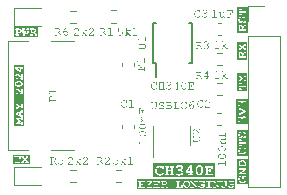
<source format=gbr>
%TF.GenerationSoftware,KiCad,Pcbnew,7.0.7*%
%TF.CreationDate,2024-05-21T12:30:45-04:00*%
%TF.ProjectId,CH340E_USB_UART,43483334-3045-45f5-9553-425f55415254,rev?*%
%TF.SameCoordinates,Original*%
%TF.FileFunction,Legend,Top*%
%TF.FilePolarity,Positive*%
%FSLAX46Y46*%
G04 Gerber Fmt 4.6, Leading zero omitted, Abs format (unit mm)*
G04 Created by KiCad (PCBNEW 7.0.7) date 2024-05-21 12:30:45*
%MOMM*%
%LPD*%
G01*
G04 APERTURE LIST*
%ADD10C,0.187500*%
%ADD11C,0.140000*%
%ADD12C,0.200000*%
%ADD13C,0.150000*%
%ADD14C,0.120000*%
G04 APERTURE END LIST*
D10*
G36*
X134211132Y-105310494D02*
G01*
X134029598Y-105224948D01*
X134211132Y-105139951D01*
X134211132Y-105310494D01*
G37*
G36*
X134234658Y-102580343D02*
G01*
X134244605Y-102580880D01*
X134254345Y-102581774D01*
X134263877Y-102583026D01*
X134273201Y-102584636D01*
X134282318Y-102586604D01*
X134291227Y-102588930D01*
X134299929Y-102591613D01*
X134308424Y-102594654D01*
X134316710Y-102598053D01*
X134324790Y-102601810D01*
X134332662Y-102605924D01*
X134340326Y-102610396D01*
X134347783Y-102615226D01*
X134355032Y-102620414D01*
X134362074Y-102625960D01*
X134366510Y-102629827D01*
X134372628Y-102635878D01*
X134378102Y-102642229D01*
X134382932Y-102648878D01*
X134387118Y-102655828D01*
X134390660Y-102663076D01*
X134393558Y-102670625D01*
X134395812Y-102678472D01*
X134397422Y-102686619D01*
X134398388Y-102695066D01*
X134398710Y-102703812D01*
X134398580Y-102709973D01*
X134397896Y-102718876D01*
X134396627Y-102727374D01*
X134394771Y-102735466D01*
X134392329Y-102743152D01*
X134389301Y-102750432D01*
X134385687Y-102757307D01*
X134381487Y-102763776D01*
X134376701Y-102769839D01*
X134371329Y-102775497D01*
X134365371Y-102780749D01*
X134357801Y-102786605D01*
X134350067Y-102792083D01*
X134342168Y-102797183D01*
X134334104Y-102801906D01*
X134325876Y-102806251D01*
X134317483Y-102810218D01*
X134308926Y-102813807D01*
X134300204Y-102817019D01*
X134291318Y-102819852D01*
X134282267Y-102822308D01*
X134273051Y-102824386D01*
X134263671Y-102826086D01*
X134254126Y-102827409D01*
X134244417Y-102828353D01*
X134234543Y-102828920D01*
X134224504Y-102829109D01*
X134115694Y-102829109D01*
X134105539Y-102828930D01*
X134095592Y-102828393D01*
X134085853Y-102827499D01*
X134076321Y-102826246D01*
X134066997Y-102824636D01*
X134057880Y-102822669D01*
X134048970Y-102820343D01*
X134040269Y-102817660D01*
X134031774Y-102814619D01*
X134023487Y-102811220D01*
X134015408Y-102807463D01*
X134007536Y-102803349D01*
X133999872Y-102798877D01*
X133992415Y-102794047D01*
X133985166Y-102788859D01*
X133978124Y-102783313D01*
X133973688Y-102779443D01*
X133967570Y-102773381D01*
X133962096Y-102767010D01*
X133957266Y-102760330D01*
X133953080Y-102753340D01*
X133949538Y-102746041D01*
X133946640Y-102738434D01*
X133944386Y-102730517D01*
X133942776Y-102722291D01*
X133941810Y-102713755D01*
X133941488Y-102704911D01*
X133941618Y-102698815D01*
X133942302Y-102689996D01*
X133943571Y-102681567D01*
X133945427Y-102673527D01*
X133947869Y-102665877D01*
X133950897Y-102658616D01*
X133954511Y-102651745D01*
X133958711Y-102645264D01*
X133963497Y-102639172D01*
X133968869Y-102633470D01*
X133974827Y-102628158D01*
X133982440Y-102622346D01*
X133990211Y-102616909D01*
X133998142Y-102611848D01*
X134006231Y-102607161D01*
X134014479Y-102602849D01*
X134022886Y-102598912D01*
X134031452Y-102595350D01*
X134040177Y-102592163D01*
X134049061Y-102589350D01*
X134058103Y-102586913D01*
X134067304Y-102584851D01*
X134076665Y-102583164D01*
X134086184Y-102581851D01*
X134095862Y-102580914D01*
X134105698Y-102580352D01*
X134115694Y-102580164D01*
X134224504Y-102580164D01*
X134234658Y-102580343D01*
G37*
G36*
X134234579Y-101548116D02*
G01*
X133987283Y-101395159D01*
X134234579Y-101395159D01*
X134234579Y-101548116D01*
G37*
G36*
X134611366Y-106298743D02*
G01*
X133728832Y-106298743D01*
X133728832Y-106111733D01*
X133894593Y-106111733D01*
X133894722Y-106118685D01*
X133895294Y-106127359D01*
X133896325Y-106135352D01*
X133898257Y-106144385D01*
X133900904Y-106152353D01*
X133904267Y-106159258D01*
X133909248Y-106166138D01*
X133911092Y-106168090D01*
X133917056Y-106173190D01*
X133923663Y-106177157D01*
X133930915Y-106179991D01*
X133938810Y-106181691D01*
X133947349Y-106182258D01*
X133950268Y-106182203D01*
X133958604Y-106181376D01*
X133966308Y-106179558D01*
X133973381Y-106176748D01*
X133979824Y-106172946D01*
X133985635Y-106168153D01*
X133989026Y-106164412D01*
X133993266Y-106157995D01*
X133996488Y-106150613D01*
X133998693Y-106142265D01*
X133999753Y-106134570D01*
X134000106Y-106126204D01*
X134386987Y-106126204D01*
X134387001Y-106128271D01*
X134387344Y-106136198D01*
X134388418Y-106145341D01*
X134390207Y-106153636D01*
X134392711Y-106161080D01*
X134396661Y-106168892D01*
X134401641Y-106175480D01*
X134403486Y-106177432D01*
X134409449Y-106182532D01*
X134416057Y-106186500D01*
X134423308Y-106189333D01*
X134431204Y-106191033D01*
X134439743Y-106191600D01*
X134442662Y-106191536D01*
X134450997Y-106190581D01*
X134458702Y-106188479D01*
X134465775Y-106185232D01*
X134472217Y-106180837D01*
X134478028Y-106175297D01*
X134482197Y-106169723D01*
X134485660Y-106163075D01*
X134488415Y-106155354D01*
X134490464Y-106146560D01*
X134491595Y-106138752D01*
X134492273Y-106130257D01*
X134492500Y-106121075D01*
X134492500Y-105982406D01*
X134492372Y-105975455D01*
X134491807Y-105966788D01*
X134490790Y-105958808D01*
X134488882Y-105949800D01*
X134486267Y-105941864D01*
X134482946Y-105935002D01*
X134478028Y-105928184D01*
X134476161Y-105926210D01*
X134470140Y-105921051D01*
X134463487Y-105917039D01*
X134456204Y-105914174D01*
X134448289Y-105912454D01*
X134439743Y-105911881D01*
X134436825Y-105911945D01*
X134428500Y-105912900D01*
X134420819Y-105915001D01*
X134413783Y-105918249D01*
X134407390Y-105922644D01*
X134401641Y-105928184D01*
X134397419Y-105933758D01*
X134393913Y-105940406D01*
X134391122Y-105948127D01*
X134389047Y-105956921D01*
X134387903Y-105964729D01*
X134387216Y-105973224D01*
X134386987Y-105982406D01*
X134386987Y-106020508D01*
X134090232Y-106020508D01*
X134350717Y-105897959D01*
X134350717Y-105806185D01*
X134090232Y-105685101D01*
X134386987Y-105685101D01*
X134386987Y-105723753D01*
X134387115Y-105730607D01*
X134387688Y-105739165D01*
X134388718Y-105747059D01*
X134390650Y-105755993D01*
X134393298Y-105763889D01*
X134396661Y-105770748D01*
X134401641Y-105777608D01*
X134403486Y-105779583D01*
X134409449Y-105784741D01*
X134416057Y-105788753D01*
X134423308Y-105791619D01*
X134431204Y-105793338D01*
X134439743Y-105793912D01*
X134442662Y-105793848D01*
X134450997Y-105792893D01*
X134458702Y-105790791D01*
X134465775Y-105787543D01*
X134472217Y-105783149D01*
X134478028Y-105777608D01*
X134482197Y-105771995D01*
X134485660Y-105765344D01*
X134488415Y-105757655D01*
X134490464Y-105748929D01*
X134491595Y-105741201D01*
X134492273Y-105732809D01*
X134492500Y-105723753D01*
X134492500Y-105584718D01*
X134492372Y-105577765D01*
X134491807Y-105569091D01*
X134490790Y-105561098D01*
X134488882Y-105552065D01*
X134486267Y-105544097D01*
X134484190Y-105539779D01*
X134485660Y-105536959D01*
X134488415Y-105529238D01*
X134490464Y-105520444D01*
X134491595Y-105512635D01*
X134492273Y-105504140D01*
X134492500Y-105494958D01*
X134492500Y-105352809D01*
X134492372Y-105345856D01*
X134491807Y-105337183D01*
X134490790Y-105329190D01*
X134488882Y-105320157D01*
X134486267Y-105312188D01*
X134482946Y-105305284D01*
X134478028Y-105298404D01*
X134476161Y-105296430D01*
X134470140Y-105291271D01*
X134463487Y-105287259D01*
X134456204Y-105284393D01*
X134448289Y-105282674D01*
X134439743Y-105282101D01*
X134436825Y-105282164D01*
X134428500Y-105283120D01*
X134420819Y-105285221D01*
X134413783Y-105288469D01*
X134407390Y-105292863D01*
X134401641Y-105298404D01*
X134397419Y-105304031D01*
X134393913Y-105310722D01*
X134391122Y-105318478D01*
X134389047Y-105327298D01*
X134387903Y-105335120D01*
X134387216Y-105343624D01*
X134386987Y-105352809D01*
X134386987Y-105378454D01*
X134316645Y-105352809D01*
X134316645Y-105096171D01*
X134386987Y-105070892D01*
X134386987Y-105096720D01*
X134387115Y-105103673D01*
X134387688Y-105112347D01*
X134388718Y-105120340D01*
X134390650Y-105129373D01*
X134393298Y-105137341D01*
X134396661Y-105144245D01*
X134401641Y-105151125D01*
X134403486Y-105153077D01*
X134409449Y-105158178D01*
X134416057Y-105162145D01*
X134423308Y-105164979D01*
X134431204Y-105166679D01*
X134439743Y-105167245D01*
X134442662Y-105167183D01*
X134450997Y-105166238D01*
X134458702Y-105164160D01*
X134465775Y-105160949D01*
X134472217Y-105156604D01*
X134478028Y-105151125D01*
X134482197Y-105145499D01*
X134485660Y-105138807D01*
X134488415Y-105131051D01*
X134490464Y-105122231D01*
X134491595Y-105114409D01*
X134492273Y-105105905D01*
X134492500Y-105096720D01*
X134492500Y-104954571D01*
X134492372Y-104947622D01*
X134491807Y-104938962D01*
X134490790Y-104930995D01*
X134488882Y-104922010D01*
X134486267Y-104914108D01*
X134482946Y-104907288D01*
X134478028Y-104900532D01*
X134476161Y-104898580D01*
X134470140Y-104893480D01*
X134463487Y-104889513D01*
X134456204Y-104886679D01*
X134448289Y-104884979D01*
X134439743Y-104884412D01*
X134436805Y-104884505D01*
X134428180Y-104885889D01*
X134421208Y-104888312D01*
X134414434Y-104891889D01*
X134407856Y-104896620D01*
X134401475Y-104902504D01*
X134396512Y-104908043D01*
X134395359Y-104909630D01*
X134391907Y-104916740D01*
X134389675Y-104924760D01*
X134388326Y-104932801D01*
X134387582Y-104940123D01*
X134387135Y-104948234D01*
X134386987Y-104957136D01*
X133894593Y-105167245D01*
X133894593Y-105224948D01*
X133894593Y-105395490D01*
X133894722Y-105402443D01*
X133895294Y-105411117D01*
X133896325Y-105419110D01*
X133898257Y-105428143D01*
X133900904Y-105436111D01*
X133904267Y-105443015D01*
X133909248Y-105449896D01*
X133911092Y-105451870D01*
X133917056Y-105457028D01*
X133923663Y-105461040D01*
X133930915Y-105463906D01*
X133938810Y-105465626D01*
X133947349Y-105466199D01*
X133950268Y-105466135D01*
X133958604Y-105465180D01*
X133966308Y-105463078D01*
X133973381Y-105459830D01*
X133979824Y-105455436D01*
X133985635Y-105449896D01*
X133989804Y-105444269D01*
X133993266Y-105437577D01*
X133996022Y-105429822D01*
X133998071Y-105421001D01*
X133999201Y-105413179D01*
X133999880Y-105404675D01*
X134000106Y-105395490D01*
X134000106Y-105326431D01*
X134386987Y-105492394D01*
X134387216Y-105501845D01*
X134387903Y-105510598D01*
X134389047Y-105518652D01*
X134390650Y-105526008D01*
X134393298Y-105534220D01*
X134395520Y-105538927D01*
X134394557Y-105540485D01*
X134391623Y-105547440D01*
X134389405Y-105555254D01*
X134387903Y-105563926D01*
X134387216Y-105571483D01*
X134386987Y-105579588D01*
X134000106Y-105579588D01*
X133999979Y-105574584D01*
X133999201Y-105566743D01*
X133997336Y-105558160D01*
X133994453Y-105550480D01*
X133990553Y-105543701D01*
X133985635Y-105537823D01*
X133983768Y-105536071D01*
X133977746Y-105531492D01*
X133971094Y-105527930D01*
X133963810Y-105525387D01*
X133955895Y-105523860D01*
X133947349Y-105523352D01*
X133944431Y-105523415D01*
X133936107Y-105524371D01*
X133928426Y-105526472D01*
X133921389Y-105529720D01*
X133914996Y-105534114D01*
X133909248Y-105539655D01*
X133905026Y-105545229D01*
X133901520Y-105551876D01*
X133898729Y-105559597D01*
X133896654Y-105568391D01*
X133895509Y-105576200D01*
X133894822Y-105584695D01*
X133894593Y-105593877D01*
X133894593Y-105710930D01*
X134199408Y-105851980D01*
X133894593Y-105995778D01*
X133894593Y-106111733D01*
X133728832Y-106111733D01*
X133728832Y-104819016D01*
X133894593Y-104819016D01*
X133894722Y-104825969D01*
X133895294Y-104834643D01*
X133896325Y-104842635D01*
X133898257Y-104851668D01*
X133900904Y-104859637D01*
X133904267Y-104866541D01*
X133909248Y-104873421D01*
X133911092Y-104875373D01*
X133917056Y-104880474D01*
X133923663Y-104884441D01*
X133930915Y-104887274D01*
X133938810Y-104888975D01*
X133947349Y-104889541D01*
X133950268Y-104889478D01*
X133958604Y-104888534D01*
X133966308Y-104886456D01*
X133973381Y-104883244D01*
X133979824Y-104878900D01*
X133985635Y-104873421D01*
X133989804Y-104867870D01*
X133993266Y-104861407D01*
X133996022Y-104854032D01*
X133998071Y-104845744D01*
X133999201Y-104838456D01*
X133999880Y-104830585D01*
X134000106Y-104822130D01*
X134241540Y-104647375D01*
X134386987Y-104647375D01*
X134386987Y-104718449D01*
X134387115Y-104725336D01*
X134387688Y-104733933D01*
X134388718Y-104741860D01*
X134390650Y-104750827D01*
X134393298Y-104758747D01*
X134396661Y-104765621D01*
X134401641Y-104772488D01*
X134403486Y-104774440D01*
X134409449Y-104779540D01*
X134416057Y-104783508D01*
X134423308Y-104786341D01*
X134431204Y-104788041D01*
X134439743Y-104788608D01*
X134442662Y-104788545D01*
X134450997Y-104787601D01*
X134458702Y-104785523D01*
X134465775Y-104782311D01*
X134472217Y-104777966D01*
X134478028Y-104772488D01*
X134482197Y-104766870D01*
X134485660Y-104760205D01*
X134488415Y-104752494D01*
X134490464Y-104743737D01*
X134491595Y-104735977D01*
X134492273Y-104727548D01*
X134492500Y-104718449D01*
X134492500Y-104470604D01*
X134492372Y-104463653D01*
X134491807Y-104454986D01*
X134490790Y-104447006D01*
X134488882Y-104437997D01*
X134486267Y-104430062D01*
X134482946Y-104423200D01*
X134478028Y-104416382D01*
X134476161Y-104414408D01*
X134470140Y-104409249D01*
X134463487Y-104405237D01*
X134456204Y-104402371D01*
X134448289Y-104400652D01*
X134439743Y-104400079D01*
X134436825Y-104400142D01*
X134428500Y-104401098D01*
X134420819Y-104403199D01*
X134413783Y-104406447D01*
X134407390Y-104410841D01*
X134401641Y-104416382D01*
X134397419Y-104421956D01*
X134393913Y-104428604D01*
X134391122Y-104436324D01*
X134389047Y-104445119D01*
X134387903Y-104452927D01*
X134387216Y-104461422D01*
X134386987Y-104470604D01*
X134386987Y-104541862D01*
X134241540Y-104541862D01*
X134000106Y-104368755D01*
X133999979Y-104361964D01*
X133999413Y-104353476D01*
X133998396Y-104345635D01*
X133996488Y-104336743D01*
X133993874Y-104328863D01*
X133990553Y-104321992D01*
X133985635Y-104315082D01*
X133983768Y-104313086D01*
X133977746Y-104307869D01*
X133971094Y-104303812D01*
X133963810Y-104300914D01*
X133955895Y-104299175D01*
X133947349Y-104298596D01*
X133944431Y-104298659D01*
X133936107Y-104299615D01*
X133928426Y-104301716D01*
X133921389Y-104304964D01*
X133914996Y-104309358D01*
X133909248Y-104314899D01*
X133905026Y-104320473D01*
X133901520Y-104327121D01*
X133898729Y-104334842D01*
X133896654Y-104343636D01*
X133895509Y-104351444D01*
X133894822Y-104359939D01*
X133894593Y-104369121D01*
X133894593Y-104468589D01*
X133894722Y-104475541D01*
X133895294Y-104484215D01*
X133896325Y-104492208D01*
X133898257Y-104501241D01*
X133900904Y-104509210D01*
X133904267Y-104516114D01*
X133909248Y-104522994D01*
X133911092Y-104524968D01*
X133917056Y-104530127D01*
X133923663Y-104534139D01*
X133930915Y-104537004D01*
X133938810Y-104538724D01*
X133947349Y-104539297D01*
X133955895Y-104538956D01*
X133963810Y-104537932D01*
X133971094Y-104536225D01*
X133978794Y-104533371D01*
X133985635Y-104529588D01*
X133990553Y-104525409D01*
X133995004Y-104519344D01*
X133998071Y-104512000D01*
X133999597Y-104504686D01*
X134000106Y-104496433D01*
X134137126Y-104594252D01*
X134000106Y-104694269D01*
X133997861Y-104689212D01*
X133994229Y-104682237D01*
X133990283Y-104675997D01*
X133984530Y-104668818D01*
X133978216Y-104662945D01*
X133971341Y-104658377D01*
X133963905Y-104655114D01*
X133955908Y-104653156D01*
X133947349Y-104652504D01*
X133944409Y-104652567D01*
X133936027Y-104653523D01*
X133928301Y-104655624D01*
X133921232Y-104658872D01*
X133914820Y-104663266D01*
X133909064Y-104668807D01*
X133904895Y-104674434D01*
X133901433Y-104681125D01*
X133898677Y-104688881D01*
X133896628Y-104697701D01*
X133895497Y-104705523D01*
X133894819Y-104714027D01*
X133894593Y-104723212D01*
X133894593Y-104819016D01*
X133728832Y-104819016D01*
X133728832Y-103342202D01*
X133835975Y-103342202D01*
X133836086Y-103350225D01*
X133836418Y-103358173D01*
X133836973Y-103366047D01*
X133837749Y-103373847D01*
X133838748Y-103381572D01*
X133839968Y-103389222D01*
X133841409Y-103396799D01*
X133843073Y-103404301D01*
X133844959Y-103411728D01*
X133847066Y-103419081D01*
X133849395Y-103426360D01*
X133851946Y-103433564D01*
X133854719Y-103440694D01*
X133857713Y-103447749D01*
X133860930Y-103454730D01*
X133864368Y-103461637D01*
X133867968Y-103468381D01*
X133871715Y-103474920D01*
X133875610Y-103481255D01*
X133879652Y-103487385D01*
X133885992Y-103496197D01*
X133892663Y-103504548D01*
X133899666Y-103512438D01*
X133907001Y-103519869D01*
X133914667Y-103526838D01*
X133922665Y-103533347D01*
X133930995Y-103539396D01*
X133939656Y-103544984D01*
X133945479Y-103548445D01*
X133953983Y-103553217D01*
X133962210Y-103557487D01*
X133970160Y-103561254D01*
X133977834Y-103564519D01*
X133985230Y-103567282D01*
X133992349Y-103569542D01*
X134001411Y-103571775D01*
X134009981Y-103573114D01*
X134018058Y-103573561D01*
X134020670Y-103573499D01*
X134028259Y-103572576D01*
X134035474Y-103570546D01*
X134042315Y-103567407D01*
X134048783Y-103563161D01*
X134054877Y-103557807D01*
X134056763Y-103555815D01*
X134061689Y-103549564D01*
X134065521Y-103542901D01*
X134068258Y-103535825D01*
X134069900Y-103528338D01*
X134070448Y-103520438D01*
X134070439Y-103519287D01*
X134069853Y-103511554D01*
X134068066Y-103503402D01*
X134065090Y-103495983D01*
X134060922Y-103489297D01*
X134056900Y-103484750D01*
X134051067Y-103479934D01*
X134044007Y-103475644D01*
X134036978Y-103472386D01*
X134029049Y-103469513D01*
X134024675Y-103467995D01*
X134016334Y-103464778D01*
X134008537Y-103461320D01*
X134001284Y-103457622D01*
X133994575Y-103453684D01*
X133988410Y-103449505D01*
X133981468Y-103443943D01*
X133975376Y-103438006D01*
X133971273Y-103433238D01*
X133965613Y-103425806D01*
X133960550Y-103418039D01*
X133956082Y-103409938D01*
X133952210Y-103401501D01*
X133948934Y-103392730D01*
X133946253Y-103383624D01*
X133944168Y-103374183D01*
X133942679Y-103364407D01*
X133941785Y-103354296D01*
X133941488Y-103343851D01*
X133941596Y-103336909D01*
X133942163Y-103326827D01*
X133943216Y-103317140D01*
X133944756Y-103307850D01*
X133946782Y-103298956D01*
X133949294Y-103290458D01*
X133952293Y-103282356D01*
X133955777Y-103274650D01*
X133959748Y-103267340D01*
X133964205Y-103260426D01*
X133969148Y-103253908D01*
X133972616Y-103249827D01*
X133977941Y-103244198D01*
X133983413Y-103239162D01*
X133990941Y-103233369D01*
X133998732Y-103228629D01*
X134006786Y-103224942D01*
X134015104Y-103222309D01*
X134023685Y-103220729D01*
X134032529Y-103220203D01*
X134036137Y-103220319D01*
X134043430Y-103221252D01*
X134050826Y-103223118D01*
X134058325Y-103225918D01*
X134065927Y-103229650D01*
X134073632Y-103234315D01*
X134081440Y-103239914D01*
X134087364Y-103244725D01*
X134093346Y-103250061D01*
X134101810Y-103258363D01*
X134111495Y-103268431D01*
X134116795Y-103274127D01*
X134122401Y-103280265D01*
X134128311Y-103286844D01*
X134134527Y-103293865D01*
X134141048Y-103301327D01*
X134147875Y-103309231D01*
X134155006Y-103317576D01*
X134162443Y-103326362D01*
X134170184Y-103335591D01*
X134178231Y-103345260D01*
X134186583Y-103355371D01*
X134195241Y-103365924D01*
X134204203Y-103376918D01*
X134213471Y-103388354D01*
X134223044Y-103400231D01*
X134232922Y-103412550D01*
X134243105Y-103425310D01*
X134253594Y-103438511D01*
X134264387Y-103452154D01*
X134275486Y-103466239D01*
X134286890Y-103480765D01*
X134298599Y-103495733D01*
X134310613Y-103511142D01*
X134322933Y-103526993D01*
X134335558Y-103543285D01*
X134348488Y-103560018D01*
X134361723Y-103577193D01*
X134375263Y-103594810D01*
X134492500Y-103594810D01*
X134492500Y-103113591D01*
X134445605Y-103113591D01*
X134438590Y-103113716D01*
X134429853Y-103114274D01*
X134421820Y-103115279D01*
X134412769Y-103117163D01*
X134404819Y-103119744D01*
X134397968Y-103123023D01*
X134391200Y-103127879D01*
X134389270Y-103129681D01*
X134384227Y-103135561D01*
X134380305Y-103142149D01*
X134377504Y-103149446D01*
X134375823Y-103157451D01*
X134375263Y-103166164D01*
X134375675Y-103172561D01*
X134377198Y-103180219D01*
X134379842Y-103188088D01*
X134383002Y-103195001D01*
X134386987Y-103202068D01*
X134386987Y-103433427D01*
X134379401Y-103423647D01*
X134371961Y-103414069D01*
X134364669Y-103404693D01*
X134357523Y-103395519D01*
X134350524Y-103386547D01*
X134343671Y-103377776D01*
X134336965Y-103369208D01*
X134330406Y-103360841D01*
X134323994Y-103352675D01*
X134317728Y-103344712D01*
X134311609Y-103336950D01*
X134305637Y-103329391D01*
X134299811Y-103322033D01*
X134294132Y-103314876D01*
X134288600Y-103307922D01*
X134283214Y-103301169D01*
X134277975Y-103294618D01*
X134272883Y-103288269D01*
X134267937Y-103282122D01*
X134263138Y-103276176D01*
X134253981Y-103264890D01*
X134245410Y-103254412D01*
X134237426Y-103244740D01*
X134230028Y-103235876D01*
X134223217Y-103227819D01*
X134216994Y-103220569D01*
X134209574Y-103212090D01*
X134202336Y-103204011D01*
X134195280Y-103196331D01*
X134188406Y-103189050D01*
X134181713Y-103182169D01*
X134175202Y-103175686D01*
X134168873Y-103169604D01*
X134162726Y-103163920D01*
X134156760Y-103158635D01*
X134150976Y-103153750D01*
X134142641Y-103147171D01*
X134134715Y-103141491D01*
X134127198Y-103136709D01*
X134120090Y-103132825D01*
X134115463Y-103130606D01*
X134108428Y-103127547D01*
X134101280Y-103124810D01*
X134094019Y-103122395D01*
X134086646Y-103120302D01*
X134079160Y-103118531D01*
X134071561Y-103117082D01*
X134063850Y-103115955D01*
X134056026Y-103115150D01*
X134048089Y-103114667D01*
X134040040Y-103114506D01*
X134029537Y-103114756D01*
X134019231Y-103115505D01*
X134009123Y-103116754D01*
X133999213Y-103118502D01*
X133989500Y-103120750D01*
X133979985Y-103123497D01*
X133970667Y-103126743D01*
X133961546Y-103130489D01*
X133952623Y-103134735D01*
X133943898Y-103139479D01*
X133935370Y-103144724D01*
X133927039Y-103150467D01*
X133918906Y-103156711D01*
X133910971Y-103163453D01*
X133903233Y-103170695D01*
X133895692Y-103178437D01*
X133888461Y-103186569D01*
X133881696Y-103194981D01*
X133875398Y-103203673D01*
X133869566Y-103212646D01*
X133864201Y-103221900D01*
X133859302Y-103231434D01*
X133854870Y-103241248D01*
X133850904Y-103251344D01*
X133847405Y-103261719D01*
X133844372Y-103272375D01*
X133841807Y-103283312D01*
X133839707Y-103294529D01*
X133838074Y-103306026D01*
X133836908Y-103317804D01*
X133836208Y-103329863D01*
X133835975Y-103342202D01*
X133728832Y-103342202D01*
X133728832Y-102705461D01*
X133835975Y-102705461D01*
X133836328Y-102719091D01*
X133837389Y-102732320D01*
X133839156Y-102745148D01*
X133841630Y-102757576D01*
X133844812Y-102769603D01*
X133848700Y-102781229D01*
X133853295Y-102792455D01*
X133858598Y-102803280D01*
X133864607Y-102813704D01*
X133871323Y-102823728D01*
X133878746Y-102833351D01*
X133886876Y-102842573D01*
X133895714Y-102851394D01*
X133905258Y-102859815D01*
X133915509Y-102867835D01*
X133926467Y-102875454D01*
X133937785Y-102882619D01*
X133949164Y-102889321D01*
X133960603Y-102895562D01*
X133972102Y-102901340D01*
X133983661Y-102906656D01*
X133995280Y-102911509D01*
X134006960Y-102915901D01*
X134018699Y-102919830D01*
X134030498Y-102923297D01*
X134042358Y-102926301D01*
X134054278Y-102928844D01*
X134066258Y-102930924D01*
X134078298Y-102932542D01*
X134090398Y-102933697D01*
X134102558Y-102934390D01*
X134114778Y-102934622D01*
X134225420Y-102934622D01*
X134235484Y-102934468D01*
X134245481Y-102934006D01*
X134255411Y-102933237D01*
X134265274Y-102932160D01*
X134275069Y-102930776D01*
X134284797Y-102929083D01*
X134294457Y-102927083D01*
X134304051Y-102924776D01*
X134313577Y-102922160D01*
X134323036Y-102919237D01*
X134332428Y-102916006D01*
X134341752Y-102912468D01*
X134351009Y-102908622D01*
X134360199Y-102904468D01*
X134369322Y-102900007D01*
X134378377Y-102895237D01*
X134382844Y-102892771D01*
X134391512Y-102887813D01*
X134399827Y-102882818D01*
X134407788Y-102877788D01*
X134415396Y-102872722D01*
X134422650Y-102867620D01*
X134429551Y-102862482D01*
X134436098Y-102857309D01*
X134442292Y-102852099D01*
X134448132Y-102846854D01*
X134453619Y-102841574D01*
X134458753Y-102836257D01*
X134465790Y-102828215D01*
X134472032Y-102820093D01*
X134477479Y-102811890D01*
X134479124Y-102809111D01*
X134483747Y-102800544D01*
X134487900Y-102791629D01*
X134491582Y-102782366D01*
X134494795Y-102772755D01*
X134497537Y-102762797D01*
X134499809Y-102752491D01*
X134501611Y-102741837D01*
X134502552Y-102734541D01*
X134503283Y-102727091D01*
X134503805Y-102719486D01*
X134504119Y-102711726D01*
X134504223Y-102703812D01*
X134503871Y-102690182D01*
X134502815Y-102676950D01*
X134501055Y-102664118D01*
X134498590Y-102651685D01*
X134495422Y-102639652D01*
X134491549Y-102628018D01*
X134486973Y-102616783D01*
X134481692Y-102605947D01*
X134475707Y-102595511D01*
X134469018Y-102585474D01*
X134461625Y-102575836D01*
X134453528Y-102566597D01*
X134444726Y-102557758D01*
X134435221Y-102549318D01*
X134425011Y-102541277D01*
X134414098Y-102533636D01*
X134402799Y-102526427D01*
X134391434Y-102519683D01*
X134380004Y-102513404D01*
X134368508Y-102507590D01*
X134356946Y-102502241D01*
X134345318Y-102497357D01*
X134333625Y-102492939D01*
X134321865Y-102488985D01*
X134310040Y-102485497D01*
X134298149Y-102482474D01*
X134286192Y-102479916D01*
X134274169Y-102477823D01*
X134262081Y-102476195D01*
X134249926Y-102475032D01*
X134237706Y-102474334D01*
X134225420Y-102474102D01*
X134114778Y-102474102D01*
X134104647Y-102474258D01*
X134094588Y-102474726D01*
X134084600Y-102475506D01*
X134074684Y-102476598D01*
X134064839Y-102478002D01*
X134055066Y-102479717D01*
X134045365Y-102481745D01*
X134035735Y-102484085D01*
X134026176Y-102486737D01*
X134016690Y-102489701D01*
X134007274Y-102492977D01*
X133997931Y-102496564D01*
X133988658Y-102500464D01*
X133979458Y-102504676D01*
X133970329Y-102509200D01*
X133961271Y-102514035D01*
X133956805Y-102516535D01*
X133948140Y-102521560D01*
X133939831Y-102526618D01*
X133931878Y-102531708D01*
X133924282Y-102536831D01*
X133917042Y-102541988D01*
X133910158Y-102547177D01*
X133903631Y-102552399D01*
X133897460Y-102557654D01*
X133891645Y-102562942D01*
X133886187Y-102568263D01*
X133881085Y-102573617D01*
X133874100Y-102581709D01*
X133867917Y-102589876D01*
X133862536Y-102598116D01*
X133857789Y-102606530D01*
X133853509Y-102615285D01*
X133849696Y-102624382D01*
X133846350Y-102633819D01*
X133843471Y-102643599D01*
X133841059Y-102653719D01*
X133839113Y-102664181D01*
X133837635Y-102674984D01*
X133836909Y-102682376D01*
X133836390Y-102689919D01*
X133836078Y-102697614D01*
X133835982Y-102704911D01*
X133835975Y-102705461D01*
X133728832Y-102705461D01*
X133728832Y-102081909D01*
X133835975Y-102081909D01*
X133836086Y-102089932D01*
X133836418Y-102097880D01*
X133836973Y-102105754D01*
X133837749Y-102113553D01*
X133838748Y-102121279D01*
X133839968Y-102128929D01*
X133841409Y-102136506D01*
X133843073Y-102144008D01*
X133844959Y-102151435D01*
X133847066Y-102158788D01*
X133849395Y-102166067D01*
X133851946Y-102173271D01*
X133854719Y-102180401D01*
X133857713Y-102187456D01*
X133860930Y-102194437D01*
X133864368Y-102201344D01*
X133867968Y-102208088D01*
X133871715Y-102214627D01*
X133875610Y-102220962D01*
X133879652Y-102227092D01*
X133885992Y-102235904D01*
X133892663Y-102244255D01*
X133899666Y-102252145D01*
X133907001Y-102259575D01*
X133914667Y-102266545D01*
X133922665Y-102273054D01*
X133930995Y-102279103D01*
X133939656Y-102284691D01*
X133945479Y-102288152D01*
X133953983Y-102292924D01*
X133962210Y-102297194D01*
X133970160Y-102300961D01*
X133977834Y-102304226D01*
X133985230Y-102306989D01*
X133992349Y-102309249D01*
X134001411Y-102311482D01*
X134009981Y-102312821D01*
X134018058Y-102313268D01*
X134020670Y-102313206D01*
X134028259Y-102312283D01*
X134035474Y-102310252D01*
X134042315Y-102307114D01*
X134048783Y-102302868D01*
X134054877Y-102297514D01*
X134056763Y-102295522D01*
X134061689Y-102289271D01*
X134065521Y-102282608D01*
X134068258Y-102275532D01*
X134069900Y-102268045D01*
X134070448Y-102260145D01*
X134070439Y-102258994D01*
X134069853Y-102251261D01*
X134068066Y-102243109D01*
X134065090Y-102235690D01*
X134060922Y-102229004D01*
X134056900Y-102224457D01*
X134051067Y-102219641D01*
X134044007Y-102215351D01*
X134036978Y-102212093D01*
X134029049Y-102209220D01*
X134024675Y-102207702D01*
X134016334Y-102204485D01*
X134008537Y-102201027D01*
X134001284Y-102197329D01*
X133994575Y-102193391D01*
X133988410Y-102189212D01*
X133981468Y-102183650D01*
X133975376Y-102177713D01*
X133971273Y-102172945D01*
X133965613Y-102165513D01*
X133960550Y-102157746D01*
X133956082Y-102149645D01*
X133952210Y-102141208D01*
X133948934Y-102132437D01*
X133946253Y-102123331D01*
X133944168Y-102113890D01*
X133942679Y-102104114D01*
X133941785Y-102094003D01*
X133941488Y-102083557D01*
X133941596Y-102076616D01*
X133942163Y-102066533D01*
X133943216Y-102056847D01*
X133944756Y-102047557D01*
X133946782Y-102038663D01*
X133949294Y-102030165D01*
X133952293Y-102022063D01*
X133955777Y-102014357D01*
X133959748Y-102007047D01*
X133964205Y-102000133D01*
X133969148Y-101993615D01*
X133972616Y-101989533D01*
X133977941Y-101983905D01*
X133983413Y-101978869D01*
X133990941Y-101973076D01*
X133998732Y-101968336D01*
X134006786Y-101964649D01*
X134015104Y-101962016D01*
X134023685Y-101960436D01*
X134032529Y-101959909D01*
X134036137Y-101960026D01*
X134043430Y-101960959D01*
X134050826Y-101962825D01*
X134058325Y-101965625D01*
X134065927Y-101969357D01*
X134073632Y-101974022D01*
X134081440Y-101979621D01*
X134087364Y-101984432D01*
X134093346Y-101989768D01*
X134101810Y-101998070D01*
X134111495Y-102008138D01*
X134116795Y-102013834D01*
X134122401Y-102019972D01*
X134128311Y-102026551D01*
X134134527Y-102033572D01*
X134141048Y-102041034D01*
X134147875Y-102048937D01*
X134155006Y-102057283D01*
X134162443Y-102066069D01*
X134170184Y-102075297D01*
X134178231Y-102084967D01*
X134186583Y-102095078D01*
X134195241Y-102105631D01*
X134204203Y-102116625D01*
X134213471Y-102128061D01*
X134223044Y-102139938D01*
X134232922Y-102152256D01*
X134243105Y-102165017D01*
X134253594Y-102178218D01*
X134264387Y-102191861D01*
X134275486Y-102205946D01*
X134286890Y-102220472D01*
X134298599Y-102235440D01*
X134310613Y-102250849D01*
X134322933Y-102266699D01*
X134335558Y-102282992D01*
X134348488Y-102299725D01*
X134361723Y-102316900D01*
X134375263Y-102334517D01*
X134492500Y-102334517D01*
X134492500Y-101853297D01*
X134445605Y-101853297D01*
X134438590Y-101853423D01*
X134429853Y-101853981D01*
X134421820Y-101854986D01*
X134412769Y-101856870D01*
X134404819Y-101859451D01*
X134397968Y-101862730D01*
X134391200Y-101867586D01*
X134389270Y-101869388D01*
X134384227Y-101875268D01*
X134380305Y-101881856D01*
X134377504Y-101889153D01*
X134375823Y-101897157D01*
X134375263Y-101905871D01*
X134375675Y-101912268D01*
X134377198Y-101919926D01*
X134379842Y-101927795D01*
X134383002Y-101934708D01*
X134386987Y-101941774D01*
X134386987Y-102173133D01*
X134379401Y-102163354D01*
X134371961Y-102153776D01*
X134364669Y-102144400D01*
X134357523Y-102135226D01*
X134350524Y-102126254D01*
X134343671Y-102117483D01*
X134336965Y-102108915D01*
X134330406Y-102100548D01*
X134323994Y-102092382D01*
X134317728Y-102084419D01*
X134311609Y-102076657D01*
X134305637Y-102069097D01*
X134299811Y-102061739D01*
X134294132Y-102054583D01*
X134288600Y-102047629D01*
X134283214Y-102040876D01*
X134277975Y-102034325D01*
X134272883Y-102027976D01*
X134267937Y-102021829D01*
X134263138Y-102015883D01*
X134253981Y-102004597D01*
X134245410Y-101994119D01*
X134237426Y-101984447D01*
X134230028Y-101975583D01*
X134223217Y-101967526D01*
X134216994Y-101960276D01*
X134209574Y-101951797D01*
X134202336Y-101943718D01*
X134195280Y-101936038D01*
X134188406Y-101928757D01*
X134181713Y-101921876D01*
X134175202Y-101915393D01*
X134168873Y-101909310D01*
X134162726Y-101903627D01*
X134156760Y-101898342D01*
X134150976Y-101893457D01*
X134142641Y-101886878D01*
X134134715Y-101881198D01*
X134127198Y-101876415D01*
X134120090Y-101872532D01*
X134115463Y-101870313D01*
X134108428Y-101867254D01*
X134101280Y-101864517D01*
X134094019Y-101862102D01*
X134086646Y-101860009D01*
X134079160Y-101858238D01*
X134071561Y-101856789D01*
X134063850Y-101855662D01*
X134056026Y-101854857D01*
X134048089Y-101854374D01*
X134040040Y-101854213D01*
X134029537Y-101854463D01*
X134019231Y-101855212D01*
X134009123Y-101856461D01*
X133999213Y-101858209D01*
X133989500Y-101860457D01*
X133979985Y-101863204D01*
X133970667Y-101866450D01*
X133961546Y-101870196D01*
X133952623Y-101874441D01*
X133943898Y-101879186D01*
X133935370Y-101884431D01*
X133927039Y-101890174D01*
X133918906Y-101896418D01*
X133910971Y-101903160D01*
X133903233Y-101910402D01*
X133895692Y-101918144D01*
X133888461Y-101926276D01*
X133881696Y-101934688D01*
X133875398Y-101943380D01*
X133869566Y-101952353D01*
X133864201Y-101961607D01*
X133859302Y-101971141D01*
X133854870Y-101980955D01*
X133850904Y-101991050D01*
X133847405Y-102001426D01*
X133844372Y-102012082D01*
X133841807Y-102023019D01*
X133839707Y-102034236D01*
X133838074Y-102045733D01*
X133836908Y-102057511D01*
X133836208Y-102069570D01*
X133835975Y-102081909D01*
X133728832Y-102081909D01*
X133728832Y-101429231D01*
X133847698Y-101429231D01*
X134252165Y-101682205D01*
X134340092Y-101682205D01*
X134340092Y-101395159D01*
X134386987Y-101395159D01*
X134386987Y-101436375D01*
X134387115Y-101443327D01*
X134387688Y-101452001D01*
X134388718Y-101459994D01*
X134390650Y-101469027D01*
X134393298Y-101476996D01*
X134396661Y-101483900D01*
X134401641Y-101490780D01*
X134403486Y-101492732D01*
X134409449Y-101497833D01*
X134416057Y-101501800D01*
X134423308Y-101504633D01*
X134431204Y-101506333D01*
X134439743Y-101506900D01*
X134442662Y-101506837D01*
X134450997Y-101505893D01*
X134458702Y-101503815D01*
X134465775Y-101500603D01*
X134472217Y-101496258D01*
X134478028Y-101490780D01*
X134482197Y-101485153D01*
X134485660Y-101478462D01*
X134488415Y-101470706D01*
X134490464Y-101461886D01*
X134491595Y-101454063D01*
X134492273Y-101445560D01*
X134492500Y-101436375D01*
X134492500Y-101294775D01*
X134492372Y-101287823D01*
X134491807Y-101279149D01*
X134490790Y-101271156D01*
X134488882Y-101262123D01*
X134486267Y-101254154D01*
X134482946Y-101247250D01*
X134478028Y-101240370D01*
X134476161Y-101238396D01*
X134470140Y-101233237D01*
X134463487Y-101229225D01*
X134456204Y-101226359D01*
X134448289Y-101224640D01*
X134439743Y-101224067D01*
X134436825Y-101224130D01*
X134428500Y-101225074D01*
X134420819Y-101227152D01*
X134413783Y-101230364D01*
X134407390Y-101234709D01*
X134401641Y-101240187D01*
X134399022Y-101243330D01*
X134394557Y-101250542D01*
X134391623Y-101257498D01*
X134389405Y-101265311D01*
X134387903Y-101273984D01*
X134387216Y-101281540D01*
X134386987Y-101289646D01*
X134340092Y-101289646D01*
X134340078Y-101287602D01*
X134339739Y-101279749D01*
X134338679Y-101270666D01*
X134336912Y-101262397D01*
X134334439Y-101254942D01*
X134330539Y-101247070D01*
X134325621Y-101240370D01*
X134323754Y-101238396D01*
X134317732Y-101233237D01*
X134311080Y-101229225D01*
X134303796Y-101226359D01*
X134295881Y-101224640D01*
X134287336Y-101224067D01*
X134284417Y-101224130D01*
X134276093Y-101225074D01*
X134268412Y-101227152D01*
X134261375Y-101230364D01*
X134254982Y-101234709D01*
X134249234Y-101240187D01*
X134246615Y-101243330D01*
X134242150Y-101250542D01*
X134239216Y-101257498D01*
X134236998Y-101265311D01*
X134235495Y-101273984D01*
X134234808Y-101281540D01*
X134234579Y-101289646D01*
X133847698Y-101289646D01*
X133847698Y-101395159D01*
X133847698Y-101429231D01*
X133728832Y-101429231D01*
X133728832Y-101116924D01*
X134611366Y-101116924D01*
X134611366Y-106298743D01*
G37*
D11*
G36*
X149459716Y-109712491D02*
G01*
X149471475Y-109713402D01*
X149482714Y-109715095D01*
X149493434Y-109717570D01*
X149503634Y-109720825D01*
X149513315Y-109724863D01*
X149522476Y-109729681D01*
X149531118Y-109735281D01*
X149539240Y-109741662D01*
X149546843Y-109748825D01*
X149553926Y-109756769D01*
X149561675Y-109766920D01*
X149568924Y-109777282D01*
X149575673Y-109787856D01*
X149581923Y-109798642D01*
X149587672Y-109809639D01*
X149592921Y-109820849D01*
X149597671Y-109832270D01*
X149601920Y-109843903D01*
X149605669Y-109855748D01*
X149608919Y-109867804D01*
X149611669Y-109880073D01*
X149613918Y-109892553D01*
X149615668Y-109905245D01*
X149616918Y-109918149D01*
X149617668Y-109931265D01*
X149617918Y-109944592D01*
X149617918Y-110089672D01*
X149617679Y-110103211D01*
X149616964Y-110116474D01*
X149615771Y-110129460D01*
X149614102Y-110142169D01*
X149611955Y-110154602D01*
X149609331Y-110166758D01*
X149606230Y-110178637D01*
X149602653Y-110190239D01*
X149598598Y-110201565D01*
X149594066Y-110212614D01*
X149589057Y-110223387D01*
X149583571Y-110233882D01*
X149577608Y-110244101D01*
X149571168Y-110254044D01*
X149564251Y-110263710D01*
X149556857Y-110273099D01*
X149551700Y-110279014D01*
X149543632Y-110287171D01*
X149535165Y-110294470D01*
X149526299Y-110300910D01*
X149517033Y-110306491D01*
X149507368Y-110311214D01*
X149497304Y-110315078D01*
X149486840Y-110318083D01*
X149475977Y-110320230D01*
X149464715Y-110321518D01*
X149453054Y-110321947D01*
X149444839Y-110321774D01*
X149432968Y-110320862D01*
X149421638Y-110319169D01*
X149410849Y-110316695D01*
X149400601Y-110313439D01*
X149390894Y-110309402D01*
X149381727Y-110304583D01*
X149373102Y-110298983D01*
X149365018Y-110292602D01*
X149357474Y-110285439D01*
X149350472Y-110277495D01*
X149342664Y-110267402D01*
X149335359Y-110257089D01*
X149328559Y-110246557D01*
X149322262Y-110235806D01*
X149316469Y-110224835D01*
X149311179Y-110213645D01*
X149306394Y-110202235D01*
X149302112Y-110190606D01*
X149298334Y-110178757D01*
X149295059Y-110166689D01*
X149292289Y-110154401D01*
X149290022Y-110141894D01*
X149288259Y-110129168D01*
X149286999Y-110116222D01*
X149286244Y-110103057D01*
X149285992Y-110089672D01*
X149285992Y-109944592D01*
X149286230Y-109931053D01*
X149286946Y-109917790D01*
X149288138Y-109904804D01*
X149289808Y-109892095D01*
X149291955Y-109879662D01*
X149294578Y-109867507D01*
X149297679Y-109855627D01*
X149301257Y-109844025D01*
X149305312Y-109832699D01*
X149309844Y-109821650D01*
X149314853Y-109810878D01*
X149320338Y-109800382D01*
X149326301Y-109790163D01*
X149332741Y-109780220D01*
X149339658Y-109770555D01*
X149347053Y-109761166D01*
X149352212Y-109755250D01*
X149360295Y-109747093D01*
X149368790Y-109739794D01*
X149377697Y-109733354D01*
X149387017Y-109727773D01*
X149396748Y-109723050D01*
X149406892Y-109719186D01*
X149417448Y-109716181D01*
X149428416Y-109714034D01*
X149439796Y-109712746D01*
X149451588Y-109712317D01*
X149459716Y-109712491D01*
G37*
G36*
X148677339Y-110103106D02*
G01*
X148473396Y-110103106D01*
X148677339Y-109773378D01*
X148677339Y-110103106D01*
G37*
G36*
X150790503Y-110605488D02*
G01*
X145570106Y-110605488D01*
X145570106Y-110106525D01*
X145712963Y-110106525D01*
X145713186Y-110118921D01*
X145713852Y-110131197D01*
X145714964Y-110143353D01*
X145716520Y-110155389D01*
X145718521Y-110167304D01*
X145720966Y-110179099D01*
X145723856Y-110190774D01*
X145727190Y-110202329D01*
X145730969Y-110213764D01*
X145735193Y-110225078D01*
X145739861Y-110236272D01*
X145744974Y-110247346D01*
X145750532Y-110258300D01*
X145756534Y-110269133D01*
X145762981Y-110279847D01*
X145769872Y-110290440D01*
X145777109Y-110300796D01*
X145784534Y-110310800D01*
X145792146Y-110320450D01*
X145799944Y-110329748D01*
X145807930Y-110338692D01*
X145816102Y-110347284D01*
X145824462Y-110355522D01*
X145833009Y-110363407D01*
X145841742Y-110370940D01*
X145850663Y-110378119D01*
X145859770Y-110384946D01*
X145869065Y-110391419D01*
X145878547Y-110397539D01*
X145888215Y-110403307D01*
X145898071Y-110408721D01*
X145908113Y-110413782D01*
X145920758Y-110419698D01*
X145933595Y-110425231D01*
X145946624Y-110430383D01*
X145959847Y-110435154D01*
X145973262Y-110439542D01*
X145986870Y-110443550D01*
X146000671Y-110447175D01*
X146014664Y-110450419D01*
X146028850Y-110453281D01*
X146043229Y-110455762D01*
X146057801Y-110457861D01*
X146072565Y-110459578D01*
X146087522Y-110460914D01*
X146102672Y-110461868D01*
X146118014Y-110462440D01*
X146133549Y-110462631D01*
X146146850Y-110462484D01*
X146160008Y-110462043D01*
X146173022Y-110461309D01*
X146185894Y-110460280D01*
X146198622Y-110458958D01*
X146211207Y-110457342D01*
X146223649Y-110455432D01*
X146235948Y-110453228D01*
X146248104Y-110450730D01*
X146260117Y-110447938D01*
X146271986Y-110444853D01*
X146283713Y-110441474D01*
X146295296Y-110437800D01*
X146306737Y-110433833D01*
X146318034Y-110429572D01*
X146329188Y-110425018D01*
X146337338Y-110421426D01*
X146349212Y-110415733D01*
X146360665Y-110409676D01*
X146371697Y-110403254D01*
X146382309Y-110396467D01*
X146392500Y-110389315D01*
X146402270Y-110381798D01*
X146408367Y-110376658D01*
X146540214Y-110376658D01*
X146540298Y-110380549D01*
X146541557Y-110391663D01*
X146544328Y-110401936D01*
X146548610Y-110411367D01*
X146554403Y-110419956D01*
X146561707Y-110427704D01*
X146569210Y-110433263D01*
X146578131Y-110437880D01*
X146588472Y-110441554D01*
X146600233Y-110444286D01*
X146610663Y-110445794D01*
X146622001Y-110446698D01*
X146634247Y-110447000D01*
X146806683Y-110447000D01*
X146815951Y-110446830D01*
X146827506Y-110446076D01*
X146838146Y-110444720D01*
X146850158Y-110442176D01*
X146860739Y-110438690D01*
X146869888Y-110434262D01*
X146878979Y-110427704D01*
X146881611Y-110425215D01*
X146888489Y-110417187D01*
X146893838Y-110408317D01*
X146897659Y-110398605D01*
X146899952Y-110388052D01*
X146900716Y-110376658D01*
X146900631Y-110372767D01*
X146899358Y-110361667D01*
X146896555Y-110351426D01*
X146892225Y-110342044D01*
X146886366Y-110333520D01*
X146878979Y-110325855D01*
X146871546Y-110320226D01*
X146862683Y-110315551D01*
X146852389Y-110311830D01*
X146840663Y-110309063D01*
X146830252Y-110307537D01*
X146818925Y-110306621D01*
X146806683Y-110306316D01*
X146784701Y-110306316D01*
X146784701Y-110103106D01*
X147085608Y-110103106D01*
X147085608Y-110306316D01*
X147063626Y-110306316D01*
X147054441Y-110306487D01*
X147042970Y-110307251D01*
X147032383Y-110308624D01*
X147020395Y-110311200D01*
X147009791Y-110314731D01*
X147000570Y-110319215D01*
X146991330Y-110325855D01*
X146988668Y-110328315D01*
X146981713Y-110336266D01*
X146976304Y-110345076D01*
X146972440Y-110354744D01*
X146970121Y-110365272D01*
X146969348Y-110376658D01*
X146969433Y-110380549D01*
X146970707Y-110391663D01*
X146973509Y-110401936D01*
X146977840Y-110411367D01*
X146983699Y-110419956D01*
X146991086Y-110427704D01*
X146998589Y-110433263D01*
X147007510Y-110437880D01*
X147017851Y-110441554D01*
X147029612Y-110444286D01*
X147040041Y-110445794D01*
X147051380Y-110446698D01*
X147063626Y-110447000D01*
X147236062Y-110447000D01*
X147245329Y-110446830D01*
X147256885Y-110446076D01*
X147267525Y-110444720D01*
X147279537Y-110442176D01*
X147290118Y-110438690D01*
X147299267Y-110434262D01*
X147308357Y-110427704D01*
X147310990Y-110425215D01*
X147317868Y-110417187D01*
X147323217Y-110408317D01*
X147327038Y-110398605D01*
X147329331Y-110388052D01*
X147330095Y-110376658D01*
X147329963Y-110372740D01*
X147327989Y-110361240D01*
X147324532Y-110351945D01*
X147320970Y-110345639D01*
X147442203Y-110345639D01*
X147442606Y-110352869D01*
X147445072Y-110364491D01*
X147449781Y-110375576D01*
X147455162Y-110384058D01*
X147461978Y-110392196D01*
X147470228Y-110399991D01*
X147479914Y-110407442D01*
X147488120Y-110412806D01*
X147493359Y-110415871D01*
X147504310Y-110421710D01*
X147515892Y-110427160D01*
X147528106Y-110432220D01*
X147540952Y-110436891D01*
X147554429Y-110441173D01*
X147568538Y-110445066D01*
X147583278Y-110448569D01*
X147598650Y-110451683D01*
X147614654Y-110454408D01*
X147631289Y-110456743D01*
X147648556Y-110458690D01*
X147666454Y-110460247D01*
X147684984Y-110461415D01*
X147704146Y-110462193D01*
X147713964Y-110462436D01*
X147723939Y-110462582D01*
X147734073Y-110462631D01*
X147749607Y-110462509D01*
X147764763Y-110462143D01*
X147779542Y-110461532D01*
X147793943Y-110460677D01*
X147807966Y-110459578D01*
X147821611Y-110458235D01*
X147834878Y-110456647D01*
X147847768Y-110454815D01*
X147860280Y-110452739D01*
X147872413Y-110450419D01*
X147884170Y-110447854D01*
X147895548Y-110445046D01*
X147906548Y-110441993D01*
X147917171Y-110438695D01*
X147927416Y-110435154D01*
X147937283Y-110431368D01*
X147946847Y-110427344D01*
X147956124Y-110423087D01*
X147965112Y-110418597D01*
X147973812Y-110413874D01*
X147986322Y-110406354D01*
X147998184Y-110398309D01*
X148009398Y-110389741D01*
X148019963Y-110380649D01*
X148029880Y-110371034D01*
X148039148Y-110360894D01*
X148047769Y-110350231D01*
X148055741Y-110339044D01*
X148060709Y-110331370D01*
X148067562Y-110319700D01*
X148073692Y-110307842D01*
X148079102Y-110295795D01*
X148083790Y-110283559D01*
X148087757Y-110271134D01*
X148091003Y-110258520D01*
X148093528Y-110245718D01*
X148093796Y-110243789D01*
X148294610Y-110243789D01*
X148677339Y-110243789D01*
X148677339Y-110306316D01*
X148622384Y-110306316D01*
X148613114Y-110306487D01*
X148601549Y-110307251D01*
X148590892Y-110308624D01*
X148578848Y-110311200D01*
X148568223Y-110314731D01*
X148559017Y-110319215D01*
X148549844Y-110325855D01*
X148547241Y-110328315D01*
X148540441Y-110336266D01*
X148535151Y-110345076D01*
X148531373Y-110354744D01*
X148529106Y-110365272D01*
X148528351Y-110376658D01*
X148528434Y-110380549D01*
X148529694Y-110391663D01*
X148532464Y-110401936D01*
X148536746Y-110411367D01*
X148542539Y-110419956D01*
X148549844Y-110427704D01*
X148557346Y-110433263D01*
X148566268Y-110437880D01*
X148576609Y-110441554D01*
X148588369Y-110444286D01*
X148598799Y-110445794D01*
X148610138Y-110446698D01*
X148622384Y-110447000D01*
X148811184Y-110447000D01*
X148820454Y-110446830D01*
X148832019Y-110446076D01*
X148842676Y-110444720D01*
X148854720Y-110442176D01*
X148865345Y-110438690D01*
X148874550Y-110434262D01*
X148883724Y-110427704D01*
X148886356Y-110425215D01*
X148893234Y-110417187D01*
X148898584Y-110408317D01*
X148902405Y-110398605D01*
X148904697Y-110388052D01*
X148905461Y-110376658D01*
X148905378Y-110372767D01*
X148904118Y-110361667D01*
X148901348Y-110351426D01*
X148897066Y-110342044D01*
X148891272Y-110333520D01*
X148883968Y-110325855D01*
X148879778Y-110322363D01*
X148870161Y-110316410D01*
X148860887Y-110312498D01*
X148850469Y-110309540D01*
X148838905Y-110307537D01*
X148828830Y-110306621D01*
X148818023Y-110306316D01*
X148818023Y-110243789D01*
X148820749Y-110243771D01*
X148831219Y-110243318D01*
X148843329Y-110241905D01*
X148854355Y-110239550D01*
X148864295Y-110236252D01*
X148874791Y-110231052D01*
X148883724Y-110224494D01*
X148886356Y-110222005D01*
X148893234Y-110213977D01*
X148898584Y-110205107D01*
X148902405Y-110195395D01*
X148904697Y-110184842D01*
X148905461Y-110173448D01*
X148905378Y-110169557D01*
X148904118Y-110158457D01*
X148901348Y-110148216D01*
X148897066Y-110138834D01*
X148891272Y-110130310D01*
X148883968Y-110122645D01*
X148879778Y-110119153D01*
X148870161Y-110113200D01*
X148860887Y-110109288D01*
X148850469Y-110106330D01*
X148838905Y-110104327D01*
X148828830Y-110103411D01*
X148818023Y-110103106D01*
X148818023Y-110090893D01*
X149145308Y-110090893D01*
X149145513Y-110104312D01*
X149146128Y-110117642D01*
X149147154Y-110130882D01*
X149148590Y-110144032D01*
X149150436Y-110157092D01*
X149152692Y-110170062D01*
X149155359Y-110182943D01*
X149158436Y-110195735D01*
X149161923Y-110208436D01*
X149165821Y-110221048D01*
X149170128Y-110233570D01*
X149174846Y-110246003D01*
X149179974Y-110258346D01*
X149185513Y-110270599D01*
X149191461Y-110282762D01*
X149197820Y-110294836D01*
X149201108Y-110300792D01*
X149207720Y-110312349D01*
X149214379Y-110323436D01*
X149221086Y-110334051D01*
X149227841Y-110344194D01*
X149234644Y-110353867D01*
X149241494Y-110363068D01*
X149248392Y-110371798D01*
X149255338Y-110380056D01*
X149262331Y-110387843D01*
X149269372Y-110395159D01*
X149276461Y-110402004D01*
X149287183Y-110411387D01*
X149298013Y-110419709D01*
X149308951Y-110426972D01*
X149312655Y-110429165D01*
X149324078Y-110435329D01*
X149335965Y-110440866D01*
X149348316Y-110445776D01*
X149361130Y-110450060D01*
X149374408Y-110453716D01*
X149388149Y-110456746D01*
X149402354Y-110459149D01*
X149412082Y-110460402D01*
X149422016Y-110461377D01*
X149432156Y-110462074D01*
X149442502Y-110462492D01*
X149453054Y-110462631D01*
X149471228Y-110462162D01*
X149488870Y-110460753D01*
X149505979Y-110458406D01*
X149522556Y-110455121D01*
X149538601Y-110450896D01*
X149554113Y-110445732D01*
X149569093Y-110439630D01*
X149583541Y-110432589D01*
X149597456Y-110424609D01*
X149610839Y-110415691D01*
X149623689Y-110405833D01*
X149636007Y-110395037D01*
X149647793Y-110383302D01*
X149653692Y-110376658D01*
X149890493Y-110376658D01*
X149890578Y-110380549D01*
X149891851Y-110391663D01*
X149894654Y-110401936D01*
X149898984Y-110411367D01*
X149904843Y-110419956D01*
X149912230Y-110427704D01*
X149919733Y-110433263D01*
X149928655Y-110437880D01*
X149938996Y-110441554D01*
X149950756Y-110444286D01*
X149961186Y-110445794D01*
X149972524Y-110446698D01*
X149984771Y-110447000D01*
X150647646Y-110447000D01*
X150647646Y-110228158D01*
X150647472Y-110218934D01*
X150646699Y-110207429D01*
X150645308Y-110196834D01*
X150642700Y-110184866D01*
X150639126Y-110174317D01*
X150634585Y-110165188D01*
X150627862Y-110156106D01*
X150625376Y-110153474D01*
X150617390Y-110146596D01*
X150608615Y-110141247D01*
X150599049Y-110137426D01*
X150588693Y-110135133D01*
X150577548Y-110134369D01*
X150573655Y-110134454D01*
X150562527Y-110135727D01*
X150552223Y-110138529D01*
X150542743Y-110142860D01*
X150534088Y-110148719D01*
X150526257Y-110156106D01*
X150520628Y-110163533D01*
X150515953Y-110172378D01*
X150512232Y-110182643D01*
X150509465Y-110194326D01*
X150507939Y-110204695D01*
X150507023Y-110215972D01*
X150506718Y-110228158D01*
X150506718Y-110306316D01*
X150147436Y-110306316D01*
X150147436Y-110103106D01*
X150271267Y-110103106D01*
X150271428Y-110115173D01*
X150271909Y-110126095D01*
X150272960Y-110138138D01*
X150274513Y-110148392D01*
X150277038Y-110158335D01*
X150281526Y-110167586D01*
X150284251Y-110171135D01*
X150291675Y-110179006D01*
X150299970Y-110185446D01*
X150309135Y-110190455D01*
X150319171Y-110194033D01*
X150330077Y-110196179D01*
X150341854Y-110196895D01*
X150346435Y-110196781D01*
X150357371Y-110195504D01*
X150367568Y-110192808D01*
X150377025Y-110188692D01*
X150385743Y-110183157D01*
X150393721Y-110176203D01*
X150400960Y-110167830D01*
X150402291Y-110165917D01*
X150406273Y-110156983D01*
X150408849Y-110146553D01*
X150410406Y-110135907D01*
X150411264Y-110126110D01*
X150411780Y-110115177D01*
X150411951Y-110103106D01*
X150411951Y-109962422D01*
X150411780Y-109953197D01*
X150411016Y-109941693D01*
X150409642Y-109931097D01*
X150407066Y-109919130D01*
X150403536Y-109908581D01*
X150399052Y-109899452D01*
X150392412Y-109890370D01*
X150389925Y-109887738D01*
X150381925Y-109880860D01*
X150373118Y-109875510D01*
X150363503Y-109871689D01*
X150353082Y-109869397D01*
X150341854Y-109868632D01*
X150337038Y-109868747D01*
X150325610Y-109870035D01*
X150315052Y-109872754D01*
X150305364Y-109876904D01*
X150296548Y-109882486D01*
X150288601Y-109889498D01*
X150281526Y-109897942D01*
X150280895Y-109898847D01*
X150276567Y-109908671D01*
X150274163Y-109919043D01*
X150272710Y-109929655D01*
X150271909Y-109939432D01*
X150271428Y-109950355D01*
X150271267Y-109962422D01*
X150147436Y-109962422D01*
X150147436Y-109790475D01*
X150475943Y-109790475D01*
X150475943Y-109868632D01*
X150476115Y-109877859D01*
X150476878Y-109889373D01*
X150478252Y-109899986D01*
X150480828Y-109911986D01*
X150484358Y-109922578D01*
X150488842Y-109931763D01*
X150495482Y-109940928D01*
X150497972Y-109943531D01*
X150506000Y-109950332D01*
X150514870Y-109955621D01*
X150524582Y-109959399D01*
X150535135Y-109961666D01*
X150546529Y-109962422D01*
X150550448Y-109962338D01*
X150561611Y-109961078D01*
X150571881Y-109958308D01*
X150581257Y-109954026D01*
X150589741Y-109948233D01*
X150597332Y-109940928D01*
X150602890Y-109933432D01*
X150607507Y-109924528D01*
X150611181Y-109914217D01*
X150613913Y-109902498D01*
X150615421Y-109892110D01*
X150616325Y-109880822D01*
X150616627Y-109868632D01*
X150616627Y-109650524D01*
X149984771Y-109649791D01*
X149975501Y-109649963D01*
X149963935Y-109650726D01*
X149953278Y-109652100D01*
X149941234Y-109654676D01*
X149930610Y-109658206D01*
X149921404Y-109662690D01*
X149912230Y-109669330D01*
X149909598Y-109671790D01*
X149902720Y-109679741D01*
X149897371Y-109688551D01*
X149893550Y-109698220D01*
X149891257Y-109708747D01*
X149890493Y-109720133D01*
X149890578Y-109724024D01*
X149891851Y-109735138D01*
X149894654Y-109745411D01*
X149898984Y-109754842D01*
X149904843Y-109763432D01*
X149912230Y-109771180D01*
X149919733Y-109776738D01*
X149928655Y-109781355D01*
X149938996Y-109785029D01*
X149950756Y-109787761D01*
X149961186Y-109789269D01*
X149972524Y-109790173D01*
X149984771Y-109790475D01*
X150006752Y-109790475D01*
X150006752Y-110306316D01*
X149984771Y-110306316D01*
X149975586Y-110306487D01*
X149964114Y-110307251D01*
X149953528Y-110308624D01*
X149941540Y-110311200D01*
X149930935Y-110314731D01*
X149921714Y-110319215D01*
X149912475Y-110325855D01*
X149909813Y-110328315D01*
X149902858Y-110336266D01*
X149897448Y-110345076D01*
X149893584Y-110354744D01*
X149891266Y-110365272D01*
X149890493Y-110376658D01*
X149653692Y-110376658D01*
X149659046Y-110370628D01*
X149669767Y-110357015D01*
X149679956Y-110342464D01*
X149689568Y-110327399D01*
X149698560Y-110312246D01*
X149706932Y-110297006D01*
X149714684Y-110281678D01*
X149721816Y-110266262D01*
X149728327Y-110250758D01*
X149734218Y-110235167D01*
X149739490Y-110219487D01*
X149744141Y-110203720D01*
X149748172Y-110187865D01*
X149751583Y-110171923D01*
X149754373Y-110155893D01*
X149756544Y-110139774D01*
X149758094Y-110123569D01*
X149759024Y-110107275D01*
X149759334Y-110090893D01*
X149759334Y-109943371D01*
X149759126Y-109929863D01*
X149758503Y-109916451D01*
X149757463Y-109903134D01*
X149756007Y-109889912D01*
X149754135Y-109876786D01*
X149751847Y-109863755D01*
X149749143Y-109850820D01*
X149746023Y-109837980D01*
X149742487Y-109825235D01*
X149738536Y-109812586D01*
X149734168Y-109800033D01*
X149729384Y-109787574D01*
X149724184Y-109775211D01*
X149718569Y-109762944D01*
X149712537Y-109750772D01*
X149706090Y-109738695D01*
X149702756Y-109732740D01*
X149696057Y-109721186D01*
X149689313Y-109710108D01*
X149682526Y-109699504D01*
X149675695Y-109689376D01*
X149668820Y-109679722D01*
X149661901Y-109670544D01*
X149654938Y-109661841D01*
X149647931Y-109653613D01*
X149640881Y-109645860D01*
X149633786Y-109638583D01*
X149626648Y-109631780D01*
X149615858Y-109622467D01*
X149604969Y-109614223D01*
X149593982Y-109607048D01*
X149582764Y-109600719D01*
X149571090Y-109595013D01*
X149558961Y-109589929D01*
X149546378Y-109585467D01*
X149533339Y-109581628D01*
X149519845Y-109578412D01*
X149505896Y-109575818D01*
X149491492Y-109573847D01*
X149481636Y-109572878D01*
X149471578Y-109572186D01*
X149461318Y-109571771D01*
X149450856Y-109571633D01*
X149432683Y-109572104D01*
X149415044Y-109573518D01*
X149397939Y-109575875D01*
X149381369Y-109579174D01*
X149365333Y-109583416D01*
X149349831Y-109588600D01*
X149334863Y-109594727D01*
X149320430Y-109601797D01*
X149306531Y-109609809D01*
X149293166Y-109618764D01*
X149280336Y-109628662D01*
X149268040Y-109639502D01*
X149256278Y-109651285D01*
X149245051Y-109664010D01*
X149234357Y-109677678D01*
X149224198Y-109692289D01*
X149214645Y-109707381D01*
X149205708Y-109722552D01*
X149197388Y-109737804D01*
X149189684Y-109753136D01*
X149182596Y-109768548D01*
X149176125Y-109784040D01*
X149170269Y-109799613D01*
X149165031Y-109815265D01*
X149160408Y-109830998D01*
X149156402Y-109846811D01*
X149153012Y-109862704D01*
X149150239Y-109878677D01*
X149148081Y-109894730D01*
X149146541Y-109910864D01*
X149145616Y-109927077D01*
X149145308Y-109943371D01*
X149145308Y-110089672D01*
X149145308Y-110090893D01*
X148818023Y-110090893D01*
X148818023Y-109587265D01*
X148631909Y-109587265D01*
X148309275Y-110103106D01*
X148294610Y-110126553D01*
X148294610Y-110243789D01*
X148093796Y-110243789D01*
X148095331Y-110232726D01*
X148096413Y-110219545D01*
X148096773Y-110206176D01*
X148096652Y-110197892D01*
X148096016Y-110185655D01*
X148094835Y-110173646D01*
X148093108Y-110161864D01*
X148090836Y-110150310D01*
X148088019Y-110138984D01*
X148084657Y-110127885D01*
X148080749Y-110117013D01*
X148076296Y-110106369D01*
X148071298Y-110095953D01*
X148065755Y-110085764D01*
X148061784Y-110079098D01*
X148055362Y-110069289D01*
X148048383Y-110059707D01*
X148040845Y-110050352D01*
X148032749Y-110041225D01*
X148024095Y-110032326D01*
X148014883Y-110023654D01*
X148005113Y-110015210D01*
X147994785Y-110006993D01*
X147983898Y-109999004D01*
X147972454Y-109991242D01*
X147980995Y-109984084D01*
X147989123Y-109976805D01*
X147996840Y-109969406D01*
X148004144Y-109961887D01*
X148011037Y-109954248D01*
X148017517Y-109946489D01*
X148023585Y-109938609D01*
X148029240Y-109930609D01*
X148036140Y-109919756D01*
X148042307Y-109908688D01*
X148047803Y-109897350D01*
X148052565Y-109885806D01*
X148056595Y-109874055D01*
X148059893Y-109862099D01*
X148062457Y-109849936D01*
X148064289Y-109837568D01*
X148065388Y-109824993D01*
X148065755Y-109812212D01*
X148065445Y-109799899D01*
X148064518Y-109787811D01*
X148062972Y-109775948D01*
X148060809Y-109764310D01*
X148058027Y-109752898D01*
X148054626Y-109741710D01*
X148050608Y-109730748D01*
X148045971Y-109720011D01*
X148040716Y-109709499D01*
X148034843Y-109699212D01*
X148028351Y-109689150D01*
X148021241Y-109679314D01*
X148013513Y-109669702D01*
X148005167Y-109660316D01*
X147996203Y-109651155D01*
X147986620Y-109642219D01*
X147976557Y-109633672D01*
X147966092Y-109625676D01*
X147955224Y-109618231D01*
X147943954Y-109611338D01*
X147932281Y-109604996D01*
X147920205Y-109599206D01*
X147907727Y-109593967D01*
X147894846Y-109589280D01*
X147881562Y-109585144D01*
X147867876Y-109581559D01*
X147853787Y-109578526D01*
X147839296Y-109576045D01*
X147824402Y-109574115D01*
X147809105Y-109572736D01*
X147793406Y-109571909D01*
X147777304Y-109571633D01*
X147760233Y-109571895D01*
X147743522Y-109572679D01*
X147727169Y-109573986D01*
X147711175Y-109575816D01*
X147695540Y-109578169D01*
X147680263Y-109581044D01*
X147665345Y-109584443D01*
X147650786Y-109588364D01*
X147636586Y-109592808D01*
X147622744Y-109597775D01*
X147609261Y-109603264D01*
X147596137Y-109609277D01*
X147583371Y-109615812D01*
X147570964Y-109622871D01*
X147558916Y-109630452D01*
X147547227Y-109638556D01*
X147539567Y-109644276D01*
X147529003Y-109652900D01*
X147519551Y-109661576D01*
X147511211Y-109670302D01*
X147503984Y-109679081D01*
X147497868Y-109687911D01*
X147492864Y-109696792D01*
X147487922Y-109708714D01*
X147484957Y-109720728D01*
X147483968Y-109732833D01*
X147484048Y-109736673D01*
X147485250Y-109747732D01*
X147487895Y-109758105D01*
X147491982Y-109767791D01*
X147497512Y-109776789D01*
X147504484Y-109785101D01*
X147507111Y-109787645D01*
X147515369Y-109794291D01*
X147524193Y-109799460D01*
X147533584Y-109803152D01*
X147543541Y-109805368D01*
X147554066Y-109806106D01*
X147556281Y-109806075D01*
X147566957Y-109804973D01*
X147576965Y-109802297D01*
X147586306Y-109798046D01*
X147589502Y-109796127D01*
X147597541Y-109789681D01*
X147605149Y-109782131D01*
X147611707Y-109774843D01*
X147618611Y-109767272D01*
X147625888Y-109760189D01*
X147633540Y-109753594D01*
X147641566Y-109747488D01*
X147649965Y-109741870D01*
X147658739Y-109736741D01*
X147667887Y-109732101D01*
X147677408Y-109727949D01*
X147687304Y-109724285D01*
X147697574Y-109721110D01*
X147708217Y-109718423D01*
X147719235Y-109716225D01*
X147730627Y-109714515D01*
X147742392Y-109713294D01*
X147754532Y-109712561D01*
X147767046Y-109712317D01*
X147771938Y-109712346D01*
X147786154Y-109712779D01*
X147799678Y-109713731D01*
X147812512Y-109715203D01*
X147824654Y-109717194D01*
X147836105Y-109719705D01*
X147846865Y-109722736D01*
X147856934Y-109726286D01*
X147866311Y-109730355D01*
X147874997Y-109734944D01*
X147885503Y-109741870D01*
X147890295Y-109745607D01*
X147898950Y-109753331D01*
X147906369Y-109761391D01*
X147912551Y-109769787D01*
X147917497Y-109778518D01*
X147921941Y-109789905D01*
X147924452Y-109801817D01*
X147925071Y-109811724D01*
X147924264Y-109822767D01*
X147921845Y-109833669D01*
X147918488Y-109842903D01*
X147913945Y-109852033D01*
X147908218Y-109861061D01*
X147906069Y-109864013D01*
X147899120Y-109872388D01*
X147891415Y-109880041D01*
X147882954Y-109886974D01*
X147873738Y-109893185D01*
X147863766Y-109898674D01*
X147860346Y-109900340D01*
X147850088Y-109904811D01*
X147839830Y-109908492D01*
X147829572Y-109911383D01*
X147819314Y-109913483D01*
X147809055Y-109914794D01*
X147801149Y-109915149D01*
X147790147Y-109915320D01*
X147780264Y-109915406D01*
X147768344Y-109915469D01*
X147758067Y-109915501D01*
X147746643Y-109915521D01*
X147734073Y-109915527D01*
X147730176Y-109915607D01*
X147718991Y-109916809D01*
X147708561Y-109919454D01*
X147698887Y-109923541D01*
X147689968Y-109929071D01*
X147681805Y-109936043D01*
X147679320Y-109938645D01*
X147672829Y-109946897D01*
X147667780Y-109955819D01*
X147664174Y-109965410D01*
X147662010Y-109975671D01*
X147661288Y-109986602D01*
X147661950Y-109997000D01*
X147663933Y-110006763D01*
X147667919Y-110017350D01*
X147673704Y-110027073D01*
X147680095Y-110034718D01*
X147685106Y-110039328D01*
X147693552Y-110045212D01*
X147703115Y-110049861D01*
X147713794Y-110053272D01*
X147723546Y-110055171D01*
X147734073Y-110056211D01*
X147747482Y-110057100D01*
X147760139Y-110058117D01*
X147772045Y-110059264D01*
X147783200Y-110060539D01*
X147793603Y-110061943D01*
X147806306Y-110064015D01*
X147817673Y-110066316D01*
X147827704Y-110068846D01*
X147838364Y-110072331D01*
X147848246Y-110076284D01*
X147857742Y-110080543D01*
X147866851Y-110085106D01*
X147875573Y-110089974D01*
X147886602Y-110096938D01*
X147896945Y-110104445D01*
X147906600Y-110112494D01*
X147915568Y-110121084D01*
X147923849Y-110130217D01*
X147931348Y-110139605D01*
X147937848Y-110149084D01*
X147943347Y-110158656D01*
X147947846Y-110168318D01*
X147951346Y-110178073D01*
X147953846Y-110187919D01*
X147955345Y-110197857D01*
X147955845Y-110207886D01*
X147955792Y-110211266D01*
X147954987Y-110221117D01*
X147952411Y-110233577D01*
X147948117Y-110245266D01*
X147942107Y-110256185D01*
X147934379Y-110266332D01*
X147927456Y-110273437D01*
X147919567Y-110280108D01*
X147910712Y-110286346D01*
X147900891Y-110292150D01*
X147897390Y-110293983D01*
X147886091Y-110299133D01*
X147873599Y-110303760D01*
X147859913Y-110307863D01*
X147850126Y-110310307D01*
X147839809Y-110312519D01*
X147828961Y-110314498D01*
X147817583Y-110316244D01*
X147805674Y-110317757D01*
X147793235Y-110319037D01*
X147780265Y-110320085D01*
X147766765Y-110320900D01*
X147752734Y-110321482D01*
X147738173Y-110321831D01*
X147723082Y-110321947D01*
X147714196Y-110321913D01*
X147701317Y-110321732D01*
X147688979Y-110321398D01*
X147677183Y-110320908D01*
X147665927Y-110320264D01*
X147655212Y-110319466D01*
X147645039Y-110318512D01*
X147632315Y-110317001D01*
X147620553Y-110315215D01*
X147609753Y-110313154D01*
X147601280Y-110310860D01*
X147590907Y-110307288D01*
X147580311Y-110302823D01*
X147571311Y-110298420D01*
X147562155Y-110293397D01*
X147552845Y-110287753D01*
X147551503Y-110286972D01*
X147542205Y-110282197D01*
X147531779Y-110278228D01*
X147521566Y-110275846D01*
X147511568Y-110275053D01*
X147507998Y-110275133D01*
X147497691Y-110276335D01*
X147487986Y-110278980D01*
X147478881Y-110283067D01*
X147470377Y-110288597D01*
X147462475Y-110295569D01*
X147460020Y-110298169D01*
X147453606Y-110306392D01*
X147448617Y-110315251D01*
X147445053Y-110324745D01*
X147442915Y-110334874D01*
X147442203Y-110345639D01*
X147320970Y-110345639D01*
X147319430Y-110342912D01*
X147312683Y-110334142D01*
X147304289Y-110325634D01*
X147296390Y-110319016D01*
X147290492Y-110315357D01*
X147280944Y-110311785D01*
X147270927Y-110309491D01*
X147259038Y-110307816D01*
X147248179Y-110306923D01*
X147236121Y-110306427D01*
X147226292Y-110306316D01*
X147226292Y-109790475D01*
X147235287Y-109790173D01*
X147245726Y-109788948D01*
X147255270Y-109786782D01*
X147265542Y-109782938D01*
X147274527Y-109777737D01*
X147282224Y-109771180D01*
X147284530Y-109768690D01*
X147290558Y-109760662D01*
X147295247Y-109751792D01*
X147298595Y-109742080D01*
X147300605Y-109731527D01*
X147301274Y-109720133D01*
X147301190Y-109716242D01*
X147299916Y-109705142D01*
X147297114Y-109694901D01*
X147292783Y-109685519D01*
X147286924Y-109676995D01*
X147279537Y-109669330D01*
X147272105Y-109663701D01*
X147263241Y-109659026D01*
X147252947Y-109655305D01*
X147241221Y-109652539D01*
X147230810Y-109651012D01*
X147219484Y-109650096D01*
X147207241Y-109649791D01*
X147063626Y-109649791D01*
X147054356Y-109649963D01*
X147042791Y-109650726D01*
X147032134Y-109652100D01*
X147020090Y-109654676D01*
X147009465Y-109658206D01*
X147000259Y-109662690D01*
X146991086Y-109669330D01*
X146988454Y-109671790D01*
X146981576Y-109679741D01*
X146976226Y-109688551D01*
X146972405Y-109698220D01*
X146970113Y-109708747D01*
X146969348Y-109720133D01*
X146969433Y-109724024D01*
X146970707Y-109735138D01*
X146973509Y-109745411D01*
X146977840Y-109754842D01*
X146983699Y-109763432D01*
X146991086Y-109771180D01*
X146998589Y-109776738D01*
X147007510Y-109781355D01*
X147017851Y-109785029D01*
X147029612Y-109787761D01*
X147040041Y-109789269D01*
X147051380Y-109790173D01*
X147063626Y-109790475D01*
X147085608Y-109790475D01*
X147085608Y-109962422D01*
X146784701Y-109962422D01*
X146784701Y-109790475D01*
X146806683Y-109790475D01*
X146815951Y-109790305D01*
X146827506Y-109789551D01*
X146838146Y-109788195D01*
X146850158Y-109785651D01*
X146860739Y-109782165D01*
X146869888Y-109777737D01*
X146878979Y-109771180D01*
X146881611Y-109768690D01*
X146888489Y-109760662D01*
X146893838Y-109751792D01*
X146897659Y-109742080D01*
X146899952Y-109731527D01*
X146900716Y-109720133D01*
X146900631Y-109716242D01*
X146899358Y-109705142D01*
X146896555Y-109694901D01*
X146892225Y-109685519D01*
X146886366Y-109676995D01*
X146878979Y-109669330D01*
X146871546Y-109663701D01*
X146862683Y-109659026D01*
X146852389Y-109655305D01*
X146840663Y-109652539D01*
X146830252Y-109651012D01*
X146818925Y-109650096D01*
X146806683Y-109649791D01*
X146663068Y-109649791D01*
X146653798Y-109649963D01*
X146642233Y-109650726D01*
X146631576Y-109652100D01*
X146619532Y-109654676D01*
X146608907Y-109658206D01*
X146599701Y-109662690D01*
X146590528Y-109669330D01*
X146587925Y-109671790D01*
X146581124Y-109679741D01*
X146575835Y-109688551D01*
X146572057Y-109698220D01*
X146569790Y-109708747D01*
X146569034Y-109720133D01*
X146569108Y-109724024D01*
X146570210Y-109735138D01*
X146572634Y-109745411D01*
X146576381Y-109754842D01*
X146581450Y-109763432D01*
X146587841Y-109771180D01*
X146592829Y-109775702D01*
X146601384Y-109781355D01*
X146611227Y-109785651D01*
X146622359Y-109788590D01*
X146632618Y-109790004D01*
X146643773Y-109790475D01*
X146643773Y-110306316D01*
X146637232Y-110306367D01*
X146625019Y-110306779D01*
X146613967Y-110307604D01*
X146604076Y-110308840D01*
X146593342Y-110310965D01*
X146582855Y-110314366D01*
X146573919Y-110319505D01*
X146571846Y-110321113D01*
X146564209Y-110327662D01*
X146556145Y-110336106D01*
X146549726Y-110344835D01*
X146544954Y-110353851D01*
X146541399Y-110365048D01*
X146540214Y-110376658D01*
X146408367Y-110376658D01*
X146411619Y-110373916D01*
X146420548Y-110365669D01*
X146429056Y-110357058D01*
X146437143Y-110348081D01*
X146440633Y-110343914D01*
X146446938Y-110335671D01*
X146453552Y-110325538D01*
X146458759Y-110315597D01*
X146462558Y-110305846D01*
X146464951Y-110296286D01*
X146465964Y-110285066D01*
X146465881Y-110281433D01*
X146464636Y-110270900D01*
X146461897Y-110260917D01*
X146457663Y-110251483D01*
X146451936Y-110242599D01*
X146444715Y-110234264D01*
X146442031Y-110231632D01*
X146433648Y-110224754D01*
X146424766Y-110219404D01*
X146415387Y-110215583D01*
X146405509Y-110213291D01*
X146395133Y-110212526D01*
X146386592Y-110213067D01*
X146376834Y-110215198D01*
X146367046Y-110219365D01*
X146363783Y-110221323D01*
X146355353Y-110227542D01*
X146347754Y-110234115D01*
X146340516Y-110240959D01*
X146332607Y-110248919D01*
X146328166Y-110253582D01*
X146319381Y-110262314D01*
X146310726Y-110270252D01*
X146302200Y-110277396D01*
X146293804Y-110283746D01*
X146285538Y-110289303D01*
X146275388Y-110295132D01*
X146265441Y-110299721D01*
X146258568Y-110302413D01*
X146247906Y-110306124D01*
X146236818Y-110309445D01*
X146225306Y-110312375D01*
X146213368Y-110314915D01*
X146201006Y-110317063D01*
X146188218Y-110318822D01*
X146175005Y-110320189D01*
X146161367Y-110321166D01*
X146147305Y-110321752D01*
X146132817Y-110321947D01*
X146116645Y-110321702D01*
X146100920Y-110320966D01*
X146085642Y-110319740D01*
X146070810Y-110318024D01*
X146056424Y-110315817D01*
X146042485Y-110313120D01*
X146028992Y-110309933D01*
X146015946Y-110306255D01*
X146003347Y-110302086D01*
X145991194Y-110297427D01*
X145979487Y-110292278D01*
X145968228Y-110286639D01*
X145957414Y-110280509D01*
X145947047Y-110273889D01*
X145937127Y-110266778D01*
X145927653Y-110259177D01*
X145918721Y-110251209D01*
X145910365Y-110242999D01*
X145902585Y-110234547D01*
X145895382Y-110225853D01*
X145888755Y-110216916D01*
X145882704Y-110207737D01*
X145877230Y-110198315D01*
X145872332Y-110188652D01*
X145868010Y-110178745D01*
X145864264Y-110168597D01*
X145861095Y-110158206D01*
X145858501Y-110147573D01*
X145856485Y-110136698D01*
X145855044Y-110125580D01*
X145854179Y-110114220D01*
X145853891Y-110102617D01*
X145853891Y-110018353D01*
X145854050Y-110008607D01*
X145854881Y-109994307D01*
X145856425Y-109980389D01*
X145858682Y-109966853D01*
X145861652Y-109953699D01*
X145865334Y-109940927D01*
X145869729Y-109928537D01*
X145874837Y-109916529D01*
X145880657Y-109904903D01*
X145887190Y-109893660D01*
X145894436Y-109882799D01*
X145899551Y-109875778D01*
X145907404Y-109865713D01*
X145915471Y-109856207D01*
X145923753Y-109847258D01*
X145932249Y-109838867D01*
X145940961Y-109831035D01*
X145949886Y-109823760D01*
X145959027Y-109817044D01*
X145968382Y-109810886D01*
X145977952Y-109805286D01*
X145987736Y-109800244D01*
X145994402Y-109797169D01*
X146004550Y-109792927D01*
X146014878Y-109789131D01*
X146025387Y-109785783D01*
X146036076Y-109782880D01*
X146046945Y-109780425D01*
X146057994Y-109778415D01*
X146069224Y-109776852D01*
X146080635Y-109775736D01*
X146092225Y-109775066D01*
X146103996Y-109774843D01*
X146110344Y-109774910D01*
X146123030Y-109775444D01*
X146135700Y-109776513D01*
X146148355Y-109778116D01*
X146160994Y-109780253D01*
X146173619Y-109782924D01*
X146186228Y-109786130D01*
X146195674Y-109788885D01*
X146205113Y-109791940D01*
X146217401Y-109796333D01*
X146228987Y-109801084D01*
X146239871Y-109806194D01*
X146250053Y-109811663D01*
X146259533Y-109817490D01*
X146268310Y-109823676D01*
X146276386Y-109830221D01*
X146283759Y-109837125D01*
X146286377Y-109839976D01*
X146292540Y-109848585D01*
X146296956Y-109857321D01*
X146300461Y-109867178D01*
X146303054Y-109878158D01*
X146304688Y-109885358D01*
X146307756Y-109896385D01*
X146311252Y-109906195D01*
X146316015Y-109916361D01*
X146321396Y-109924776D01*
X146328455Y-109932380D01*
X146334137Y-109936531D01*
X146342972Y-109941161D01*
X146352837Y-109944412D01*
X146363729Y-109946284D01*
X146373884Y-109946790D01*
X146377717Y-109946709D01*
X146388676Y-109945493D01*
X146398829Y-109942816D01*
X146408174Y-109938681D01*
X146416712Y-109933085D01*
X146424443Y-109926030D01*
X146430072Y-109918774D01*
X146434747Y-109910135D01*
X146438468Y-109900112D01*
X146441234Y-109888706D01*
X146442761Y-109878585D01*
X146443677Y-109867579D01*
X146443982Y-109855688D01*
X146443982Y-109740161D01*
X146443810Y-109731207D01*
X146443047Y-109720050D01*
X146441673Y-109709786D01*
X146439097Y-109698212D01*
X146435567Y-109688033D01*
X146431083Y-109679250D01*
X146424443Y-109670551D01*
X146421955Y-109668038D01*
X146413955Y-109661469D01*
X146405148Y-109656360D01*
X146395534Y-109652710D01*
X146385113Y-109650521D01*
X146373884Y-109649791D01*
X146368366Y-109650077D01*
X146358704Y-109652035D01*
X146349390Y-109655847D01*
X146340423Y-109661515D01*
X146338509Y-109663026D01*
X146331045Y-109669987D01*
X146323885Y-109678413D01*
X146317871Y-109686988D01*
X146312091Y-109696685D01*
X146306323Y-109692780D01*
X146297563Y-109687163D01*
X146288674Y-109681832D01*
X146279657Y-109676790D01*
X146270510Y-109672035D01*
X146261235Y-109667568D01*
X146251832Y-109663388D01*
X146242299Y-109659496D01*
X146232638Y-109655892D01*
X146222847Y-109652576D01*
X146212928Y-109649547D01*
X146206241Y-109647683D01*
X146196092Y-109645114D01*
X146185802Y-109642815D01*
X146175370Y-109640786D01*
X146164796Y-109639028D01*
X146154081Y-109637540D01*
X146143224Y-109636323D01*
X146132225Y-109635376D01*
X146121084Y-109634700D01*
X146109802Y-109634295D01*
X146098378Y-109634159D01*
X146085720Y-109634350D01*
X146073145Y-109634923D01*
X146060654Y-109635877D01*
X146048248Y-109637212D01*
X146035925Y-109638930D01*
X146023686Y-109641029D01*
X146011531Y-109643509D01*
X145999460Y-109646371D01*
X145987473Y-109649615D01*
X145975570Y-109653241D01*
X145963751Y-109657248D01*
X145952016Y-109661637D01*
X145940365Y-109666407D01*
X145928798Y-109671559D01*
X145917314Y-109677093D01*
X145905915Y-109683008D01*
X145894742Y-109689275D01*
X145883876Y-109695865D01*
X145873317Y-109702777D01*
X145863066Y-109710012D01*
X145853121Y-109717569D01*
X145843484Y-109725449D01*
X145834154Y-109733651D01*
X145825132Y-109742176D01*
X145816416Y-109751023D01*
X145808008Y-109760192D01*
X145799907Y-109769685D01*
X145792113Y-109779499D01*
X145784627Y-109789636D01*
X145777447Y-109800096D01*
X145770575Y-109810878D01*
X145764010Y-109821982D01*
X145757829Y-109833302D01*
X145752046Y-109844731D01*
X145746662Y-109856269D01*
X145741677Y-109867915D01*
X145737091Y-109879670D01*
X145732903Y-109891534D01*
X145729115Y-109903507D01*
X145725725Y-109915588D01*
X145722734Y-109927778D01*
X145720142Y-109940077D01*
X145717948Y-109952485D01*
X145716154Y-109965002D01*
X145714758Y-109977627D01*
X145713761Y-109990361D01*
X145713163Y-110003204D01*
X145712963Y-110016155D01*
X145712963Y-110106525D01*
X145570106Y-110106525D01*
X145570106Y-109428776D01*
X150790503Y-109428776D01*
X150790503Y-110605488D01*
G37*
D12*
G36*
X153128722Y-109271969D02*
G01*
X153139195Y-109272434D01*
X153149287Y-109273297D01*
X153158997Y-109274558D01*
X153168326Y-109276219D01*
X153177274Y-109278277D01*
X153185841Y-109280734D01*
X153194026Y-109283589D01*
X153201830Y-109286843D01*
X153209253Y-109290495D01*
X153216295Y-109294546D01*
X153220812Y-109297440D01*
X153227398Y-109302102D01*
X153233758Y-109307149D01*
X153239891Y-109312580D01*
X153245798Y-109318396D01*
X153251477Y-109324597D01*
X153256931Y-109331182D01*
X153262157Y-109338152D01*
X153267157Y-109345507D01*
X153271930Y-109353247D01*
X153276476Y-109361371D01*
X153280689Y-109370432D01*
X153283481Y-109377901D01*
X153285956Y-109385948D01*
X153288115Y-109394571D01*
X153289958Y-109403771D01*
X153291486Y-109413549D01*
X153292697Y-109423903D01*
X153293592Y-109434834D01*
X153294172Y-109446343D01*
X153294382Y-109454336D01*
X153294452Y-109462585D01*
X153294452Y-109582362D01*
X152881780Y-109582362D01*
X152881780Y-109463757D01*
X152881865Y-109456338D01*
X152882314Y-109445503D01*
X152883147Y-109435022D01*
X152884366Y-109424895D01*
X152885968Y-109415122D01*
X152887956Y-109405702D01*
X152890328Y-109396636D01*
X152893085Y-109387924D01*
X152896227Y-109379566D01*
X152899753Y-109371562D01*
X152903664Y-109363911D01*
X152905067Y-109361427D01*
X152909709Y-109354071D01*
X152914996Y-109346855D01*
X152920929Y-109339780D01*
X152927507Y-109332846D01*
X152934732Y-109326053D01*
X152942601Y-109319401D01*
X152951117Y-109312889D01*
X152960279Y-109306519D01*
X152970086Y-109300289D01*
X152976982Y-109296214D01*
X152984166Y-109292201D01*
X152988905Y-109289740D01*
X152996195Y-109286347D01*
X153003706Y-109283311D01*
X153011436Y-109280632D01*
X153019386Y-109278310D01*
X153027556Y-109276345D01*
X153035946Y-109274738D01*
X153044555Y-109273488D01*
X153053385Y-109272595D01*
X153062434Y-109272059D01*
X153071703Y-109271880D01*
X153121528Y-109271880D01*
X153128722Y-109271969D01*
G37*
G36*
X153533791Y-111203528D02*
G01*
X152642441Y-111203528D01*
X152642441Y-110769382D01*
X152756727Y-110769382D01*
X152756838Y-110779245D01*
X152757171Y-110788979D01*
X152757725Y-110798582D01*
X152758501Y-110808055D01*
X152759499Y-110817398D01*
X152760718Y-110826610D01*
X152762160Y-110835693D01*
X152763823Y-110844645D01*
X152765707Y-110853468D01*
X152767814Y-110862160D01*
X152770142Y-110870722D01*
X152772692Y-110879154D01*
X152775463Y-110887456D01*
X152778457Y-110895627D01*
X152781672Y-110903669D01*
X152785108Y-110911580D01*
X152788767Y-110919361D01*
X152792647Y-110927012D01*
X152796749Y-110934533D01*
X152801073Y-110941924D01*
X152805618Y-110949185D01*
X152810385Y-110956315D01*
X152815374Y-110963316D01*
X152820585Y-110970186D01*
X152826017Y-110976926D01*
X152831671Y-110983536D01*
X152837547Y-110990016D01*
X152843644Y-110996366D01*
X152849963Y-111002586D01*
X152856504Y-111008675D01*
X152863267Y-111014634D01*
X152870251Y-111020464D01*
X152880819Y-111028792D01*
X152891565Y-111036584D01*
X152902489Y-111043838D01*
X152913592Y-111050554D01*
X152924874Y-111056734D01*
X152936334Y-111062376D01*
X152947973Y-111067480D01*
X152959791Y-111072048D01*
X152971787Y-111076078D01*
X152983962Y-111079570D01*
X152996315Y-111082526D01*
X153008847Y-111084944D01*
X153021558Y-111086824D01*
X153034447Y-111088168D01*
X153047514Y-111088974D01*
X153060761Y-111089242D01*
X153137746Y-111089242D01*
X153146365Y-111089133D01*
X153154880Y-111088806D01*
X153163291Y-111088260D01*
X153171598Y-111087496D01*
X153179802Y-111086514D01*
X153187901Y-111085313D01*
X153195897Y-111083894D01*
X153203789Y-111082257D01*
X153211578Y-111080402D01*
X153219262Y-111078328D01*
X153226843Y-111076036D01*
X153234320Y-111073525D01*
X153241693Y-111070797D01*
X153248962Y-111067850D01*
X153256128Y-111064684D01*
X153263189Y-111061301D01*
X153270069Y-111057764D01*
X153279990Y-111052384D01*
X153289433Y-111046915D01*
X153298399Y-111041357D01*
X153306888Y-111035709D01*
X153314900Y-111029972D01*
X153322433Y-111024146D01*
X153329490Y-111018230D01*
X153336069Y-111012225D01*
X153342171Y-111006131D01*
X153347795Y-110999947D01*
X153351323Y-110995700D01*
X153356471Y-110988971D01*
X153361448Y-110981812D01*
X153366253Y-110974224D01*
X153370887Y-110966207D01*
X153375348Y-110957761D01*
X153379638Y-110948885D01*
X153383756Y-110939580D01*
X153387703Y-110929846D01*
X153391477Y-110919682D01*
X153395080Y-110909089D01*
X153398038Y-110899831D01*
X153400805Y-110890474D01*
X153403381Y-110881018D01*
X153405766Y-110871463D01*
X153407960Y-110861809D01*
X153409964Y-110852055D01*
X153411777Y-110842202D01*
X153413399Y-110832250D01*
X153414830Y-110822199D01*
X153416070Y-110812048D01*
X153417120Y-110801798D01*
X153417978Y-110791449D01*
X153418646Y-110781001D01*
X153419123Y-110770454D01*
X153419409Y-110759807D01*
X153419505Y-110749061D01*
X153419448Y-110741328D01*
X153419152Y-110729853D01*
X153418601Y-110718531D01*
X153417796Y-110707359D01*
X153416737Y-110696338D01*
X153415424Y-110685468D01*
X153413857Y-110674750D01*
X153412035Y-110664183D01*
X153409959Y-110653767D01*
X153407630Y-110643501D01*
X153405046Y-110633387D01*
X153403141Y-110626606D01*
X153399921Y-110616099D01*
X153396265Y-110605190D01*
X153393585Y-110597694D01*
X153390712Y-110590019D01*
X153387644Y-110582166D01*
X153384383Y-110574134D01*
X153380927Y-110565924D01*
X153377278Y-110557535D01*
X153373435Y-110548967D01*
X153369398Y-110540221D01*
X153365168Y-110531296D01*
X153360743Y-110522193D01*
X153356124Y-110512911D01*
X153351312Y-110503450D01*
X153206916Y-110503450D01*
X153206539Y-110496184D01*
X153205092Y-110488271D01*
X153202032Y-110480150D01*
X153197494Y-110473225D01*
X153191480Y-110467498D01*
X153184183Y-110462854D01*
X153175969Y-110459350D01*
X153168200Y-110457255D01*
X153159758Y-110455998D01*
X153150642Y-110455579D01*
X153147530Y-110455647D01*
X153138650Y-110456666D01*
X153130457Y-110458907D01*
X153122951Y-110462372D01*
X153116132Y-110467059D01*
X153110000Y-110472969D01*
X153105497Y-110478971D01*
X153101757Y-110486108D01*
X153098780Y-110494381D01*
X153096567Y-110503789D01*
X153095346Y-110512133D01*
X153094613Y-110521204D01*
X153094369Y-110531001D01*
X153094369Y-110730889D01*
X153094613Y-110740732D01*
X153095346Y-110749842D01*
X153096567Y-110758220D01*
X153098277Y-110765865D01*
X153101101Y-110774390D01*
X153104688Y-110781771D01*
X153110000Y-110789117D01*
X153111968Y-110791199D01*
X153118329Y-110796639D01*
X153125377Y-110800871D01*
X153133112Y-110803893D01*
X153141533Y-110805707D01*
X153150642Y-110806311D01*
X153153756Y-110806244D01*
X153162647Y-110805237D01*
X153170865Y-110803020D01*
X153178410Y-110799595D01*
X153185281Y-110794960D01*
X153191480Y-110789117D01*
X153196725Y-110781771D01*
X153200268Y-110774390D01*
X153203057Y-110765865D01*
X153204745Y-110758220D01*
X153205951Y-110749842D01*
X153206675Y-110740732D01*
X153206916Y-110730889D01*
X153206916Y-110616193D01*
X153284096Y-110616193D01*
X153286865Y-110624209D01*
X153289455Y-110632334D01*
X153291866Y-110640567D01*
X153294098Y-110648909D01*
X153296152Y-110657359D01*
X153298028Y-110665918D01*
X153299724Y-110674584D01*
X153301242Y-110683360D01*
X153302582Y-110692243D01*
X153303743Y-110701235D01*
X153304725Y-110710335D01*
X153305529Y-110719544D01*
X153306154Y-110728861D01*
X153306600Y-110738287D01*
X153306868Y-110747821D01*
X153306958Y-110757463D01*
X153306788Y-110771510D01*
X153306280Y-110785075D01*
X153305433Y-110798157D01*
X153304247Y-110810757D01*
X153302722Y-110822874D01*
X153300858Y-110834509D01*
X153298655Y-110845662D01*
X153296113Y-110856332D01*
X153293233Y-110866520D01*
X153290013Y-110876226D01*
X153286455Y-110885449D01*
X153282558Y-110894190D01*
X153278322Y-110902448D01*
X153273747Y-110910225D01*
X153268833Y-110917518D01*
X153263580Y-110924330D01*
X153258001Y-110930671D01*
X153252107Y-110936603D01*
X153245898Y-110942126D01*
X153239376Y-110947240D01*
X153232538Y-110951944D01*
X153225387Y-110956240D01*
X153217920Y-110960126D01*
X153210140Y-110963604D01*
X153202045Y-110966672D01*
X153193635Y-110969331D01*
X153184911Y-110971581D01*
X153175872Y-110973422D01*
X153166520Y-110974854D01*
X153156852Y-110975877D01*
X153146870Y-110976491D01*
X153136574Y-110976695D01*
X153061542Y-110976695D01*
X153054712Y-110976579D01*
X153044589Y-110975970D01*
X153034615Y-110974839D01*
X153024787Y-110973186D01*
X153015108Y-110971010D01*
X153005576Y-110968313D01*
X152996192Y-110965094D01*
X152986956Y-110961352D01*
X152977867Y-110957089D01*
X152968926Y-110952303D01*
X152960133Y-110946995D01*
X152951622Y-110941378D01*
X152943603Y-110935665D01*
X152936075Y-110929856D01*
X152929038Y-110923951D01*
X152922492Y-110917949D01*
X152916437Y-110911852D01*
X152910873Y-110905658D01*
X152905801Y-110899368D01*
X152899802Y-110890832D01*
X152894676Y-110882124D01*
X152890136Y-110872701D01*
X152886043Y-110862968D01*
X152882397Y-110852926D01*
X152879197Y-110842575D01*
X152876443Y-110831915D01*
X152874136Y-110820946D01*
X152872276Y-110809668D01*
X152870862Y-110798080D01*
X152870167Y-110790184D01*
X152869671Y-110782150D01*
X152869374Y-110773978D01*
X152869274Y-110765669D01*
X152869322Y-110759844D01*
X152869570Y-110751244D01*
X152870032Y-110742808D01*
X152870706Y-110734538D01*
X152871593Y-110726432D01*
X152872693Y-110718491D01*
X152874007Y-110710715D01*
X152876089Y-110700603D01*
X152878550Y-110690785D01*
X152881389Y-110681259D01*
X152883691Y-110674389D01*
X152886857Y-110665854D01*
X152890133Y-110658034D01*
X152894383Y-110649263D01*
X152898804Y-110641609D01*
X152903397Y-110635070D01*
X152909135Y-110628698D01*
X152915143Y-110624131D01*
X152922244Y-110620335D01*
X152929699Y-110617230D01*
X152938419Y-110614262D01*
X152946651Y-110611894D01*
X152953279Y-110609983D01*
X152962065Y-110606910D01*
X152969463Y-110603590D01*
X152976340Y-110599404D01*
X152982408Y-110593527D01*
X152985201Y-110589876D01*
X152989194Y-110583074D01*
X152992045Y-110575749D01*
X152993756Y-110567901D01*
X152994327Y-110559528D01*
X152994259Y-110556462D01*
X152993240Y-110547695D01*
X152990998Y-110539573D01*
X152987534Y-110532097D01*
X152982847Y-110525267D01*
X152976937Y-110519082D01*
X152969518Y-110513770D01*
X152962076Y-110510182D01*
X152953489Y-110507358D01*
X152945796Y-110505648D01*
X152937369Y-110504427D01*
X152928210Y-110503695D01*
X152918318Y-110503450D01*
X152844655Y-110503450D01*
X152834769Y-110503691D01*
X152825628Y-110504415D01*
X152817232Y-110505621D01*
X152809581Y-110507309D01*
X152801065Y-110510098D01*
X152793713Y-110513641D01*
X152786427Y-110518886D01*
X152784345Y-110520829D01*
X152778905Y-110527105D01*
X152774673Y-110534055D01*
X152771651Y-110541677D01*
X152769837Y-110549973D01*
X152769233Y-110558942D01*
X152770551Y-110567037D01*
X152774508Y-110575200D01*
X152779821Y-110582055D01*
X152785389Y-110587573D01*
X152792130Y-110593122D01*
X152800044Y-110598701D01*
X152806748Y-110602906D01*
X152803671Y-110607588D01*
X152799238Y-110614674D01*
X152795025Y-110621835D01*
X152791031Y-110629072D01*
X152787258Y-110636384D01*
X152783704Y-110643772D01*
X152780370Y-110651236D01*
X152777256Y-110658775D01*
X152774362Y-110666389D01*
X152771687Y-110674080D01*
X152769233Y-110681845D01*
X152767718Y-110687042D01*
X152765630Y-110694905D01*
X152763762Y-110702850D01*
X152762113Y-110710878D01*
X152760684Y-110718989D01*
X152759475Y-110727181D01*
X152758486Y-110735457D01*
X152757717Y-110743814D01*
X152757167Y-110752254D01*
X152756837Y-110760777D01*
X152756727Y-110769382D01*
X152642441Y-110769382D01*
X152642441Y-110386409D01*
X152769233Y-110386409D01*
X152769370Y-110393825D01*
X152769981Y-110403077D01*
X152771080Y-110411603D01*
X152773140Y-110421238D01*
X152775965Y-110429738D01*
X152779552Y-110437102D01*
X152784864Y-110444441D01*
X152786832Y-110446523D01*
X152793193Y-110451964D01*
X152800241Y-110456195D01*
X152807976Y-110459218D01*
X152816397Y-110461031D01*
X152825506Y-110461636D01*
X152828619Y-110461569D01*
X152837511Y-110460561D01*
X152845729Y-110458345D01*
X152853273Y-110454919D01*
X152860145Y-110450285D01*
X152866344Y-110444441D01*
X152870790Y-110438439D01*
X152874484Y-110431302D01*
X152877423Y-110423029D01*
X152879609Y-110413621D01*
X152880815Y-110405277D01*
X152881538Y-110396206D01*
X152881780Y-110386409D01*
X152881780Y-110368824D01*
X153294452Y-110368824D01*
X153294468Y-110371028D01*
X153294834Y-110379488D01*
X153295979Y-110389256D01*
X153297887Y-110398127D01*
X153300558Y-110406101D01*
X153304772Y-110414486D01*
X153310084Y-110421580D01*
X153312052Y-110423639D01*
X153318413Y-110429017D01*
X153325461Y-110433201D01*
X153333195Y-110436189D01*
X153341617Y-110437982D01*
X153350726Y-110438579D01*
X153353839Y-110438512D01*
X153362730Y-110437505D01*
X153370948Y-110435288D01*
X153378493Y-110431863D01*
X153385365Y-110427228D01*
X153391563Y-110421385D01*
X153396010Y-110415383D01*
X153399704Y-110408245D01*
X153402643Y-110399972D01*
X153404829Y-110390564D01*
X153406035Y-110382220D01*
X153406758Y-110373150D01*
X153407000Y-110363353D01*
X153407000Y-110215439D01*
X153406864Y-110208025D01*
X153406261Y-110198780D01*
X153405176Y-110190268D01*
X153403140Y-110180659D01*
X153400352Y-110172194D01*
X153396809Y-110164875D01*
X153391563Y-110157602D01*
X153389572Y-110155497D01*
X153383149Y-110149994D01*
X153376053Y-110145715D01*
X153368284Y-110142658D01*
X153359842Y-110140824D01*
X153350726Y-110140212D01*
X153347613Y-110140280D01*
X153338734Y-110141299D01*
X153330541Y-110143541D01*
X153323035Y-110147005D01*
X153316216Y-110151693D01*
X153310084Y-110157602D01*
X153305581Y-110163548D01*
X153301841Y-110170639D01*
X153298864Y-110178874D01*
X153296651Y-110188255D01*
X153295429Y-110196584D01*
X153294697Y-110205645D01*
X153294452Y-110215439D01*
X153294452Y-110256081D01*
X152972833Y-110256081D01*
X153407000Y-109966507D01*
X153407000Y-109854937D01*
X152881780Y-109854937D01*
X152881765Y-109852756D01*
X152881403Y-109844389D01*
X152880272Y-109834729D01*
X152878388Y-109825957D01*
X152875750Y-109818071D01*
X152871589Y-109809780D01*
X152866344Y-109802766D01*
X152864352Y-109800708D01*
X152857929Y-109795329D01*
X152850833Y-109791146D01*
X152843064Y-109788158D01*
X152834622Y-109786365D01*
X152825506Y-109785767D01*
X152822394Y-109785835D01*
X152813514Y-109786854D01*
X152805321Y-109789096D01*
X152797815Y-109792560D01*
X152790996Y-109797247D01*
X152784864Y-109803157D01*
X152780361Y-109809103D01*
X152776621Y-109816194D01*
X152773644Y-109824429D01*
X152771431Y-109833810D01*
X152770210Y-109842138D01*
X152769477Y-109851200D01*
X152769233Y-109860994D01*
X152769233Y-110008712D01*
X152769477Y-110018555D01*
X152770210Y-110027665D01*
X152771431Y-110036043D01*
X152773140Y-110043688D01*
X152775965Y-110052213D01*
X152779552Y-110059594D01*
X152784864Y-110066939D01*
X152786832Y-110069022D01*
X152793193Y-110074462D01*
X152800241Y-110078694D01*
X152807976Y-110081716D01*
X152816397Y-110083530D01*
X152825506Y-110084134D01*
X152828619Y-110084067D01*
X152837511Y-110083060D01*
X152845729Y-110080843D01*
X152853273Y-110077418D01*
X152860145Y-110072783D01*
X152866344Y-110066939D01*
X152871589Y-110059594D01*
X152875132Y-110052213D01*
X152877921Y-110043688D01*
X152879609Y-110036043D01*
X152880815Y-110027665D01*
X152881538Y-110018555D01*
X152881780Y-110008712D01*
X152881780Y-109968070D01*
X153201836Y-109968070D01*
X152769233Y-110256081D01*
X152769233Y-110386409D01*
X152642441Y-110386409D01*
X152642441Y-109689438D01*
X152769233Y-109689438D01*
X152769370Y-109696854D01*
X152769981Y-109706106D01*
X152771080Y-109714632D01*
X152773140Y-109724267D01*
X152775965Y-109732767D01*
X152779552Y-109740131D01*
X152784864Y-109747470D01*
X152786832Y-109749552D01*
X152793193Y-109754993D01*
X152800241Y-109759224D01*
X152807976Y-109762247D01*
X152816397Y-109764060D01*
X152825506Y-109764665D01*
X152828619Y-109764598D01*
X152837511Y-109763602D01*
X152845729Y-109761411D01*
X152853273Y-109758024D01*
X152860145Y-109753442D01*
X152866344Y-109747665D01*
X152869102Y-109744313D01*
X152873805Y-109736619D01*
X152876896Y-109729200D01*
X152879232Y-109720866D01*
X152880815Y-109711615D01*
X152881538Y-109703555D01*
X152881780Y-109694909D01*
X153294452Y-109694909D01*
X153294468Y-109697090D01*
X153294834Y-109705466D01*
X153295979Y-109715154D01*
X153297887Y-109723975D01*
X153300558Y-109731927D01*
X153304772Y-109740323D01*
X153310084Y-109747470D01*
X153312052Y-109749552D01*
X153318413Y-109754993D01*
X153325461Y-109759224D01*
X153333195Y-109762247D01*
X153341617Y-109764060D01*
X153350726Y-109764665D01*
X153353839Y-109764597D01*
X153362730Y-109763590D01*
X153370948Y-109761373D01*
X153378493Y-109757948D01*
X153385365Y-109753313D01*
X153391563Y-109747470D01*
X153396010Y-109741468D01*
X153399704Y-109734330D01*
X153402643Y-109726058D01*
X153404829Y-109716649D01*
X153406035Y-109708306D01*
X153406758Y-109699235D01*
X153407000Y-109689438D01*
X153407000Y-109462976D01*
X153406975Y-109457549D01*
X153406783Y-109446884D01*
X153406398Y-109436474D01*
X153405821Y-109426316D01*
X153405052Y-109416412D01*
X153404090Y-109406761D01*
X153402936Y-109397364D01*
X153401590Y-109388220D01*
X153400051Y-109379330D01*
X153398320Y-109370693D01*
X153396397Y-109362309D01*
X153394281Y-109354179D01*
X153391973Y-109346302D01*
X153389472Y-109338679D01*
X153386780Y-109331309D01*
X153382380Y-109320729D01*
X153379258Y-109314203D01*
X153374614Y-109305373D01*
X153369421Y-109296398D01*
X153365165Y-109289569D01*
X153360601Y-109282659D01*
X153355727Y-109275666D01*
X153350544Y-109268591D01*
X153345052Y-109261433D01*
X153339251Y-109254192D01*
X153333140Y-109246870D01*
X153328888Y-109241996D01*
X153322227Y-109234912D01*
X153315225Y-109228100D01*
X153307884Y-109221558D01*
X153300202Y-109215288D01*
X153292180Y-109209290D01*
X153283819Y-109203562D01*
X153275117Y-109198106D01*
X153266075Y-109192922D01*
X153256693Y-109188009D01*
X153246972Y-109183367D01*
X153236907Y-109179037D01*
X153226572Y-109175133D01*
X153215965Y-109171654D01*
X153205087Y-109168602D01*
X153193937Y-109165976D01*
X153182517Y-109163775D01*
X153174752Y-109162545D01*
X153166867Y-109161504D01*
X153158861Y-109160652D01*
X153150735Y-109159989D01*
X153142488Y-109159516D01*
X153134120Y-109159232D01*
X153125632Y-109159138D01*
X153074243Y-109159138D01*
X153070743Y-109159151D01*
X153060446Y-109159345D01*
X153050456Y-109159773D01*
X153040770Y-109160435D01*
X153031391Y-109161331D01*
X153022317Y-109162459D01*
X153013549Y-109163822D01*
X153005086Y-109165418D01*
X152996930Y-109167247D01*
X152989079Y-109169310D01*
X152979086Y-109172424D01*
X152976655Y-109173255D01*
X152966921Y-109176835D01*
X152959608Y-109179788D01*
X152952284Y-109182972D01*
X152944951Y-109186385D01*
X152937607Y-109190029D01*
X152930253Y-109193903D01*
X152922888Y-109198006D01*
X152915513Y-109202340D01*
X152908128Y-109206905D01*
X152900733Y-109211699D01*
X152893480Y-109216556D01*
X152886523Y-109221382D01*
X152879860Y-109226178D01*
X152873494Y-109230942D01*
X152865464Y-109237247D01*
X152857960Y-109243496D01*
X152850981Y-109249691D01*
X152844527Y-109255830D01*
X152838598Y-109261915D01*
X152834902Y-109265977D01*
X152829513Y-109272374D01*
X152824309Y-109279134D01*
X152819291Y-109286259D01*
X152814459Y-109293748D01*
X152809812Y-109301600D01*
X152805350Y-109309817D01*
X152801074Y-109318398D01*
X152796983Y-109327343D01*
X152793078Y-109336652D01*
X152789358Y-109346325D01*
X152786992Y-109352881D01*
X152783729Y-109362752D01*
X152780810Y-109372667D01*
X152778234Y-109382627D01*
X152776001Y-109392632D01*
X152774112Y-109402681D01*
X152772566Y-109412775D01*
X152771364Y-109422913D01*
X152770506Y-109433096D01*
X152769990Y-109443324D01*
X152769819Y-109453597D01*
X152769499Y-109582362D01*
X152769233Y-109689438D01*
X152642441Y-109689438D01*
X152642441Y-109044852D01*
X153533791Y-109044852D01*
X153533791Y-111203528D01*
G37*
G36*
X153533791Y-108791115D02*
G01*
X152642441Y-108791115D01*
X152642441Y-108368496D01*
X152756727Y-108368496D01*
X152756880Y-108378623D01*
X152757338Y-108388683D01*
X152758101Y-108398676D01*
X152759170Y-108408601D01*
X152760544Y-108418459D01*
X152762223Y-108428250D01*
X152764207Y-108437974D01*
X152766497Y-108447631D01*
X152769092Y-108457221D01*
X152771993Y-108466743D01*
X152775198Y-108476198D01*
X152778709Y-108485586D01*
X152782525Y-108494907D01*
X152786647Y-108504161D01*
X152791074Y-108513348D01*
X152795806Y-108522467D01*
X152800820Y-108531406D01*
X152806092Y-108540098D01*
X152811622Y-108548545D01*
X152817409Y-108556747D01*
X152823455Y-108564702D01*
X152829759Y-108572412D01*
X152836321Y-108579876D01*
X152843140Y-108587094D01*
X152850218Y-108594066D01*
X152857554Y-108600793D01*
X152865148Y-108607274D01*
X152872999Y-108613509D01*
X152881109Y-108619498D01*
X152889476Y-108625241D01*
X152898102Y-108630739D01*
X152906986Y-108635991D01*
X152916042Y-108640936D01*
X152925185Y-108645562D01*
X152934415Y-108649869D01*
X152943732Y-108653857D01*
X152953136Y-108657526D01*
X152962627Y-108660876D01*
X152972205Y-108663907D01*
X152981870Y-108666619D01*
X152991623Y-108669012D01*
X153001462Y-108671086D01*
X153011388Y-108672841D01*
X153021401Y-108674276D01*
X153031501Y-108675393D01*
X153041689Y-108676190D01*
X153051963Y-108676669D01*
X153062324Y-108676829D01*
X153134620Y-108676829D01*
X153144537Y-108676651D01*
X153154358Y-108676117D01*
X153164082Y-108675228D01*
X153173711Y-108673983D01*
X153183243Y-108672383D01*
X153192679Y-108670426D01*
X153202019Y-108668114D01*
X153211263Y-108665447D01*
X153220411Y-108662424D01*
X153229462Y-108659045D01*
X153238418Y-108655310D01*
X153247277Y-108651220D01*
X153256040Y-108646774D01*
X153264707Y-108641972D01*
X153273277Y-108636815D01*
X153281752Y-108631302D01*
X153290037Y-108625512D01*
X153298040Y-108619572D01*
X153305760Y-108613483D01*
X153313198Y-108607244D01*
X153320354Y-108600855D01*
X153327227Y-108594317D01*
X153333817Y-108587630D01*
X153340126Y-108580792D01*
X153346152Y-108573805D01*
X153351895Y-108566669D01*
X153357356Y-108559383D01*
X153362535Y-108551947D01*
X153367431Y-108544362D01*
X153372045Y-108536627D01*
X153376377Y-108528743D01*
X153380426Y-108520709D01*
X153385158Y-108510593D01*
X153389585Y-108500323D01*
X153393707Y-108489900D01*
X153397523Y-108479322D01*
X153401034Y-108468589D01*
X153404240Y-108457703D01*
X153407140Y-108446662D01*
X153409735Y-108435468D01*
X153412025Y-108424119D01*
X153414009Y-108412616D01*
X153415688Y-108400959D01*
X153417062Y-108389147D01*
X153418131Y-108377181D01*
X153418894Y-108365062D01*
X153419352Y-108352788D01*
X153419505Y-108340360D01*
X153419387Y-108329719D01*
X153419035Y-108319193D01*
X153418447Y-108308781D01*
X153417624Y-108298484D01*
X153416566Y-108288302D01*
X153415273Y-108278233D01*
X153413745Y-108268280D01*
X153411982Y-108258441D01*
X153409984Y-108248716D01*
X153407751Y-108239106D01*
X153405282Y-108229610D01*
X153402579Y-108220229D01*
X153399640Y-108210962D01*
X153396467Y-108201810D01*
X153393058Y-108192772D01*
X153389414Y-108183849D01*
X153386540Y-108177329D01*
X153381987Y-108167830D01*
X153377141Y-108158667D01*
X153372003Y-108149841D01*
X153366573Y-108141352D01*
X153360852Y-108133199D01*
X153354838Y-108125383D01*
X153348533Y-108117904D01*
X153341935Y-108110761D01*
X153335046Y-108103954D01*
X153327865Y-108097484D01*
X153324531Y-108094692D01*
X153317936Y-108089649D01*
X153309831Y-108084358D01*
X153301877Y-108080192D01*
X153294077Y-108077152D01*
X153286429Y-108075239D01*
X153277453Y-108074428D01*
X153274547Y-108074494D01*
X153266120Y-108075490D01*
X153258133Y-108077682D01*
X153250586Y-108081068D01*
X153243479Y-108085650D01*
X153236811Y-108091427D01*
X153234705Y-108093574D01*
X153229203Y-108100281D01*
X153224923Y-108107386D01*
X153221866Y-108114890D01*
X153220032Y-108122792D01*
X153219421Y-108131092D01*
X153219854Y-108137926D01*
X153221558Y-108145732D01*
X153224892Y-108153563D01*
X153226458Y-108156173D01*
X153231433Y-108162917D01*
X153236692Y-108168996D01*
X153242167Y-108174787D01*
X153248535Y-108181113D01*
X153252266Y-108184666D01*
X153259251Y-108191694D01*
X153265601Y-108198619D01*
X153271316Y-108205439D01*
X153276397Y-108212156D01*
X153280842Y-108218769D01*
X153285505Y-108226889D01*
X153289177Y-108234847D01*
X153291330Y-108240344D01*
X153294299Y-108248874D01*
X153296956Y-108257744D01*
X153299300Y-108266954D01*
X153301332Y-108276505D01*
X153303051Y-108286395D01*
X153304457Y-108296625D01*
X153305551Y-108307195D01*
X153306333Y-108318105D01*
X153306801Y-108329355D01*
X153306958Y-108340946D01*
X153306761Y-108353883D01*
X153306173Y-108366463D01*
X153305192Y-108378686D01*
X153303819Y-108390551D01*
X153302054Y-108402060D01*
X153299896Y-108413211D01*
X153297346Y-108424005D01*
X153294404Y-108434442D01*
X153291069Y-108444522D01*
X153287342Y-108454244D01*
X153283223Y-108463609D01*
X153278711Y-108472617D01*
X153273807Y-108481268D01*
X153268511Y-108489561D01*
X153262822Y-108497498D01*
X153256741Y-108505077D01*
X153250367Y-108512223D01*
X153243799Y-108518907D01*
X153237038Y-108525131D01*
X153230082Y-108530893D01*
X153222933Y-108536195D01*
X153215589Y-108541036D01*
X153208052Y-108545415D01*
X153200321Y-108549334D01*
X153192396Y-108552791D01*
X153184278Y-108555788D01*
X153175965Y-108558323D01*
X153167458Y-108560398D01*
X153158758Y-108562011D01*
X153149864Y-108563164D01*
X153140776Y-108563856D01*
X153131494Y-108564086D01*
X153064083Y-108564086D01*
X153056286Y-108563959D01*
X153044846Y-108563294D01*
X153033711Y-108562059D01*
X153022882Y-108560253D01*
X153012359Y-108557878D01*
X153002141Y-108554932D01*
X152992229Y-108551416D01*
X152982623Y-108547330D01*
X152973323Y-108542674D01*
X152964328Y-108537447D01*
X152955639Y-108531651D01*
X152950023Y-108527558D01*
X152941971Y-108521276D01*
X152934365Y-108514822D01*
X152927206Y-108508197D01*
X152920494Y-108501400D01*
X152914228Y-108494431D01*
X152908408Y-108487290D01*
X152903035Y-108479978D01*
X152898109Y-108472493D01*
X152893629Y-108464838D01*
X152889595Y-108457010D01*
X152887135Y-108451678D01*
X152883741Y-108443559D01*
X152880705Y-108435297D01*
X152878026Y-108426890D01*
X152875704Y-108418339D01*
X152873740Y-108409643D01*
X152872132Y-108400804D01*
X152870882Y-108391820D01*
X152869989Y-108382691D01*
X152869453Y-108373419D01*
X152869274Y-108364002D01*
X152869328Y-108358924D01*
X152869755Y-108348775D01*
X152870610Y-108338639D01*
X152871892Y-108328515D01*
X152873602Y-108318404D01*
X152875739Y-108308304D01*
X152878304Y-108298217D01*
X152880508Y-108290660D01*
X152882952Y-108283109D01*
X152886466Y-108273278D01*
X152890267Y-108264009D01*
X152894355Y-108255302D01*
X152898730Y-108247157D01*
X152903392Y-108239573D01*
X152908341Y-108232551D01*
X152913577Y-108226091D01*
X152919100Y-108220192D01*
X152921381Y-108218098D01*
X152928268Y-108213167D01*
X152935257Y-108209634D01*
X152943143Y-108206830D01*
X152951926Y-108204756D01*
X152957686Y-108203448D01*
X152966508Y-108200995D01*
X152974356Y-108198197D01*
X152982489Y-108194387D01*
X152989221Y-108190082D01*
X152995304Y-108184435D01*
X152998625Y-108179890D01*
X153002329Y-108172821D01*
X153004929Y-108164930D01*
X153006427Y-108156216D01*
X153006832Y-108148092D01*
X153006767Y-108145026D01*
X153005794Y-108136258D01*
X153003653Y-108128136D01*
X153000344Y-108120660D01*
X152995868Y-108113830D01*
X152990224Y-108107645D01*
X152984419Y-108103142D01*
X152977508Y-108099402D01*
X152969490Y-108096425D01*
X152960365Y-108094212D01*
X152952268Y-108092990D01*
X152943463Y-108092258D01*
X152933950Y-108092013D01*
X152841528Y-108092013D01*
X152834365Y-108092151D01*
X152825440Y-108092761D01*
X152817229Y-108093861D01*
X152807969Y-108095921D01*
X152799826Y-108098745D01*
X152792800Y-108102333D01*
X152785841Y-108107645D01*
X152783830Y-108109635D01*
X152778575Y-108116035D01*
X152774488Y-108123080D01*
X152771568Y-108130772D01*
X152769816Y-108139109D01*
X152769233Y-108148092D01*
X152769462Y-108152506D01*
X152771028Y-108160236D01*
X152774078Y-108167687D01*
X152778612Y-108174861D01*
X152779821Y-108176392D01*
X152785389Y-108182363D01*
X152792130Y-108188091D01*
X152798991Y-108192902D01*
X152806748Y-108197526D01*
X152803624Y-108202141D01*
X152799130Y-108209149D01*
X152794866Y-108216260D01*
X152790832Y-108223474D01*
X152787028Y-108230791D01*
X152783454Y-108238211D01*
X152780111Y-108245734D01*
X152776997Y-108253360D01*
X152774114Y-108261089D01*
X152771460Y-108268921D01*
X152769037Y-108276856D01*
X152767547Y-108282206D01*
X152765491Y-108290325D01*
X152763652Y-108298557D01*
X152762029Y-108306903D01*
X152760622Y-108315362D01*
X152759432Y-108323934D01*
X152758458Y-108332620D01*
X152757701Y-108341419D01*
X152757160Y-108350332D01*
X152756836Y-108359357D01*
X152756727Y-108368496D01*
X152642441Y-108368496D01*
X152642441Y-107411064D01*
X152769233Y-107411064D01*
X152769233Y-107994707D01*
X152994327Y-107994707D01*
X153001708Y-107994570D01*
X153010919Y-107993959D01*
X153019409Y-107992860D01*
X153029009Y-107990799D01*
X153037483Y-107987975D01*
X153044832Y-107984388D01*
X153052163Y-107979076D01*
X153054246Y-107977086D01*
X153059686Y-107970686D01*
X153063918Y-107963640D01*
X153066940Y-107955949D01*
X153068754Y-107947612D01*
X153069358Y-107938629D01*
X153069291Y-107935516D01*
X153068284Y-107926624D01*
X153066067Y-107918406D01*
X153062642Y-107910862D01*
X153058007Y-107903990D01*
X153052163Y-107897792D01*
X153046166Y-107893288D01*
X153039043Y-107889548D01*
X153030794Y-107886572D01*
X153021419Y-107884358D01*
X153013109Y-107883137D01*
X153004078Y-107882404D01*
X152994327Y-107882160D01*
X152881780Y-107882160D01*
X152881780Y-107760039D01*
X153294452Y-107760039D01*
X153294452Y-107835461D01*
X153294590Y-107842877D01*
X153295200Y-107852129D01*
X153296299Y-107860655D01*
X153298360Y-107870290D01*
X153301184Y-107878790D01*
X153304772Y-107886154D01*
X153310084Y-107893493D01*
X153312052Y-107895575D01*
X153318413Y-107901016D01*
X153325461Y-107905247D01*
X153333195Y-107908270D01*
X153341617Y-107910083D01*
X153350726Y-107910688D01*
X153353839Y-107910620D01*
X153362730Y-107909613D01*
X153370948Y-107907396D01*
X153378493Y-107903971D01*
X153385365Y-107899336D01*
X153391563Y-107893493D01*
X153396010Y-107887491D01*
X153399704Y-107880353D01*
X153402643Y-107872081D01*
X153404829Y-107862672D01*
X153406035Y-107854329D01*
X153406758Y-107845258D01*
X153407000Y-107835461D01*
X153407000Y-107571678D01*
X153406864Y-107564262D01*
X153406261Y-107555010D01*
X153405176Y-107546485D01*
X153403140Y-107536849D01*
X153400352Y-107528350D01*
X153396809Y-107520985D01*
X153391563Y-107513646D01*
X153389572Y-107511541D01*
X153383149Y-107506038D01*
X153376053Y-107501759D01*
X153368284Y-107498702D01*
X153359842Y-107496868D01*
X153350726Y-107496256D01*
X153347613Y-107496324D01*
X153338734Y-107497343D01*
X153330541Y-107499585D01*
X153323035Y-107503049D01*
X153316216Y-107507736D01*
X153310084Y-107513646D01*
X153305581Y-107519648D01*
X153301841Y-107526786D01*
X153298864Y-107535059D01*
X153296651Y-107544467D01*
X153295429Y-107552811D01*
X153294697Y-107561881D01*
X153294452Y-107571678D01*
X153294452Y-107647491D01*
X152881780Y-107647491D01*
X152881780Y-107523807D01*
X152994327Y-107523807D01*
X153001708Y-107523670D01*
X153010919Y-107523059D01*
X153019409Y-107521960D01*
X153029009Y-107519899D01*
X153037483Y-107517075D01*
X153044832Y-107513488D01*
X153052163Y-107508175D01*
X153054246Y-107506186D01*
X153059686Y-107499786D01*
X153063918Y-107492740D01*
X153066940Y-107485049D01*
X153068754Y-107476712D01*
X153069358Y-107467729D01*
X153069291Y-107464615D01*
X153068284Y-107455724D01*
X153066067Y-107447506D01*
X153062642Y-107439961D01*
X153058007Y-107433090D01*
X153052163Y-107426891D01*
X153046166Y-107422332D01*
X153039043Y-107418545D01*
X153030794Y-107415531D01*
X153021419Y-107413290D01*
X153013109Y-107412054D01*
X153004078Y-107411312D01*
X152994327Y-107411064D01*
X152769233Y-107411064D01*
X152642441Y-107411064D01*
X152642441Y-107031804D01*
X152756727Y-107031804D01*
X152756952Y-107045176D01*
X152757625Y-107058231D01*
X152758747Y-107070968D01*
X152760318Y-107083388D01*
X152762337Y-107095490D01*
X152764806Y-107107275D01*
X152767723Y-107118742D01*
X152771089Y-107129892D01*
X152774904Y-107140724D01*
X152779167Y-107151239D01*
X152783880Y-107161436D01*
X152789041Y-107171316D01*
X152794651Y-107180878D01*
X152800709Y-107190122D01*
X152807217Y-107199049D01*
X152814173Y-107207659D01*
X152821404Y-107215846D01*
X152828785Y-107223504D01*
X152836315Y-107230635D01*
X152843995Y-107237237D01*
X152851825Y-107243311D01*
X152859804Y-107248857D01*
X152867933Y-107253874D01*
X152876211Y-107258364D01*
X152884639Y-107262325D01*
X152893216Y-107265758D01*
X152901943Y-107268663D01*
X152910820Y-107271040D01*
X152919846Y-107272889D01*
X152929022Y-107274209D01*
X152938348Y-107275001D01*
X152947823Y-107275265D01*
X152953830Y-107275159D01*
X152962743Y-107274598D01*
X152971539Y-107273556D01*
X152980218Y-107272033D01*
X152988781Y-107270029D01*
X152997227Y-107267545D01*
X153005556Y-107264580D01*
X153013768Y-107261134D01*
X153021864Y-107257207D01*
X153029842Y-107252799D01*
X153037704Y-107247910D01*
X153042810Y-107244389D01*
X153050196Y-107238819D01*
X153057256Y-107232901D01*
X153063990Y-107226637D01*
X153070397Y-107220026D01*
X153076478Y-107213068D01*
X153082233Y-107205763D01*
X153087661Y-107198111D01*
X153092764Y-107190112D01*
X153097539Y-107181767D01*
X153101989Y-107173074D01*
X153104819Y-107166988D01*
X153108961Y-107157200D01*
X153112980Y-107146623D01*
X153115590Y-107139132D01*
X153118146Y-107131290D01*
X153120646Y-107123098D01*
X153123092Y-107114554D01*
X153125482Y-107105659D01*
X153127818Y-107096412D01*
X153130098Y-107086815D01*
X153132324Y-107076867D01*
X153134495Y-107066567D01*
X153136610Y-107055917D01*
X153138671Y-107044915D01*
X153140677Y-107033563D01*
X153141490Y-107028841D01*
X153143084Y-107019717D01*
X153144635Y-107011019D01*
X153146143Y-107002747D01*
X153148325Y-106991137D01*
X153150411Y-106980485D01*
X153152401Y-106970792D01*
X153154294Y-106962057D01*
X153156670Y-106951901D01*
X153158874Y-106943449D01*
X153161389Y-106935279D01*
X153162804Y-106931152D01*
X153165772Y-106923336D01*
X153169739Y-106914390D01*
X153173992Y-106906361D01*
X153178531Y-106899247D01*
X153183357Y-106893050D01*
X153189526Y-106886822D01*
X153193812Y-106883341D01*
X153201490Y-106878367D01*
X153209392Y-106874814D01*
X153217518Y-106872682D01*
X153225869Y-106871972D01*
X153232955Y-106872454D01*
X153241409Y-106874414D01*
X153249415Y-106877881D01*
X153256972Y-106882855D01*
X153264081Y-106889337D01*
X153269445Y-106895608D01*
X153274522Y-106902844D01*
X153278450Y-106908983D01*
X153283866Y-106918589D01*
X153288713Y-106928673D01*
X153292989Y-106939234D01*
X153296695Y-106950272D01*
X153298849Y-106957896D01*
X153300749Y-106965733D01*
X153302396Y-106973781D01*
X153303790Y-106982042D01*
X153304930Y-106990515D01*
X153305817Y-106999200D01*
X153306451Y-107008097D01*
X153306831Y-107017207D01*
X153306958Y-107026528D01*
X153306892Y-107032531D01*
X153306547Y-107041424D01*
X153305907Y-107050183D01*
X153304972Y-107058808D01*
X153303741Y-107067299D01*
X153302215Y-107075657D01*
X153300394Y-107083880D01*
X153298277Y-107091969D01*
X153295864Y-107099924D01*
X153293157Y-107107746D01*
X153290154Y-107115433D01*
X153289104Y-107117949D01*
X153285962Y-107125209D01*
X153281788Y-107134215D01*
X153277633Y-107142452D01*
X153273496Y-107149920D01*
X153268351Y-107158173D01*
X153263234Y-107165223D01*
X153257132Y-107172097D01*
X153256592Y-107172573D01*
X153249578Y-107177290D01*
X153241851Y-107181009D01*
X153233547Y-107184222D01*
X153225283Y-107186947D01*
X153219632Y-107188806D01*
X153211945Y-107191973D01*
X153204175Y-107196241D01*
X153197696Y-107201125D01*
X153191870Y-107207464D01*
X153190664Y-107209174D01*
X153186615Y-107216520D01*
X153183813Y-107224671D01*
X153182382Y-107232465D01*
X153181905Y-107240876D01*
X153181973Y-107244060D01*
X153182992Y-107253137D01*
X153185234Y-107261499D01*
X153188698Y-107269147D01*
X153193385Y-107276081D01*
X153199295Y-107282300D01*
X153205236Y-107286803D01*
X153212313Y-107290543D01*
X153220524Y-107293519D01*
X153229872Y-107295733D01*
X153238167Y-107296954D01*
X153247188Y-107297687D01*
X153256937Y-107297931D01*
X153332554Y-107297931D01*
X153339831Y-107297794D01*
X153348918Y-107297183D01*
X153357303Y-107296084D01*
X153366797Y-107294023D01*
X153375194Y-107291199D01*
X153382494Y-107287612D01*
X153389805Y-107282300D01*
X153392878Y-107279278D01*
X153398117Y-107272688D01*
X153402147Y-107265370D01*
X153404968Y-107257323D01*
X153406580Y-107248549D01*
X153407000Y-107240681D01*
X153406474Y-107233641D01*
X153404404Y-107225919D01*
X153400356Y-107218601D01*
X153397187Y-107214958D01*
X153391081Y-107209481D01*
X153383975Y-107204107D01*
X153376574Y-107199070D01*
X153369484Y-107194568D01*
X153372561Y-107189332D01*
X153376994Y-107181443D01*
X153381207Y-107173514D01*
X153385201Y-107165543D01*
X153388974Y-107157531D01*
X153392528Y-107149478D01*
X153395862Y-107141384D01*
X153398976Y-107133248D01*
X153401870Y-107125071D01*
X153404545Y-107116853D01*
X153407000Y-107108594D01*
X153408514Y-107103041D01*
X153410602Y-107094676D01*
X153412471Y-107086270D01*
X153414119Y-107077823D01*
X153415548Y-107069335D01*
X153416757Y-107060806D01*
X153417746Y-107052235D01*
X153418516Y-107043623D01*
X153419065Y-107034970D01*
X153419395Y-107026276D01*
X153419505Y-107017540D01*
X153419261Y-107002590D01*
X153418531Y-106987975D01*
X153417313Y-106973696D01*
X153415609Y-106959752D01*
X153413418Y-106946145D01*
X153410739Y-106932874D01*
X153407574Y-106919938D01*
X153403922Y-106907338D01*
X153399783Y-106895074D01*
X153395157Y-106883146D01*
X153390044Y-106871553D01*
X153384444Y-106860297D01*
X153378357Y-106849376D01*
X153371783Y-106838791D01*
X153364722Y-106828542D01*
X153357174Y-106818629D01*
X153351140Y-106811507D01*
X153344858Y-106804844D01*
X153338329Y-106798641D01*
X153331553Y-106792898D01*
X153324529Y-106787614D01*
X153317259Y-106782789D01*
X153309740Y-106778424D01*
X153301975Y-106774519D01*
X153293962Y-106771073D01*
X153285702Y-106768086D01*
X153277195Y-106765559D01*
X153268441Y-106763491D01*
X153259439Y-106761883D01*
X153250189Y-106760734D01*
X153240693Y-106760045D01*
X153230949Y-106759815D01*
X153223951Y-106759936D01*
X153213680Y-106760569D01*
X153203680Y-106761745D01*
X153193951Y-106763463D01*
X153184494Y-106765724D01*
X153175307Y-106768528D01*
X153166393Y-106771875D01*
X153157749Y-106775764D01*
X153149377Y-106780196D01*
X153141277Y-106785170D01*
X153133448Y-106790688D01*
X153128404Y-106794584D01*
X153121159Y-106800660D01*
X153114299Y-106807015D01*
X153107823Y-106813648D01*
X153101733Y-106820559D01*
X153096026Y-106827749D01*
X153090705Y-106835216D01*
X153085768Y-106842962D01*
X153081216Y-106850986D01*
X153077049Y-106859288D01*
X153073266Y-106867868D01*
X153072061Y-106870814D01*
X153068488Y-106880120D01*
X153064981Y-106890130D01*
X153061539Y-106900845D01*
X153059280Y-106908379D01*
X153057051Y-106916226D01*
X153054850Y-106924386D01*
X153052679Y-106932859D01*
X153050536Y-106941645D01*
X153048423Y-106950744D01*
X153046338Y-106960155D01*
X153044283Y-106969880D01*
X153042256Y-106979918D01*
X153040259Y-106990268D01*
X153038290Y-107000932D01*
X153037310Y-107006264D01*
X153035400Y-107016531D01*
X153033559Y-107026270D01*
X153031787Y-107035481D01*
X153030083Y-107044164D01*
X153028448Y-107052319D01*
X153026125Y-107063560D01*
X153023956Y-107073614D01*
X153021941Y-107082478D01*
X153020082Y-107090155D01*
X153017842Y-107098542D01*
X153015429Y-107106054D01*
X153012063Y-107114518D01*
X153008316Y-107122323D01*
X153004187Y-107129470D01*
X152999676Y-107135958D01*
X152993759Y-107142876D01*
X152987293Y-107148845D01*
X152981642Y-107153011D01*
X152974772Y-107157077D01*
X152966637Y-107160537D01*
X152958370Y-107162613D01*
X152949972Y-107163304D01*
X152944679Y-107162994D01*
X152935941Y-107161094D01*
X152927307Y-107157468D01*
X152920476Y-107153323D01*
X152913712Y-107148073D01*
X152907015Y-107141719D01*
X152900385Y-107134258D01*
X152895457Y-107127938D01*
X152892287Y-107123394D01*
X152887914Y-107116205D01*
X152884002Y-107108570D01*
X152880550Y-107100488D01*
X152877559Y-107091960D01*
X152875028Y-107082985D01*
X152872956Y-107073564D01*
X152871346Y-107063696D01*
X152870195Y-107053381D01*
X152869505Y-107042621D01*
X152869274Y-107031413D01*
X152869494Y-107021115D01*
X152870154Y-107011129D01*
X152871253Y-107001454D01*
X152872792Y-106992090D01*
X152874770Y-106983038D01*
X152877188Y-106974297D01*
X152880046Y-106965868D01*
X152883343Y-106957750D01*
X152886961Y-106950035D01*
X152890780Y-106942814D01*
X152894801Y-106936088D01*
X152900110Y-106928377D01*
X152905735Y-106921438D01*
X152911674Y-106915271D01*
X152917928Y-106909878D01*
X152924876Y-106905396D01*
X152932579Y-106901815D01*
X152940387Y-106898999D01*
X152949308Y-106896416D01*
X152957593Y-106894442D01*
X152965754Y-106892401D01*
X152974363Y-106889562D01*
X152981681Y-106886297D01*
X152988587Y-106881949D01*
X152994327Y-106876270D01*
X152997258Y-106872372D01*
X153001446Y-106865123D01*
X153004438Y-106857332D01*
X153006234Y-106848998D01*
X153006832Y-106840122D01*
X153006764Y-106837056D01*
X153005745Y-106828289D01*
X153003503Y-106820167D01*
X153000039Y-106812691D01*
X152995352Y-106805860D01*
X152989442Y-106799676D01*
X152982016Y-106794363D01*
X152974558Y-106790776D01*
X152965946Y-106787952D01*
X152958225Y-106786242D01*
X152949765Y-106785021D01*
X152940566Y-106784288D01*
X152930628Y-106784044D01*
X152844850Y-106784044D01*
X152837434Y-106784182D01*
X152828182Y-106784792D01*
X152819656Y-106785891D01*
X152810021Y-106787952D01*
X152801521Y-106790776D01*
X152794157Y-106794363D01*
X152786818Y-106799676D01*
X152784689Y-106801666D01*
X152779124Y-106808065D01*
X152774797Y-106815111D01*
X152771706Y-106822802D01*
X152769851Y-106831140D01*
X152769233Y-106840122D01*
X152770551Y-106848336D01*
X152774508Y-106856563D01*
X152779821Y-106863429D01*
X152785389Y-106868929D01*
X152792130Y-106874436D01*
X152800044Y-106879948D01*
X152806748Y-106884086D01*
X152800603Y-106891764D01*
X152794866Y-106899657D01*
X152789538Y-106907762D01*
X152784620Y-106916082D01*
X152780111Y-106924615D01*
X152776010Y-106933362D01*
X152772319Y-106942323D01*
X152769037Y-106951497D01*
X152766837Y-106958478D01*
X152764241Y-106967962D01*
X152762029Y-106977648D01*
X152760202Y-106987535D01*
X152758759Y-106997624D01*
X152757701Y-107007914D01*
X152757160Y-107015764D01*
X152756836Y-107023727D01*
X152756727Y-107031804D01*
X152642441Y-107031804D01*
X152642441Y-106645529D01*
X153533791Y-106645529D01*
X153533791Y-108791115D01*
G37*
G36*
X153533791Y-106085036D02*
G01*
X152592420Y-106085036D01*
X152592420Y-105702669D01*
X152706706Y-105702669D01*
X152706916Y-105716325D01*
X152707543Y-105729694D01*
X152708589Y-105742776D01*
X152710053Y-105755572D01*
X152711935Y-105768080D01*
X152714235Y-105780301D01*
X152716954Y-105792236D01*
X152720091Y-105803883D01*
X152723646Y-105815243D01*
X152727620Y-105826317D01*
X152732011Y-105837103D01*
X152736822Y-105847602D01*
X152742050Y-105857815D01*
X152747696Y-105867740D01*
X152753761Y-105877379D01*
X152760244Y-105886730D01*
X152764821Y-105892858D01*
X152771720Y-105901309D01*
X152778660Y-105908871D01*
X152785642Y-105915543D01*
X152792665Y-105921325D01*
X152799729Y-105926218D01*
X152806834Y-105930221D01*
X152816371Y-105934174D01*
X152825982Y-105936547D01*
X152835667Y-105937337D01*
X152838738Y-105937273D01*
X152847586Y-105936311D01*
X152855884Y-105934196D01*
X152863632Y-105930926D01*
X152870831Y-105926502D01*
X152877481Y-105920924D01*
X152879516Y-105918823D01*
X152884833Y-105912217D01*
X152888968Y-105905157D01*
X152891922Y-105897645D01*
X152893694Y-105889679D01*
X152894285Y-105881259D01*
X152894260Y-105879487D01*
X152893378Y-105870946D01*
X152891237Y-105862939D01*
X152887837Y-105855467D01*
X152886302Y-105852910D01*
X152881145Y-105846479D01*
X152875105Y-105840393D01*
X152869274Y-105835146D01*
X152863217Y-105829623D01*
X152857551Y-105823801D01*
X152852275Y-105817680D01*
X152847390Y-105811259D01*
X152842896Y-105804539D01*
X152838793Y-105797520D01*
X152835080Y-105790202D01*
X152831759Y-105782585D01*
X152828828Y-105774668D01*
X152826288Y-105766453D01*
X152824138Y-105757938D01*
X152822380Y-105749124D01*
X152821012Y-105740010D01*
X152820035Y-105730598D01*
X152819449Y-105720886D01*
X152819254Y-105710875D01*
X152819277Y-105706961D01*
X152819623Y-105695589D01*
X152820385Y-105684769D01*
X152821562Y-105674502D01*
X152823155Y-105664788D01*
X152825164Y-105655628D01*
X152827588Y-105647020D01*
X152830428Y-105638965D01*
X152833684Y-105631463D01*
X152837355Y-105624514D01*
X152842896Y-105616109D01*
X152845885Y-105612276D01*
X152852064Y-105605352D01*
X152858512Y-105599417D01*
X152865229Y-105594471D01*
X152872215Y-105590514D01*
X152881324Y-105586959D01*
X152890853Y-105584950D01*
X152898779Y-105584455D01*
X152907613Y-105585100D01*
X152916335Y-105587036D01*
X152923722Y-105589722D01*
X152931027Y-105593356D01*
X152938249Y-105597937D01*
X152940610Y-105599656D01*
X152947310Y-105605216D01*
X152953433Y-105611380D01*
X152958979Y-105618148D01*
X152963948Y-105625522D01*
X152968339Y-105633499D01*
X152969672Y-105636235D01*
X152973249Y-105644441D01*
X152976193Y-105652648D01*
X152978506Y-105660854D01*
X152980187Y-105669061D01*
X152981235Y-105677267D01*
X152981519Y-105683592D01*
X152981656Y-105692394D01*
X152981725Y-105700300D01*
X152981775Y-105709836D01*
X152981801Y-105718058D01*
X152981816Y-105727197D01*
X152981822Y-105737254D01*
X152981886Y-105740371D01*
X152982847Y-105749319D01*
X152984963Y-105757663D01*
X152988233Y-105765403D01*
X152992657Y-105772537D01*
X152998235Y-105779068D01*
X153000316Y-105781055D01*
X153006918Y-105786249D01*
X153014055Y-105790288D01*
X153021728Y-105793173D01*
X153029937Y-105794904D01*
X153038681Y-105795481D01*
X153047000Y-105794952D01*
X153054810Y-105793365D01*
X153063280Y-105790177D01*
X153071058Y-105785549D01*
X153077174Y-105780436D01*
X153080862Y-105776427D01*
X153085570Y-105769670D01*
X153089288Y-105762020D01*
X153092018Y-105753477D01*
X153093537Y-105745675D01*
X153094369Y-105737254D01*
X153095080Y-105726526D01*
X153095894Y-105716401D01*
X153096811Y-105706876D01*
X153097831Y-105697952D01*
X153098954Y-105689629D01*
X153100612Y-105679467D01*
X153102453Y-105670374D01*
X153104477Y-105662349D01*
X153107265Y-105653820D01*
X153110427Y-105645915D01*
X153113834Y-105638318D01*
X153117485Y-105631031D01*
X153121379Y-105624053D01*
X153126951Y-105615230D01*
X153132956Y-105606956D01*
X153139395Y-105599232D01*
X153146267Y-105592057D01*
X153153573Y-105585432D01*
X153161084Y-105579433D01*
X153168667Y-105574234D01*
X153176324Y-105569834D01*
X153184055Y-105566235D01*
X153191858Y-105563435D01*
X153199735Y-105561435D01*
X153207685Y-105560235D01*
X153215709Y-105559836D01*
X153218413Y-105559878D01*
X153226293Y-105560522D01*
X153236262Y-105562583D01*
X153245613Y-105566018D01*
X153254348Y-105570826D01*
X153262466Y-105577009D01*
X153268150Y-105582547D01*
X153273486Y-105588858D01*
X153278476Y-105595942D01*
X153283120Y-105603799D01*
X153284586Y-105606600D01*
X153288707Y-105615639D01*
X153292408Y-105625633D01*
X153295690Y-105636581D01*
X153297646Y-105644411D01*
X153299415Y-105652665D01*
X153300998Y-105661343D01*
X153302395Y-105670445D01*
X153303605Y-105679972D01*
X153304630Y-105689924D01*
X153305468Y-105700300D01*
X153306120Y-105711100D01*
X153306585Y-105722324D01*
X153306865Y-105733973D01*
X153306958Y-105746046D01*
X153306930Y-105753155D01*
X153306786Y-105763458D01*
X153306518Y-105773328D01*
X153306126Y-105782765D01*
X153305611Y-105791770D01*
X153304972Y-105800342D01*
X153304210Y-105808481D01*
X153303001Y-105818660D01*
X153301572Y-105828069D01*
X153299923Y-105836709D01*
X153298088Y-105843488D01*
X153295230Y-105851786D01*
X153291658Y-105860263D01*
X153288136Y-105867463D01*
X153284117Y-105874788D01*
X153279602Y-105882236D01*
X153278977Y-105883309D01*
X153275157Y-105890748D01*
X153271982Y-105899089D01*
X153270077Y-105907259D01*
X153269442Y-105915258D01*
X153269506Y-105918113D01*
X153270468Y-105926359D01*
X153272584Y-105934123D01*
X153275853Y-105941407D01*
X153280277Y-105948210D01*
X153285855Y-105954532D01*
X153287935Y-105956496D01*
X153294513Y-105961627D01*
X153301600Y-105965618D01*
X153309196Y-105968469D01*
X153317299Y-105970180D01*
X153325911Y-105970750D01*
X153331695Y-105970427D01*
X153340993Y-105968454D01*
X153349861Y-105964687D01*
X153356646Y-105960382D01*
X153363157Y-105954930D01*
X153369393Y-105948329D01*
X153375354Y-105940580D01*
X153379644Y-105934016D01*
X153382097Y-105929825D01*
X153386768Y-105921064D01*
X153391128Y-105911798D01*
X153395176Y-105902027D01*
X153398913Y-105891750D01*
X153402338Y-105880968D01*
X153405452Y-105869681D01*
X153408255Y-105857889D01*
X153410746Y-105845591D01*
X153412926Y-105832789D01*
X153414795Y-105819480D01*
X153416352Y-105805667D01*
X153417597Y-105791348D01*
X153418532Y-105776524D01*
X153419154Y-105761195D01*
X153419349Y-105753341D01*
X153419466Y-105745360D01*
X153419505Y-105737254D01*
X153419407Y-105724826D01*
X153419114Y-105712701D01*
X153418625Y-105700878D01*
X153417942Y-105689357D01*
X153417062Y-105678139D01*
X153415988Y-105667223D01*
X153414718Y-105656609D01*
X153413252Y-105646297D01*
X153411591Y-105636288D01*
X153409735Y-105626581D01*
X153407683Y-105617176D01*
X153405436Y-105608073D01*
X153402994Y-105599273D01*
X153400356Y-105590775D01*
X153397523Y-105582579D01*
X153394494Y-105574685D01*
X153391275Y-105567034D01*
X153387869Y-105559613D01*
X153384277Y-105552422D01*
X153380499Y-105545462D01*
X153374483Y-105535454D01*
X153368047Y-105525964D01*
X153361193Y-105516994D01*
X153353919Y-105508541D01*
X153346227Y-105500608D01*
X153338115Y-105493193D01*
X153329585Y-105486297D01*
X153320635Y-105479919D01*
X153314496Y-105475944D01*
X153305160Y-105470462D01*
X153295674Y-105465558D01*
X153286036Y-105461230D01*
X153276247Y-105457479D01*
X153266307Y-105454306D01*
X153256216Y-105451709D01*
X153245974Y-105449690D01*
X153235581Y-105448247D01*
X153225036Y-105447382D01*
X153214341Y-105447093D01*
X153207713Y-105447190D01*
X153197924Y-105447699D01*
X153188317Y-105448644D01*
X153178891Y-105450025D01*
X153169648Y-105451843D01*
X153160587Y-105454096D01*
X153151708Y-105456786D01*
X153143011Y-105459913D01*
X153134495Y-105463475D01*
X153126162Y-105467473D01*
X153118011Y-105471908D01*
X153112678Y-105475085D01*
X153104831Y-105480222D01*
X153097165Y-105485806D01*
X153089682Y-105491836D01*
X153082380Y-105498312D01*
X153075261Y-105505235D01*
X153068323Y-105512605D01*
X153061568Y-105520421D01*
X153054994Y-105528684D01*
X153048603Y-105537393D01*
X153042394Y-105546549D01*
X153036667Y-105539716D01*
X153030844Y-105533213D01*
X153024925Y-105527040D01*
X153018910Y-105521196D01*
X153012798Y-105515683D01*
X153006591Y-105510498D01*
X153000287Y-105505644D01*
X152993887Y-105501120D01*
X152985204Y-105495600D01*
X152976351Y-105490666D01*
X152967280Y-105486270D01*
X152958045Y-105482459D01*
X152948644Y-105479235D01*
X152939079Y-105476598D01*
X152929349Y-105474546D01*
X152919454Y-105473080D01*
X152909394Y-105472201D01*
X152899170Y-105471908D01*
X152889319Y-105472155D01*
X152879649Y-105472897D01*
X152870158Y-105474134D01*
X152860848Y-105475865D01*
X152851718Y-105478090D01*
X152842768Y-105480811D01*
X152833998Y-105484026D01*
X152825408Y-105487735D01*
X152816999Y-105491939D01*
X152808769Y-105496638D01*
X152800720Y-105501831D01*
X152792851Y-105507519D01*
X152785162Y-105513701D01*
X152777653Y-105520378D01*
X152770324Y-105527550D01*
X152763175Y-105535216D01*
X152756337Y-105543266D01*
X152749940Y-105551638D01*
X152743985Y-105560332D01*
X152738470Y-105569349D01*
X152733397Y-105578687D01*
X152728765Y-105588348D01*
X152724574Y-105598330D01*
X152720824Y-105608635D01*
X152717515Y-105619262D01*
X152714647Y-105630211D01*
X152712221Y-105641482D01*
X152710236Y-105653075D01*
X152708692Y-105664990D01*
X152707589Y-105677228D01*
X152706927Y-105689787D01*
X152706706Y-105702669D01*
X152592420Y-105702669D01*
X152592420Y-105323408D01*
X152769233Y-105323408D01*
X152769370Y-105330823D01*
X152769981Y-105340067D01*
X152771080Y-105348579D01*
X152773140Y-105358189D01*
X152775965Y-105366653D01*
X152779552Y-105373973D01*
X152784864Y-105381245D01*
X152786832Y-105383351D01*
X152793193Y-105388853D01*
X152800241Y-105393133D01*
X152807976Y-105396190D01*
X152816397Y-105398024D01*
X152825506Y-105398635D01*
X152828639Y-105398532D01*
X152837816Y-105396987D01*
X152845212Y-105394282D01*
X152852379Y-105390289D01*
X152859317Y-105385008D01*
X152866026Y-105378439D01*
X152871228Y-105372257D01*
X152872506Y-105370565D01*
X152876329Y-105362995D01*
X152878802Y-105354468D01*
X152880296Y-105345925D01*
X152881120Y-105338148D01*
X152881615Y-105329536D01*
X152881780Y-105320087D01*
X153407000Y-105089326D01*
X153407000Y-104981078D01*
X152881780Y-104749731D01*
X152881770Y-104747314D01*
X152881527Y-104738163D01*
X152880961Y-104729836D01*
X152879797Y-104720586D01*
X152878129Y-104712624D01*
X152875459Y-104704770D01*
X152871424Y-104697951D01*
X152868817Y-104694757D01*
X152863499Y-104688987D01*
X152856653Y-104682933D01*
X152849588Y-104678168D01*
X152842304Y-104674690D01*
X152834800Y-104672500D01*
X152825506Y-104671573D01*
X152822394Y-104671641D01*
X152813514Y-104672660D01*
X152805321Y-104674902D01*
X152797815Y-104678366D01*
X152790996Y-104683053D01*
X152784864Y-104688963D01*
X152780361Y-104694914D01*
X152776621Y-104702019D01*
X152773644Y-104710278D01*
X152771431Y-104719692D01*
X152770210Y-104728054D01*
X152769477Y-104737155D01*
X152769233Y-104746995D01*
X152769233Y-104898035D01*
X152769370Y-104905451D01*
X152769981Y-104914703D01*
X152771080Y-104923229D01*
X152773140Y-104932864D01*
X152775965Y-104941364D01*
X152779552Y-104948728D01*
X152784864Y-104956067D01*
X152786832Y-104958149D01*
X152793193Y-104963590D01*
X152800241Y-104967821D01*
X152807976Y-104970844D01*
X152816397Y-104972657D01*
X152825506Y-104973262D01*
X152828619Y-104973195D01*
X152837511Y-104972187D01*
X152845729Y-104969971D01*
X152853273Y-104966545D01*
X152860145Y-104961911D01*
X152866344Y-104956067D01*
X152870790Y-104950065D01*
X152874484Y-104942928D01*
X152877423Y-104934655D01*
X152879609Y-104925247D01*
X152880815Y-104916903D01*
X152881538Y-104907832D01*
X152881780Y-104898035D01*
X152881780Y-104872243D01*
X153249707Y-105035397D01*
X152881780Y-105197575D01*
X152881780Y-105171196D01*
X152881644Y-105163784D01*
X152881041Y-105154547D01*
X152879956Y-105146049D01*
X152877921Y-105136465D01*
X152875132Y-105128036D01*
X152871589Y-105120761D01*
X152866344Y-105113555D01*
X152864352Y-105111473D01*
X152857929Y-105106032D01*
X152850833Y-105101801D01*
X152843064Y-105098778D01*
X152834622Y-105096965D01*
X152825506Y-105096360D01*
X152822394Y-105096428D01*
X152813514Y-105097447D01*
X152805321Y-105099689D01*
X152797815Y-105103153D01*
X152790996Y-105107840D01*
X152784864Y-105113750D01*
X152780361Y-105119687D01*
X152776621Y-105126749D01*
X152773644Y-105134937D01*
X152771431Y-105144250D01*
X152770210Y-105152512D01*
X152769477Y-105161494D01*
X152769233Y-105171196D01*
X152769233Y-105323408D01*
X152592420Y-105323408D01*
X152592420Y-104358356D01*
X152706706Y-104358356D01*
X152706916Y-104372012D01*
X152707543Y-104385382D01*
X152708589Y-104398464D01*
X152710053Y-104411259D01*
X152711935Y-104423767D01*
X152714235Y-104435989D01*
X152716954Y-104447923D01*
X152720091Y-104459570D01*
X152723646Y-104470931D01*
X152727620Y-104482004D01*
X152732011Y-104492790D01*
X152736822Y-104503290D01*
X152742050Y-104513502D01*
X152747696Y-104523428D01*
X152753761Y-104533066D01*
X152760244Y-104542418D01*
X152764821Y-104548546D01*
X152771720Y-104556997D01*
X152778660Y-104564558D01*
X152785642Y-104571230D01*
X152792665Y-104577012D01*
X152799729Y-104581905D01*
X152806834Y-104585908D01*
X152816371Y-104589862D01*
X152825982Y-104592234D01*
X152835667Y-104593025D01*
X152838738Y-104592961D01*
X152847586Y-104591999D01*
X152855884Y-104589883D01*
X152863632Y-104586613D01*
X152870831Y-104582189D01*
X152877481Y-104576612D01*
X152879516Y-104574510D01*
X152884833Y-104567904D01*
X152888968Y-104560845D01*
X152891922Y-104553332D01*
X152893694Y-104545366D01*
X152894285Y-104536946D01*
X152894260Y-104535174D01*
X152893378Y-104526633D01*
X152891237Y-104518627D01*
X152887837Y-104511154D01*
X152886302Y-104508598D01*
X152881145Y-104502166D01*
X152875105Y-104496080D01*
X152869274Y-104490833D01*
X152863217Y-104485310D01*
X152857551Y-104479488D01*
X152852275Y-104473367D01*
X152847390Y-104466946D01*
X152842896Y-104460227D01*
X152838793Y-104453208D01*
X152835080Y-104445890D01*
X152831759Y-104438272D01*
X152828828Y-104430356D01*
X152826288Y-104422140D01*
X152824138Y-104413625D01*
X152822380Y-104404811D01*
X152821012Y-104395698D01*
X152820035Y-104386285D01*
X152819449Y-104376574D01*
X152819254Y-104366563D01*
X152819277Y-104362649D01*
X152819623Y-104351276D01*
X152820385Y-104340456D01*
X152821562Y-104330190D01*
X152823155Y-104320476D01*
X152825164Y-104311315D01*
X152827588Y-104302707D01*
X152830428Y-104294652D01*
X152833684Y-104287150D01*
X152837355Y-104280201D01*
X152842896Y-104271796D01*
X152845885Y-104267963D01*
X152852064Y-104261039D01*
X152858512Y-104255104D01*
X152865229Y-104250158D01*
X152872215Y-104246201D01*
X152881324Y-104242646D01*
X152890853Y-104240637D01*
X152898779Y-104240143D01*
X152907613Y-104240788D01*
X152916335Y-104242723D01*
X152923722Y-104245409D01*
X152931027Y-104249043D01*
X152938249Y-104253625D01*
X152940610Y-104255344D01*
X152947310Y-104260903D01*
X152953433Y-104267067D01*
X152958979Y-104273836D01*
X152963948Y-104281209D01*
X152968339Y-104289187D01*
X152969672Y-104291922D01*
X152973249Y-104300129D01*
X152976193Y-104308335D01*
X152978506Y-104316542D01*
X152980187Y-104324748D01*
X152981235Y-104332955D01*
X152981519Y-104339280D01*
X152981656Y-104348082D01*
X152981725Y-104355988D01*
X152981775Y-104365524D01*
X152981801Y-104373746D01*
X152981816Y-104382885D01*
X152981822Y-104392941D01*
X152981886Y-104396058D01*
X152982847Y-104405006D01*
X152984963Y-104413350D01*
X152988233Y-104421090D01*
X152992657Y-104428225D01*
X152998235Y-104434755D01*
X153000316Y-104436743D01*
X153006918Y-104441936D01*
X153014055Y-104445975D01*
X153021728Y-104448860D01*
X153029937Y-104450591D01*
X153038681Y-104451168D01*
X153047000Y-104450639D01*
X153054810Y-104449053D01*
X153063280Y-104445864D01*
X153071058Y-104441236D01*
X153077174Y-104436123D01*
X153080862Y-104432114D01*
X153085570Y-104425357D01*
X153089288Y-104417707D01*
X153092018Y-104409164D01*
X153093537Y-104401362D01*
X153094369Y-104392941D01*
X153095080Y-104382214D01*
X153095894Y-104372088D01*
X153096811Y-104362563D01*
X153097831Y-104353639D01*
X153098954Y-104345316D01*
X153100612Y-104335154D01*
X153102453Y-104326061D01*
X153104477Y-104318036D01*
X153107265Y-104309508D01*
X153110427Y-104301602D01*
X153113834Y-104294006D01*
X153117485Y-104286719D01*
X153121379Y-104279740D01*
X153126951Y-104270917D01*
X153132956Y-104262643D01*
X153139395Y-104254919D01*
X153146267Y-104247745D01*
X153153573Y-104241120D01*
X153161084Y-104235120D01*
X153168667Y-104229921D01*
X153176324Y-104225522D01*
X153184055Y-104221922D01*
X153191858Y-104219122D01*
X153199735Y-104217123D01*
X153207685Y-104215923D01*
X153215709Y-104215523D01*
X153218413Y-104215566D01*
X153226293Y-104216210D01*
X153236262Y-104218271D01*
X153245613Y-104221705D01*
X153254348Y-104226514D01*
X153262466Y-104232696D01*
X153268150Y-104238235D01*
X153273486Y-104244546D01*
X153278476Y-104251630D01*
X153283120Y-104259487D01*
X153284586Y-104262287D01*
X153288707Y-104271326D01*
X153292408Y-104281320D01*
X153295690Y-104292269D01*
X153297646Y-104300098D01*
X153299415Y-104308352D01*
X153300998Y-104317030D01*
X153302395Y-104326133D01*
X153303605Y-104335660D01*
X153304630Y-104345611D01*
X153305468Y-104355987D01*
X153306120Y-104366787D01*
X153306585Y-104378012D01*
X153306865Y-104389660D01*
X153306958Y-104401734D01*
X153306930Y-104408843D01*
X153306786Y-104419145D01*
X153306518Y-104429016D01*
X153306126Y-104438453D01*
X153305611Y-104447457D01*
X153304972Y-104456029D01*
X153304210Y-104464168D01*
X153303001Y-104474347D01*
X153301572Y-104483756D01*
X153299923Y-104492397D01*
X153298088Y-104499175D01*
X153295230Y-104507473D01*
X153291658Y-104515950D01*
X153288136Y-104523151D01*
X153284117Y-104530475D01*
X153279602Y-104537923D01*
X153278977Y-104538997D01*
X153275157Y-104546435D01*
X153271982Y-104554776D01*
X153270077Y-104562946D01*
X153269442Y-104570945D01*
X153269506Y-104573800D01*
X153270468Y-104582046D01*
X153272584Y-104589811D01*
X153275853Y-104597094D01*
X153280277Y-104603897D01*
X153285855Y-104610219D01*
X153287935Y-104612183D01*
X153294513Y-104617315D01*
X153301600Y-104621306D01*
X153309196Y-104624156D01*
X153317299Y-104625867D01*
X153325911Y-104626437D01*
X153331695Y-104626114D01*
X153340993Y-104624141D01*
X153349861Y-104620374D01*
X153356646Y-104616070D01*
X153363157Y-104610617D01*
X153369393Y-104604016D01*
X153375354Y-104596268D01*
X153379644Y-104589703D01*
X153382097Y-104585512D01*
X153386768Y-104576751D01*
X153391128Y-104567485D01*
X153395176Y-104557714D01*
X153398913Y-104547438D01*
X153402338Y-104536656D01*
X153405452Y-104525369D01*
X153408255Y-104513576D01*
X153410746Y-104501279D01*
X153412926Y-104488476D01*
X153414795Y-104475168D01*
X153416352Y-104461354D01*
X153417597Y-104447036D01*
X153418532Y-104432212D01*
X153419154Y-104416882D01*
X153419349Y-104409028D01*
X153419466Y-104401048D01*
X153419505Y-104392941D01*
X153419407Y-104380514D01*
X153419114Y-104368388D01*
X153418625Y-104356565D01*
X153417942Y-104345045D01*
X153417062Y-104333826D01*
X153415988Y-104322910D01*
X153414718Y-104312296D01*
X153413252Y-104301985D01*
X153411591Y-104291975D01*
X153409735Y-104282268D01*
X153407683Y-104272863D01*
X153405436Y-104263761D01*
X153402994Y-104254960D01*
X153400356Y-104246462D01*
X153397523Y-104238266D01*
X153394494Y-104230373D01*
X153391275Y-104222721D01*
X153387869Y-104215300D01*
X153384277Y-104208109D01*
X153380499Y-104201149D01*
X153374483Y-104191141D01*
X153368047Y-104181652D01*
X153361193Y-104172681D01*
X153353919Y-104164229D01*
X153346227Y-104156295D01*
X153338115Y-104148880D01*
X153329585Y-104141984D01*
X153320635Y-104135607D01*
X153314496Y-104131632D01*
X153305160Y-104126150D01*
X153295674Y-104121245D01*
X153286036Y-104116917D01*
X153276247Y-104113167D01*
X153266307Y-104109993D01*
X153256216Y-104107397D01*
X153245974Y-104105377D01*
X153235581Y-104103934D01*
X153225036Y-104103069D01*
X153214341Y-104102780D01*
X153207713Y-104102877D01*
X153197924Y-104103386D01*
X153188317Y-104104331D01*
X153178891Y-104105713D01*
X153169648Y-104107530D01*
X153160587Y-104109784D01*
X153151708Y-104112474D01*
X153143011Y-104115600D01*
X153134495Y-104119162D01*
X153126162Y-104123161D01*
X153118011Y-104127595D01*
X153112678Y-104130772D01*
X153104831Y-104135909D01*
X153097165Y-104141493D01*
X153089682Y-104147523D01*
X153082380Y-104154000D01*
X153075261Y-104160923D01*
X153068323Y-104168292D01*
X153061568Y-104176109D01*
X153054994Y-104184371D01*
X153048603Y-104193080D01*
X153042394Y-104202236D01*
X153036667Y-104195403D01*
X153030844Y-104188900D01*
X153024925Y-104182727D01*
X153018910Y-104176884D01*
X153012798Y-104171370D01*
X153006591Y-104166186D01*
X153000287Y-104161331D01*
X152993887Y-104156807D01*
X152985204Y-104151287D01*
X152976351Y-104146353D01*
X152967280Y-104141957D01*
X152958045Y-104138147D01*
X152948644Y-104134923D01*
X152939079Y-104132285D01*
X152929349Y-104130233D01*
X152919454Y-104128768D01*
X152909394Y-104127889D01*
X152899170Y-104127595D01*
X152889319Y-104127843D01*
X152879649Y-104128585D01*
X152870158Y-104129821D01*
X152860848Y-104131552D01*
X152851718Y-104133778D01*
X152842768Y-104136498D01*
X152833998Y-104139713D01*
X152825408Y-104143422D01*
X152816999Y-104147626D01*
X152808769Y-104152325D01*
X152800720Y-104157518D01*
X152792851Y-104163206D01*
X152785162Y-104169388D01*
X152777653Y-104176065D01*
X152770324Y-104183237D01*
X152763175Y-104190903D01*
X152756337Y-104198953D01*
X152749940Y-104207325D01*
X152743985Y-104216020D01*
X152738470Y-104225036D01*
X152733397Y-104234375D01*
X152728765Y-104244035D01*
X152724574Y-104254018D01*
X152720824Y-104264323D01*
X152717515Y-104274949D01*
X152714647Y-104285898D01*
X152712221Y-104297169D01*
X152710236Y-104308763D01*
X152708692Y-104320678D01*
X152707589Y-104332915D01*
X152706927Y-104345475D01*
X152706706Y-104358356D01*
X152592420Y-104358356D01*
X152592420Y-103988494D01*
X153533791Y-103988494D01*
X153533791Y-106085036D01*
G37*
G36*
X153521286Y-103320149D02*
G01*
X152654947Y-103320149D01*
X152654947Y-102622221D01*
X152769233Y-102622221D01*
X152769233Y-103205863D01*
X152994327Y-103205863D01*
X153001708Y-103205726D01*
X153010919Y-103205115D01*
X153019409Y-103204016D01*
X153029009Y-103201956D01*
X153037483Y-103199131D01*
X153044832Y-103195544D01*
X153052163Y-103190232D01*
X153054246Y-103188242D01*
X153059686Y-103181842D01*
X153063918Y-103174796D01*
X153066940Y-103167105D01*
X153068754Y-103158768D01*
X153069358Y-103149785D01*
X153069291Y-103146672D01*
X153068284Y-103137781D01*
X153066067Y-103129563D01*
X153062642Y-103122018D01*
X153058007Y-103115146D01*
X153052163Y-103108948D01*
X153046166Y-103104445D01*
X153039043Y-103100705D01*
X153030794Y-103097728D01*
X153021419Y-103095515D01*
X153013109Y-103094293D01*
X153004078Y-103093561D01*
X152994327Y-103093316D01*
X152881780Y-103093316D01*
X152881780Y-102971195D01*
X153294452Y-102971195D01*
X153294452Y-103046617D01*
X153294590Y-103054033D01*
X153295200Y-103063285D01*
X153296299Y-103071811D01*
X153298360Y-103081446D01*
X153301184Y-103089946D01*
X153304772Y-103097310D01*
X153310084Y-103104649D01*
X153312052Y-103106731D01*
X153318413Y-103112172D01*
X153325461Y-103116403D01*
X153333195Y-103119426D01*
X153341617Y-103121239D01*
X153350726Y-103121844D01*
X153353839Y-103121777D01*
X153362730Y-103120769D01*
X153370948Y-103118553D01*
X153378493Y-103115127D01*
X153385365Y-103110493D01*
X153391563Y-103104649D01*
X153396010Y-103098647D01*
X153399704Y-103091510D01*
X153402643Y-103083237D01*
X153404829Y-103073829D01*
X153406035Y-103065485D01*
X153406758Y-103056414D01*
X153407000Y-103046617D01*
X153407000Y-102782835D01*
X153406864Y-102775419D01*
X153406261Y-102766167D01*
X153405176Y-102757641D01*
X153403140Y-102748006D01*
X153400352Y-102739506D01*
X153396809Y-102732141D01*
X153391563Y-102724803D01*
X153389572Y-102722697D01*
X153383149Y-102717195D01*
X153376053Y-102712915D01*
X153368284Y-102709858D01*
X153359842Y-102708024D01*
X153350726Y-102707413D01*
X153347613Y-102707481D01*
X153338734Y-102708500D01*
X153330541Y-102710741D01*
X153323035Y-102714206D01*
X153316216Y-102718893D01*
X153310084Y-102724803D01*
X153305581Y-102730805D01*
X153301841Y-102737942D01*
X153298864Y-102746215D01*
X153296651Y-102755623D01*
X153295429Y-102763967D01*
X153294697Y-102773038D01*
X153294452Y-102782835D01*
X153294452Y-102858648D01*
X152881780Y-102858648D01*
X152881780Y-102734963D01*
X152994327Y-102734963D01*
X153001708Y-102734826D01*
X153010919Y-102734215D01*
X153019409Y-102733116D01*
X153029009Y-102731055D01*
X153037483Y-102728231D01*
X153044832Y-102724644D01*
X153052163Y-102719332D01*
X153054246Y-102717342D01*
X153059686Y-102710942D01*
X153063918Y-102703896D01*
X153066940Y-102696205D01*
X153068754Y-102687868D01*
X153069358Y-102678885D01*
X153069291Y-102675772D01*
X153068284Y-102666881D01*
X153066067Y-102658663D01*
X153062642Y-102651118D01*
X153058007Y-102644246D01*
X153052163Y-102638048D01*
X153046166Y-102633488D01*
X153039043Y-102629701D01*
X153030794Y-102626687D01*
X153021419Y-102624446D01*
X153013109Y-102623210D01*
X153004078Y-102622468D01*
X152994327Y-102622221D01*
X152769233Y-102622221D01*
X152654947Y-102622221D01*
X152654947Y-102480951D01*
X152769233Y-102480951D01*
X152769370Y-102488367D01*
X152769981Y-102497619D01*
X152771080Y-102506144D01*
X152773140Y-102515780D01*
X152775965Y-102524280D01*
X152779552Y-102531644D01*
X152784864Y-102538983D01*
X152786832Y-102541089D01*
X152793193Y-102546591D01*
X152800241Y-102550871D01*
X152807976Y-102553927D01*
X152816397Y-102555761D01*
X152825506Y-102556373D01*
X152828619Y-102556309D01*
X152837511Y-102555359D01*
X152845729Y-102553269D01*
X152853273Y-102550038D01*
X152860145Y-102545667D01*
X152866344Y-102540155D01*
X152867293Y-102539125D01*
X152872358Y-102532256D01*
X152876338Y-102524205D01*
X152878825Y-102516593D01*
X152880559Y-102508161D01*
X152881538Y-102498909D01*
X152881780Y-102490916D01*
X153082450Y-102313302D01*
X153294452Y-102499709D01*
X153294468Y-102501757D01*
X153294834Y-102509637D01*
X153295979Y-102518782D01*
X153297887Y-102527146D01*
X153300558Y-102534727D01*
X153304772Y-102542791D01*
X153310084Y-102549729D01*
X153312052Y-102551788D01*
X153318413Y-102557167D01*
X153325461Y-102561350D01*
X153333195Y-102564338D01*
X153341617Y-102566131D01*
X153350726Y-102566729D01*
X153353839Y-102566662D01*
X153362730Y-102565654D01*
X153370948Y-102563438D01*
X153378493Y-102560012D01*
X153385365Y-102555378D01*
X153391563Y-102549534D01*
X153396010Y-102543532D01*
X153399704Y-102536395D01*
X153402643Y-102528122D01*
X153404829Y-102518714D01*
X153406035Y-102510370D01*
X153406758Y-102501299D01*
X153407000Y-102491502D01*
X153407000Y-102365082D01*
X153406864Y-102357668D01*
X153406261Y-102348423D01*
X153405176Y-102339911D01*
X153403140Y-102330302D01*
X153400352Y-102321837D01*
X153396809Y-102314517D01*
X153391563Y-102307245D01*
X153389572Y-102305139D01*
X153383149Y-102299637D01*
X153376053Y-102295357D01*
X153368284Y-102292301D01*
X153359842Y-102290466D01*
X153350726Y-102289855D01*
X153347613Y-102289918D01*
X153338734Y-102290856D01*
X153330541Y-102292922D01*
X153323035Y-102296114D01*
X153316216Y-102300432D01*
X153310084Y-102305877D01*
X153305581Y-102311200D01*
X153301184Y-102318582D01*
X153297887Y-102327050D01*
X153295979Y-102334935D01*
X153294834Y-102343575D01*
X153294452Y-102352967D01*
X153165297Y-102239834D01*
X153294452Y-102125528D01*
X153294697Y-102133243D01*
X153295689Y-102142192D01*
X153297444Y-102150367D01*
X153300558Y-102159158D01*
X153304772Y-102166835D01*
X153310084Y-102173400D01*
X153312052Y-102175317D01*
X153318413Y-102180324D01*
X153325461Y-102184219D01*
X153333195Y-102187001D01*
X153341617Y-102188671D01*
X153350726Y-102189227D01*
X153353839Y-102189160D01*
X153362730Y-102188152D01*
X153370948Y-102185936D01*
X153378493Y-102182510D01*
X153385365Y-102177876D01*
X153391563Y-102172032D01*
X153396010Y-102166040D01*
X153399704Y-102158931D01*
X153402643Y-102150706D01*
X153404829Y-102141365D01*
X153406035Y-102133088D01*
X153406758Y-102124097D01*
X153407000Y-102114391D01*
X153407000Y-101987580D01*
X153406864Y-101980164D01*
X153406261Y-101970912D01*
X153405176Y-101962386D01*
X153403140Y-101952751D01*
X153400352Y-101944251D01*
X153396809Y-101936887D01*
X153391563Y-101929548D01*
X153389572Y-101927442D01*
X153383149Y-101921940D01*
X153376053Y-101917660D01*
X153368284Y-101914603D01*
X153359842Y-101912769D01*
X153350726Y-101912158D01*
X153347613Y-101912224D01*
X153338734Y-101913208D01*
X153330541Y-101915374D01*
X153323035Y-101918722D01*
X153316216Y-101923251D01*
X153310084Y-101928962D01*
X153309122Y-101930028D01*
X153303993Y-101937118D01*
X153299963Y-101945388D01*
X153297444Y-101953183D01*
X153295689Y-101961798D01*
X153294697Y-101971234D01*
X153294452Y-101979374D01*
X153082450Y-102167147D01*
X152881780Y-101991293D01*
X152881538Y-101983568D01*
X152880559Y-101974583D01*
X152878825Y-101966342D01*
X152875750Y-101957434D01*
X152871589Y-101949599D01*
X152866344Y-101942835D01*
X152864352Y-101940800D01*
X152857929Y-101935483D01*
X152850833Y-101931348D01*
X152843064Y-101928394D01*
X152834622Y-101926622D01*
X152825506Y-101926031D01*
X152822394Y-101926099D01*
X152813514Y-101927118D01*
X152805321Y-101929359D01*
X152797815Y-101932824D01*
X152790996Y-101937511D01*
X152784864Y-101943421D01*
X152780361Y-101949367D01*
X152776621Y-101956457D01*
X152773644Y-101964693D01*
X152771431Y-101974073D01*
X152770210Y-101982402D01*
X152769477Y-101991464D01*
X152769233Y-102001258D01*
X152769233Y-102104621D01*
X152769370Y-102112037D01*
X152769981Y-102121290D01*
X152771080Y-102129815D01*
X152773140Y-102139450D01*
X152775965Y-102147950D01*
X152779552Y-102155315D01*
X152784864Y-102162653D01*
X152786832Y-102164736D01*
X152793193Y-102170176D01*
X152800241Y-102174408D01*
X152807976Y-102177430D01*
X152816397Y-102179244D01*
X152825506Y-102179848D01*
X152828634Y-102179805D01*
X152837743Y-102179164D01*
X152846439Y-102177754D01*
X152854724Y-102175574D01*
X152862596Y-102172625D01*
X152870056Y-102168906D01*
X152871476Y-102167934D01*
X152876731Y-102161881D01*
X152879845Y-102154190D01*
X152881368Y-102145678D01*
X152881780Y-102137057D01*
X152999602Y-102240616D01*
X152881780Y-102344761D01*
X152881734Y-102341728D01*
X152881047Y-102333452D01*
X152879204Y-102325361D01*
X152875723Y-102318174D01*
X152870056Y-102312716D01*
X152867615Y-102311391D01*
X152860018Y-102307929D01*
X152852008Y-102305236D01*
X152843586Y-102303313D01*
X152834752Y-102302159D01*
X152825506Y-102301774D01*
X152822394Y-102301842D01*
X152813514Y-102302861D01*
X152805321Y-102305103D01*
X152797815Y-102308567D01*
X152790996Y-102313254D01*
X152784864Y-102319164D01*
X152780361Y-102325166D01*
X152776621Y-102332304D01*
X152773644Y-102340576D01*
X152771431Y-102349985D01*
X152770210Y-102358329D01*
X152769477Y-102367399D01*
X152769233Y-102377196D01*
X152769233Y-102480951D01*
X152654947Y-102480951D01*
X152654947Y-101797872D01*
X153521286Y-101797872D01*
X153521286Y-103320149D01*
G37*
G36*
X152965386Y-100099883D02*
G01*
X152974235Y-100101234D01*
X152981865Y-100103762D01*
X152989536Y-100107554D01*
X152997248Y-100112610D01*
X153003706Y-100117789D01*
X153010074Y-100124171D01*
X153015107Y-100130464D01*
X153020085Y-100137815D01*
X153025008Y-100146221D01*
X153028664Y-100153219D01*
X153032290Y-100160812D01*
X153035884Y-100168998D01*
X153039447Y-100177779D01*
X153042980Y-100187154D01*
X153043833Y-100189570D01*
X153046977Y-100199440D01*
X153049049Y-100207060D01*
X153050878Y-100214864D01*
X153052463Y-100222854D01*
X153053805Y-100231030D01*
X153054902Y-100239391D01*
X153055756Y-100247938D01*
X153056365Y-100256670D01*
X153056731Y-100265587D01*
X153056853Y-100274690D01*
X153056853Y-100362618D01*
X152881780Y-100362618D01*
X152881780Y-100233462D01*
X152881880Y-100225403D01*
X152882405Y-100213775D01*
X152883379Y-100202700D01*
X152884804Y-100192178D01*
X152886679Y-100182209D01*
X152889004Y-100172792D01*
X152891778Y-100163929D01*
X152895003Y-100155619D01*
X152898677Y-100147862D01*
X152902802Y-100140658D01*
X152907376Y-100134006D01*
X152908980Y-100131903D01*
X152915480Y-100124156D01*
X152922114Y-100117477D01*
X152928883Y-100111867D01*
X152935786Y-100107326D01*
X152944604Y-100103152D01*
X152953631Y-100100647D01*
X152962868Y-100099812D01*
X152965386Y-100099883D01*
G37*
G36*
X153521286Y-100682263D02*
G01*
X152654947Y-100682263D01*
X152654947Y-100492750D01*
X152769233Y-100492750D01*
X152769370Y-100500166D01*
X152769981Y-100509419D01*
X152771080Y-100517944D01*
X152773140Y-100527579D01*
X152775965Y-100536079D01*
X152779552Y-100543444D01*
X152784864Y-100550782D01*
X152786832Y-100552865D01*
X152793193Y-100558305D01*
X152800241Y-100562537D01*
X152807976Y-100565559D01*
X152816397Y-100567373D01*
X152825506Y-100567977D01*
X152828619Y-100567910D01*
X152837511Y-100566903D01*
X152845729Y-100564686D01*
X152853273Y-100561260D01*
X152860145Y-100556626D01*
X152866344Y-100550782D01*
X152870790Y-100544780D01*
X152874484Y-100537643D01*
X152877423Y-100529370D01*
X152879609Y-100519962D01*
X152880815Y-100511618D01*
X152881538Y-100502548D01*
X152881780Y-100492750D01*
X152881780Y-100475165D01*
X153294452Y-100475165D01*
X153294452Y-100492750D01*
X153294590Y-100500063D01*
X153295200Y-100509200D01*
X153296299Y-100517634D01*
X153298360Y-100527189D01*
X153301184Y-100535646D01*
X153304772Y-100543007D01*
X153310084Y-100550392D01*
X153312052Y-100552521D01*
X153318413Y-100558085D01*
X153325461Y-100562413D01*
X153333195Y-100565504D01*
X153341617Y-100567359D01*
X153350726Y-100567977D01*
X153353839Y-100567910D01*
X153362730Y-100566903D01*
X153370948Y-100564686D01*
X153378493Y-100561260D01*
X153385365Y-100556626D01*
X153391563Y-100550782D01*
X153396010Y-100544780D01*
X153399704Y-100537643D01*
X153402643Y-100529370D01*
X153404829Y-100519962D01*
X153406035Y-100511618D01*
X153406758Y-100502548D01*
X153407000Y-100492750D01*
X153407000Y-100321780D01*
X153406864Y-100314366D01*
X153406261Y-100305121D01*
X153405176Y-100296610D01*
X153403140Y-100287000D01*
X153400352Y-100278536D01*
X153396809Y-100271216D01*
X153391563Y-100263944D01*
X153389572Y-100261838D01*
X153383149Y-100256336D01*
X153376053Y-100252056D01*
X153368284Y-100248999D01*
X153359842Y-100247165D01*
X153350726Y-100246554D01*
X153347613Y-100246622D01*
X153338734Y-100247640D01*
X153330541Y-100249882D01*
X153323035Y-100253347D01*
X153316216Y-100258034D01*
X153310084Y-100263944D01*
X153305581Y-100269889D01*
X153301841Y-100276980D01*
X153298864Y-100285216D01*
X153296651Y-100294596D01*
X153295429Y-100302925D01*
X153294697Y-100311986D01*
X153294452Y-100321780D01*
X153294452Y-100362618D01*
X153169400Y-100362618D01*
X153169400Y-100251048D01*
X153172057Y-100245372D01*
X153178295Y-100233746D01*
X153185762Y-100221754D01*
X153194461Y-100209395D01*
X153199271Y-100203078D01*
X153204389Y-100196670D01*
X153209815Y-100190170D01*
X153215548Y-100183579D01*
X153221589Y-100176896D01*
X153227937Y-100170121D01*
X153234593Y-100163255D01*
X153241557Y-100156297D01*
X153248828Y-100149247D01*
X153256407Y-100142106D01*
X153264293Y-100134874D01*
X153272487Y-100127549D01*
X153280989Y-100120133D01*
X153289798Y-100112626D01*
X153298914Y-100105027D01*
X153308339Y-100097336D01*
X153318071Y-100089554D01*
X153328110Y-100081681D01*
X153338457Y-100073715D01*
X153349112Y-100065658D01*
X153360074Y-100057510D01*
X153371344Y-100049269D01*
X153382922Y-100040938D01*
X153394807Y-100032514D01*
X153407000Y-100024000D01*
X153407000Y-99959715D01*
X153406864Y-99952302D01*
X153406261Y-99943065D01*
X153405176Y-99934567D01*
X153403140Y-99924983D01*
X153400352Y-99916554D01*
X153396809Y-99909279D01*
X153391563Y-99902073D01*
X153389572Y-99899991D01*
X153383149Y-99894551D01*
X153379467Y-99892355D01*
X153385365Y-99888378D01*
X153391563Y-99882534D01*
X153396010Y-99876532D01*
X153399704Y-99869395D01*
X153402643Y-99861122D01*
X153404829Y-99851714D01*
X153406035Y-99843370D01*
X153406758Y-99834299D01*
X153407000Y-99824502D01*
X153407000Y-99698082D01*
X153406864Y-99690668D01*
X153406261Y-99681423D01*
X153405176Y-99672911D01*
X153403140Y-99663302D01*
X153400352Y-99654837D01*
X153396809Y-99647517D01*
X153391563Y-99640245D01*
X153389572Y-99638139D01*
X153383149Y-99632637D01*
X153376053Y-99628357D01*
X153368284Y-99625301D01*
X153359842Y-99623466D01*
X153350726Y-99622855D01*
X153347613Y-99622918D01*
X153338734Y-99623856D01*
X153330541Y-99625922D01*
X153323035Y-99629114D01*
X153316216Y-99633432D01*
X153310084Y-99638877D01*
X153305581Y-99644200D01*
X153301184Y-99651582D01*
X153297887Y-99660050D01*
X153295979Y-99667935D01*
X153294834Y-99676575D01*
X153294452Y-99685967D01*
X153165297Y-99572834D01*
X153294452Y-99458528D01*
X153294697Y-99466243D01*
X153295689Y-99475192D01*
X153297444Y-99483367D01*
X153300558Y-99492158D01*
X153304772Y-99499835D01*
X153310084Y-99506400D01*
X153312052Y-99508317D01*
X153318413Y-99513324D01*
X153325461Y-99517219D01*
X153333195Y-99520001D01*
X153341617Y-99521671D01*
X153350726Y-99522227D01*
X153353839Y-99522160D01*
X153362730Y-99521152D01*
X153370948Y-99518936D01*
X153378493Y-99515510D01*
X153385365Y-99510876D01*
X153391563Y-99505032D01*
X153396010Y-99499040D01*
X153399704Y-99491931D01*
X153402643Y-99483706D01*
X153404829Y-99474365D01*
X153406035Y-99466088D01*
X153406758Y-99457097D01*
X153407000Y-99447391D01*
X153407000Y-99320580D01*
X153406864Y-99313164D01*
X153406261Y-99303912D01*
X153405176Y-99295386D01*
X153403140Y-99285751D01*
X153400352Y-99277251D01*
X153396809Y-99269887D01*
X153391563Y-99262548D01*
X153389572Y-99260442D01*
X153383149Y-99254940D01*
X153376053Y-99250660D01*
X153368284Y-99247603D01*
X153359842Y-99245769D01*
X153350726Y-99245158D01*
X153347613Y-99245224D01*
X153338734Y-99246208D01*
X153330541Y-99248374D01*
X153323035Y-99251722D01*
X153316216Y-99256251D01*
X153310084Y-99261962D01*
X153309122Y-99263028D01*
X153303993Y-99270118D01*
X153299963Y-99278388D01*
X153297444Y-99286183D01*
X153295689Y-99294798D01*
X153294697Y-99304234D01*
X153294452Y-99312374D01*
X153082450Y-99500147D01*
X152881780Y-99324293D01*
X152881538Y-99316568D01*
X152880559Y-99307583D01*
X152878825Y-99299342D01*
X152875750Y-99290434D01*
X152871589Y-99282599D01*
X152866344Y-99275835D01*
X152864352Y-99273800D01*
X152857929Y-99268483D01*
X152850833Y-99264348D01*
X152843064Y-99261394D01*
X152834622Y-99259622D01*
X152825506Y-99259031D01*
X152822394Y-99259099D01*
X152813514Y-99260118D01*
X152805321Y-99262359D01*
X152797815Y-99265824D01*
X152790996Y-99270511D01*
X152784864Y-99276421D01*
X152780361Y-99282367D01*
X152776621Y-99289457D01*
X152773644Y-99297693D01*
X152771431Y-99307073D01*
X152770210Y-99315402D01*
X152769477Y-99324464D01*
X152769233Y-99334258D01*
X152769233Y-99437621D01*
X152769370Y-99445037D01*
X152769981Y-99454290D01*
X152771080Y-99462815D01*
X152773140Y-99472450D01*
X152775965Y-99480950D01*
X152779552Y-99488315D01*
X152784864Y-99495653D01*
X152786832Y-99497736D01*
X152793193Y-99503176D01*
X152800241Y-99507408D01*
X152807976Y-99510430D01*
X152816397Y-99512244D01*
X152825506Y-99512848D01*
X152828634Y-99512805D01*
X152837743Y-99512164D01*
X152846439Y-99510754D01*
X152854724Y-99508574D01*
X152862596Y-99505625D01*
X152870056Y-99501906D01*
X152871476Y-99500934D01*
X152876731Y-99494881D01*
X152879845Y-99487190D01*
X152881368Y-99478678D01*
X152881780Y-99470057D01*
X152999602Y-99573616D01*
X152881780Y-99677761D01*
X152881734Y-99674728D01*
X152881047Y-99666452D01*
X152879204Y-99658361D01*
X152875723Y-99651174D01*
X152870056Y-99645716D01*
X152867615Y-99644391D01*
X152860018Y-99640929D01*
X152852008Y-99638236D01*
X152843586Y-99636313D01*
X152834752Y-99635159D01*
X152825506Y-99634774D01*
X152822394Y-99634842D01*
X152813514Y-99635861D01*
X152805321Y-99638103D01*
X152797815Y-99641567D01*
X152790996Y-99646254D01*
X152784864Y-99652164D01*
X152780361Y-99658166D01*
X152776621Y-99665304D01*
X152773644Y-99673576D01*
X152771431Y-99682985D01*
X152770210Y-99691329D01*
X152769477Y-99700399D01*
X152769233Y-99710196D01*
X152769233Y-99813951D01*
X152769370Y-99821367D01*
X152769981Y-99830619D01*
X152771080Y-99839144D01*
X152773140Y-99848780D01*
X152775965Y-99857280D01*
X152779552Y-99864644D01*
X152784864Y-99871983D01*
X152786832Y-99874089D01*
X152793193Y-99879591D01*
X152800241Y-99883871D01*
X152807976Y-99886927D01*
X152816397Y-99888761D01*
X152825506Y-99889373D01*
X152828619Y-99889309D01*
X152837511Y-99888359D01*
X152845729Y-99886269D01*
X152853273Y-99883038D01*
X152860145Y-99878667D01*
X152866344Y-99873155D01*
X152867293Y-99872125D01*
X152872358Y-99865256D01*
X152876338Y-99857205D01*
X152878825Y-99849593D01*
X152880559Y-99841161D01*
X152881538Y-99831909D01*
X152881780Y-99823916D01*
X153082450Y-99646302D01*
X153294452Y-99832709D01*
X153294468Y-99834757D01*
X153294834Y-99842637D01*
X153295979Y-99851782D01*
X153297887Y-99860146D01*
X153300558Y-99867727D01*
X153304772Y-99875791D01*
X153310084Y-99882729D01*
X153312052Y-99884788D01*
X153318413Y-99890167D01*
X153323415Y-99893135D01*
X153318284Y-99896608D01*
X153311530Y-99902545D01*
X153305004Y-99909694D01*
X153302531Y-99913571D01*
X153299440Y-99921105D01*
X153297430Y-99928957D01*
X153295936Y-99938240D01*
X153295112Y-99946697D01*
X153294617Y-99956069D01*
X153294452Y-99966358D01*
X153287054Y-99971638D01*
X153279905Y-99976781D01*
X153273004Y-99981787D01*
X153266352Y-99986655D01*
X153259949Y-99991385D01*
X153250811Y-99998224D01*
X153242233Y-100004753D01*
X153234215Y-100010973D01*
X153226757Y-100016884D01*
X153219858Y-100022486D01*
X153213519Y-100027779D01*
X153205939Y-100034355D01*
X153200457Y-100039417D01*
X153192469Y-100046937D01*
X153184763Y-100054371D01*
X153177338Y-100061720D01*
X153170195Y-100068982D01*
X153163334Y-100076159D01*
X153156754Y-100083250D01*
X153150456Y-100090255D01*
X153144440Y-100097174D01*
X153138705Y-100104007D01*
X153133252Y-100110755D01*
X153131216Y-100106914D01*
X153127088Y-100099416D01*
X153122887Y-100092162D01*
X153118613Y-100085152D01*
X153114265Y-100078386D01*
X153109844Y-100071865D01*
X153103076Y-100062541D01*
X153096142Y-100053767D01*
X153089044Y-100045542D01*
X153081781Y-100037866D01*
X153074353Y-100030741D01*
X153066760Y-100024164D01*
X153059002Y-100018138D01*
X153053716Y-100014399D01*
X153045655Y-100009244D01*
X153037436Y-100004631D01*
X153029058Y-100000561D01*
X153020523Y-99997034D01*
X153011830Y-99994049D01*
X153002979Y-99991607D01*
X152993970Y-99989707D01*
X152984803Y-99988351D01*
X152975478Y-99987537D01*
X152965995Y-99987265D01*
X152955810Y-99987522D01*
X152945820Y-99988291D01*
X152936026Y-99989573D01*
X152926427Y-99991369D01*
X152917024Y-99993677D01*
X152907816Y-99996498D01*
X152898803Y-99999832D01*
X152889986Y-100003678D01*
X152881364Y-100008038D01*
X152872938Y-100012911D01*
X152864707Y-100018296D01*
X152856672Y-100024195D01*
X152848831Y-100030606D01*
X152841187Y-100037531D01*
X152833737Y-100044968D01*
X152826483Y-100052918D01*
X152819550Y-100061334D01*
X152813065Y-100070168D01*
X152807027Y-100079420D01*
X152801436Y-100089090D01*
X152796292Y-100099179D01*
X152791596Y-100109686D01*
X152787347Y-100120611D01*
X152783545Y-100131955D01*
X152780191Y-100143717D01*
X152777283Y-100155897D01*
X152774823Y-100168495D01*
X152772811Y-100181512D01*
X152771245Y-100194947D01*
X152770127Y-100208800D01*
X152769456Y-100223071D01*
X152769233Y-100237761D01*
X152769233Y-100362618D01*
X152769233Y-100492750D01*
X152654947Y-100492750D01*
X152654947Y-99130872D01*
X153521286Y-99130872D01*
X153521286Y-100682263D01*
G37*
G36*
X152965386Y-97813883D02*
G01*
X152974235Y-97815234D01*
X152981865Y-97817762D01*
X152989536Y-97821554D01*
X152997248Y-97826610D01*
X153003706Y-97831789D01*
X153010074Y-97838171D01*
X153015107Y-97844464D01*
X153020085Y-97851815D01*
X153025008Y-97860221D01*
X153028664Y-97867219D01*
X153032290Y-97874812D01*
X153035884Y-97882998D01*
X153039447Y-97891779D01*
X153042980Y-97901154D01*
X153043833Y-97903570D01*
X153046977Y-97913440D01*
X153049049Y-97921060D01*
X153050878Y-97928864D01*
X153052463Y-97936854D01*
X153053805Y-97945030D01*
X153054902Y-97953391D01*
X153055756Y-97961938D01*
X153056365Y-97970670D01*
X153056731Y-97979587D01*
X153056853Y-97988690D01*
X153056853Y-98076618D01*
X152881780Y-98076618D01*
X152881780Y-97947462D01*
X152881880Y-97939403D01*
X152882405Y-97927775D01*
X152883379Y-97916700D01*
X152884804Y-97906178D01*
X152886679Y-97896209D01*
X152889004Y-97886792D01*
X152891778Y-97877929D01*
X152895003Y-97869619D01*
X152898677Y-97861862D01*
X152902802Y-97854658D01*
X152907376Y-97848006D01*
X152908980Y-97845903D01*
X152915480Y-97838156D01*
X152922114Y-97831477D01*
X152928883Y-97825867D01*
X152935786Y-97821326D01*
X152944604Y-97817152D01*
X152953631Y-97814647D01*
X152962868Y-97813812D01*
X152965386Y-97813883D01*
G37*
G36*
X153533791Y-98396263D02*
G01*
X152642441Y-98396263D01*
X152642441Y-98206750D01*
X152769233Y-98206750D01*
X152769370Y-98214166D01*
X152769981Y-98223419D01*
X152771080Y-98231944D01*
X152773140Y-98241579D01*
X152775965Y-98250079D01*
X152779552Y-98257444D01*
X152784864Y-98264782D01*
X152786832Y-98266865D01*
X152793193Y-98272305D01*
X152800241Y-98276537D01*
X152807976Y-98279559D01*
X152816397Y-98281373D01*
X152825506Y-98281977D01*
X152828619Y-98281910D01*
X152837511Y-98280903D01*
X152845729Y-98278686D01*
X152853273Y-98275260D01*
X152860145Y-98270626D01*
X152866344Y-98264782D01*
X152870790Y-98258780D01*
X152874484Y-98251643D01*
X152877423Y-98243370D01*
X152879609Y-98233962D01*
X152880815Y-98225618D01*
X152881538Y-98216548D01*
X152881780Y-98206750D01*
X152881780Y-98189165D01*
X153294452Y-98189165D01*
X153294452Y-98206750D01*
X153294590Y-98214063D01*
X153295200Y-98223200D01*
X153296299Y-98231634D01*
X153298360Y-98241189D01*
X153301184Y-98249646D01*
X153304772Y-98257007D01*
X153310084Y-98264392D01*
X153312052Y-98266521D01*
X153318413Y-98272085D01*
X153325461Y-98276413D01*
X153333195Y-98279504D01*
X153341617Y-98281359D01*
X153350726Y-98281977D01*
X153353839Y-98281910D01*
X153362730Y-98280903D01*
X153370948Y-98278686D01*
X153378493Y-98275260D01*
X153385365Y-98270626D01*
X153391563Y-98264782D01*
X153396010Y-98258780D01*
X153399704Y-98251643D01*
X153402643Y-98243370D01*
X153404829Y-98233962D01*
X153406035Y-98225618D01*
X153406758Y-98216548D01*
X153407000Y-98206750D01*
X153407000Y-98035780D01*
X153406864Y-98028366D01*
X153406261Y-98019121D01*
X153405176Y-98010610D01*
X153403140Y-98001000D01*
X153400352Y-97992536D01*
X153396809Y-97985216D01*
X153391563Y-97977944D01*
X153389572Y-97975838D01*
X153383149Y-97970336D01*
X153376053Y-97966056D01*
X153368284Y-97962999D01*
X153359842Y-97961165D01*
X153350726Y-97960554D01*
X153347613Y-97960622D01*
X153338734Y-97961640D01*
X153330541Y-97963882D01*
X153323035Y-97967347D01*
X153316216Y-97972034D01*
X153310084Y-97977944D01*
X153305581Y-97983889D01*
X153301841Y-97990980D01*
X153298864Y-97999216D01*
X153296651Y-98008596D01*
X153295429Y-98016925D01*
X153294697Y-98025986D01*
X153294452Y-98035780D01*
X153294452Y-98076618D01*
X153169400Y-98076618D01*
X153169400Y-97965048D01*
X153172057Y-97959372D01*
X153178295Y-97947746D01*
X153185762Y-97935754D01*
X153194461Y-97923395D01*
X153199271Y-97917078D01*
X153204389Y-97910670D01*
X153209815Y-97904170D01*
X153215548Y-97897579D01*
X153221589Y-97890896D01*
X153227937Y-97884121D01*
X153234593Y-97877255D01*
X153241557Y-97870297D01*
X153248828Y-97863247D01*
X153256407Y-97856106D01*
X153264293Y-97848874D01*
X153272487Y-97841549D01*
X153280989Y-97834133D01*
X153289798Y-97826626D01*
X153298914Y-97819027D01*
X153308339Y-97811336D01*
X153318071Y-97803554D01*
X153328110Y-97795681D01*
X153338457Y-97787715D01*
X153349112Y-97779658D01*
X153360074Y-97771510D01*
X153371344Y-97763269D01*
X153382922Y-97754938D01*
X153394807Y-97746514D01*
X153407000Y-97738000D01*
X153407000Y-97673715D01*
X153406864Y-97666302D01*
X153406261Y-97657065D01*
X153405176Y-97648567D01*
X153403140Y-97638983D01*
X153400352Y-97630554D01*
X153396809Y-97623279D01*
X153391563Y-97616073D01*
X153389572Y-97613991D01*
X153383149Y-97608551D01*
X153376053Y-97604319D01*
X153368284Y-97601297D01*
X153359842Y-97599483D01*
X153350726Y-97598879D01*
X153341439Y-97599751D01*
X153332481Y-97602368D01*
X153325268Y-97605882D01*
X153318284Y-97610608D01*
X153311530Y-97616545D01*
X153305004Y-97623694D01*
X153302531Y-97627571D01*
X153299440Y-97635105D01*
X153297430Y-97642957D01*
X153295936Y-97652240D01*
X153295112Y-97660697D01*
X153294617Y-97670069D01*
X153294452Y-97680358D01*
X153287054Y-97685638D01*
X153279905Y-97690781D01*
X153273004Y-97695787D01*
X153266352Y-97700655D01*
X153259949Y-97705385D01*
X153250811Y-97712224D01*
X153242233Y-97718753D01*
X153234215Y-97724973D01*
X153226757Y-97730884D01*
X153219858Y-97736486D01*
X153213519Y-97741779D01*
X153205939Y-97748355D01*
X153200457Y-97753417D01*
X153192469Y-97760937D01*
X153184763Y-97768371D01*
X153177338Y-97775720D01*
X153170195Y-97782982D01*
X153163334Y-97790159D01*
X153156754Y-97797250D01*
X153150456Y-97804255D01*
X153144440Y-97811174D01*
X153138705Y-97818007D01*
X153133252Y-97824755D01*
X153131216Y-97820914D01*
X153127088Y-97813416D01*
X153122887Y-97806162D01*
X153118613Y-97799152D01*
X153114265Y-97792386D01*
X153109844Y-97785865D01*
X153103076Y-97776541D01*
X153096142Y-97767767D01*
X153089044Y-97759542D01*
X153081781Y-97751866D01*
X153074353Y-97744741D01*
X153066760Y-97738164D01*
X153059002Y-97732138D01*
X153053716Y-97728399D01*
X153045655Y-97723244D01*
X153037436Y-97718631D01*
X153029058Y-97714561D01*
X153020523Y-97711034D01*
X153011830Y-97708049D01*
X153002979Y-97705607D01*
X152993970Y-97703707D01*
X152984803Y-97702351D01*
X152975478Y-97701537D01*
X152965995Y-97701265D01*
X152955810Y-97701522D01*
X152945820Y-97702291D01*
X152936026Y-97703573D01*
X152926427Y-97705369D01*
X152917024Y-97707677D01*
X152907816Y-97710498D01*
X152898803Y-97713832D01*
X152889986Y-97717678D01*
X152881364Y-97722038D01*
X152872938Y-97726911D01*
X152864707Y-97732296D01*
X152856672Y-97738195D01*
X152848831Y-97744606D01*
X152841187Y-97751531D01*
X152833737Y-97758968D01*
X152826483Y-97766918D01*
X152819550Y-97775334D01*
X152813065Y-97784168D01*
X152807027Y-97793420D01*
X152801436Y-97803090D01*
X152796292Y-97813179D01*
X152791596Y-97823686D01*
X152787347Y-97834611D01*
X152783545Y-97845955D01*
X152780191Y-97857717D01*
X152777283Y-97869897D01*
X152774823Y-97882495D01*
X152772811Y-97895512D01*
X152771245Y-97908947D01*
X152770127Y-97922800D01*
X152769456Y-97937071D01*
X152769233Y-97951761D01*
X152769233Y-98076618D01*
X152769233Y-98206750D01*
X152642441Y-98206750D01*
X152642441Y-97289960D01*
X152756727Y-97289960D01*
X152756952Y-97303333D01*
X152757625Y-97316387D01*
X152758747Y-97329125D01*
X152760318Y-97341545D01*
X152762337Y-97353647D01*
X152764806Y-97365431D01*
X152767723Y-97376899D01*
X152771089Y-97388048D01*
X152774904Y-97398881D01*
X152779167Y-97409395D01*
X152783880Y-97419592D01*
X152789041Y-97429472D01*
X152794651Y-97439034D01*
X152800709Y-97448279D01*
X152807217Y-97457206D01*
X152814173Y-97465815D01*
X152821404Y-97474002D01*
X152828785Y-97481661D01*
X152836315Y-97488791D01*
X152843995Y-97495393D01*
X152851825Y-97501467D01*
X152859804Y-97507013D01*
X152867933Y-97512031D01*
X152876211Y-97516520D01*
X152884639Y-97520481D01*
X152893216Y-97523915D01*
X152901943Y-97526820D01*
X152910820Y-97529196D01*
X152919846Y-97531045D01*
X152929022Y-97532365D01*
X152938348Y-97533158D01*
X152947823Y-97533422D01*
X152953830Y-97533315D01*
X152962743Y-97532754D01*
X152971539Y-97531712D01*
X152980218Y-97530189D01*
X152988781Y-97528186D01*
X152997227Y-97525701D01*
X153005556Y-97522736D01*
X153013768Y-97519290D01*
X153021864Y-97515363D01*
X153029842Y-97510955D01*
X153037704Y-97506066D01*
X153042810Y-97502546D01*
X153050196Y-97496975D01*
X153057256Y-97491058D01*
X153063990Y-97484794D01*
X153070397Y-97478182D01*
X153076478Y-97471224D01*
X153082233Y-97463919D01*
X153087661Y-97456267D01*
X153092764Y-97448269D01*
X153097539Y-97439923D01*
X153101989Y-97431230D01*
X153104819Y-97425144D01*
X153108961Y-97415357D01*
X153112980Y-97404779D01*
X153115590Y-97397288D01*
X153118146Y-97389447D01*
X153120646Y-97381254D01*
X153123092Y-97372710D01*
X153125482Y-97363815D01*
X153127818Y-97354569D01*
X153130098Y-97344972D01*
X153132324Y-97335023D01*
X153134495Y-97324724D01*
X153136610Y-97314073D01*
X153138671Y-97303072D01*
X153140677Y-97291719D01*
X153141490Y-97286997D01*
X153143084Y-97277873D01*
X153144635Y-97269175D01*
X153146143Y-97260903D01*
X153148325Y-97249293D01*
X153150411Y-97238642D01*
X153152401Y-97228949D01*
X153154294Y-97220214D01*
X153156670Y-97210058D01*
X153158874Y-97201605D01*
X153161389Y-97193436D01*
X153162804Y-97189308D01*
X153165772Y-97181492D01*
X153169739Y-97172547D01*
X153173992Y-97164517D01*
X153178531Y-97157404D01*
X153183357Y-97151206D01*
X153189526Y-97144978D01*
X153193812Y-97141497D01*
X153201490Y-97136523D01*
X153209392Y-97132970D01*
X153217518Y-97130838D01*
X153225869Y-97130128D01*
X153232955Y-97130610D01*
X153241409Y-97132570D01*
X153249415Y-97136037D01*
X153256972Y-97141012D01*
X153264081Y-97147494D01*
X153269445Y-97153765D01*
X153274522Y-97161000D01*
X153278450Y-97167139D01*
X153283866Y-97176745D01*
X153288713Y-97186829D01*
X153292989Y-97197390D01*
X153296695Y-97208428D01*
X153298849Y-97216053D01*
X153300749Y-97223889D01*
X153302396Y-97231937D01*
X153303790Y-97240198D01*
X153304930Y-97248671D01*
X153305817Y-97257356D01*
X153306451Y-97266254D01*
X153306831Y-97275363D01*
X153306958Y-97284685D01*
X153306892Y-97290688D01*
X153306547Y-97299581D01*
X153305907Y-97308340D01*
X153304972Y-97316965D01*
X153303741Y-97325456D01*
X153302215Y-97333813D01*
X153300394Y-97342036D01*
X153298277Y-97350125D01*
X153295864Y-97358081D01*
X153293157Y-97365902D01*
X153290154Y-97373589D01*
X153289104Y-97376105D01*
X153285962Y-97383365D01*
X153281788Y-97392371D01*
X153277633Y-97400609D01*
X153273496Y-97408076D01*
X153268351Y-97416329D01*
X153263234Y-97423380D01*
X153257132Y-97430254D01*
X153256592Y-97430729D01*
X153249578Y-97435446D01*
X153241851Y-97439165D01*
X153233547Y-97442379D01*
X153225283Y-97445103D01*
X153219632Y-97446963D01*
X153211945Y-97450130D01*
X153204175Y-97454397D01*
X153197696Y-97459282D01*
X153191870Y-97465620D01*
X153190664Y-97467330D01*
X153186615Y-97474676D01*
X153183813Y-97482828D01*
X153182382Y-97490621D01*
X153181905Y-97499032D01*
X153181973Y-97502217D01*
X153182992Y-97511293D01*
X153185234Y-97519656D01*
X153188698Y-97527303D01*
X153193385Y-97534237D01*
X153199295Y-97540456D01*
X153205236Y-97544959D01*
X153212313Y-97548699D01*
X153220524Y-97551676D01*
X153229872Y-97553889D01*
X153238167Y-97555110D01*
X153247188Y-97555843D01*
X153256937Y-97556087D01*
X153332554Y-97556087D01*
X153339831Y-97555950D01*
X153348918Y-97555339D01*
X153357303Y-97554240D01*
X153366797Y-97552180D01*
X153375194Y-97549355D01*
X153382494Y-97545768D01*
X153389805Y-97540456D01*
X153392878Y-97537434D01*
X153398117Y-97530844D01*
X153402147Y-97523526D01*
X153404968Y-97515480D01*
X153406580Y-97506705D01*
X153407000Y-97498837D01*
X153406474Y-97491798D01*
X153404404Y-97484075D01*
X153400356Y-97476757D01*
X153397187Y-97473114D01*
X153391081Y-97467637D01*
X153383975Y-97462264D01*
X153376574Y-97457226D01*
X153369484Y-97452724D01*
X153372561Y-97447488D01*
X153376994Y-97439600D01*
X153381207Y-97431670D01*
X153385201Y-97423699D01*
X153388974Y-97415687D01*
X153392528Y-97407634D01*
X153395862Y-97399540D01*
X153398976Y-97391404D01*
X153401870Y-97383228D01*
X153404545Y-97375010D01*
X153407000Y-97366750D01*
X153408514Y-97361197D01*
X153410602Y-97352832D01*
X153412471Y-97344427D01*
X153414119Y-97335980D01*
X153415548Y-97327491D01*
X153416757Y-97318962D01*
X153417746Y-97310391D01*
X153418516Y-97301779D01*
X153419065Y-97293126D01*
X153419395Y-97284432D01*
X153419505Y-97275697D01*
X153419261Y-97260746D01*
X153418531Y-97246131D01*
X153417313Y-97231852D01*
X153415609Y-97217909D01*
X153413418Y-97204301D01*
X153410739Y-97191030D01*
X153407574Y-97178094D01*
X153403922Y-97165494D01*
X153399783Y-97153230D01*
X153395157Y-97141302D01*
X153390044Y-97129710D01*
X153384444Y-97118453D01*
X153378357Y-97107532D01*
X153371783Y-97096948D01*
X153364722Y-97086698D01*
X153357174Y-97076785D01*
X153351140Y-97069663D01*
X153344858Y-97063001D01*
X153338329Y-97056798D01*
X153331553Y-97051054D01*
X153324529Y-97045770D01*
X153317259Y-97040946D01*
X153309740Y-97036581D01*
X153301975Y-97032675D01*
X153293962Y-97029229D01*
X153285702Y-97026242D01*
X153277195Y-97023715D01*
X153268441Y-97021647D01*
X153259439Y-97020039D01*
X153250189Y-97018891D01*
X153240693Y-97018201D01*
X153230949Y-97017972D01*
X153223951Y-97018092D01*
X153213680Y-97018725D01*
X153203680Y-97019901D01*
X153193951Y-97021620D01*
X153184494Y-97023881D01*
X153175307Y-97026685D01*
X153166393Y-97030031D01*
X153157749Y-97033920D01*
X153149377Y-97038352D01*
X153141277Y-97043327D01*
X153133448Y-97048844D01*
X153128404Y-97052740D01*
X153121159Y-97058817D01*
X153114299Y-97065172D01*
X153107823Y-97071804D01*
X153101733Y-97078716D01*
X153096026Y-97085905D01*
X153090705Y-97093372D01*
X153085768Y-97101118D01*
X153081216Y-97109142D01*
X153077049Y-97117444D01*
X153073266Y-97126025D01*
X153072061Y-97128970D01*
X153068488Y-97138276D01*
X153064981Y-97148287D01*
X153061539Y-97159001D01*
X153059280Y-97166535D01*
X153057051Y-97174382D01*
X153054850Y-97182542D01*
X153052679Y-97191015D01*
X153050536Y-97199801D01*
X153048423Y-97208900D01*
X153046338Y-97218312D01*
X153044283Y-97228036D01*
X153042256Y-97238074D01*
X153040259Y-97248425D01*
X153038290Y-97259088D01*
X153037310Y-97264420D01*
X153035400Y-97274687D01*
X153033559Y-97284426D01*
X153031787Y-97293637D01*
X153030083Y-97302320D01*
X153028448Y-97310475D01*
X153026125Y-97321717D01*
X153023956Y-97331770D01*
X153021941Y-97340635D01*
X153020082Y-97348311D01*
X153017842Y-97356698D01*
X153015429Y-97364210D01*
X153012063Y-97372674D01*
X153008316Y-97380479D01*
X153004187Y-97387626D01*
X152999676Y-97394115D01*
X152993759Y-97401032D01*
X152987293Y-97407002D01*
X152981642Y-97411167D01*
X152974772Y-97415234D01*
X152966637Y-97418693D01*
X152958370Y-97420769D01*
X152949972Y-97421461D01*
X152944679Y-97421150D01*
X152935941Y-97419250D01*
X152927307Y-97415624D01*
X152920476Y-97411479D01*
X152913712Y-97406230D01*
X152907015Y-97399875D01*
X152900385Y-97392415D01*
X152895457Y-97386094D01*
X152892287Y-97381550D01*
X152887914Y-97374361D01*
X152884002Y-97366726D01*
X152880550Y-97358644D01*
X152877559Y-97350116D01*
X152875028Y-97341141D01*
X152872956Y-97331720D01*
X152871346Y-97321852D01*
X152870195Y-97311538D01*
X152869505Y-97300777D01*
X152869274Y-97289570D01*
X152869494Y-97279272D01*
X152870154Y-97269285D01*
X152871253Y-97259610D01*
X152872792Y-97250247D01*
X152874770Y-97241194D01*
X152877188Y-97232453D01*
X152880046Y-97224024D01*
X152883343Y-97215906D01*
X152886961Y-97208191D01*
X152890780Y-97200971D01*
X152894801Y-97194245D01*
X152900110Y-97186533D01*
X152905735Y-97179594D01*
X152911674Y-97173428D01*
X152917928Y-97168034D01*
X152924876Y-97163553D01*
X152932579Y-97159972D01*
X152940387Y-97157155D01*
X152949308Y-97154572D01*
X152957593Y-97152598D01*
X152965754Y-97150557D01*
X152974363Y-97147718D01*
X152981681Y-97144453D01*
X152988587Y-97140105D01*
X152994327Y-97134427D01*
X152997258Y-97130528D01*
X153001446Y-97123279D01*
X153004438Y-97115488D01*
X153006234Y-97107154D01*
X153006832Y-97098279D01*
X153006764Y-97095213D01*
X153005745Y-97086445D01*
X153003503Y-97078323D01*
X153000039Y-97070847D01*
X152995352Y-97064017D01*
X152989442Y-97057832D01*
X152982016Y-97052520D01*
X152974558Y-97048932D01*
X152965946Y-97046108D01*
X152958225Y-97044399D01*
X152949765Y-97043177D01*
X152940566Y-97042445D01*
X152930628Y-97042200D01*
X152844850Y-97042200D01*
X152837434Y-97042338D01*
X152828182Y-97042948D01*
X152819656Y-97044048D01*
X152810021Y-97046108D01*
X152801521Y-97048932D01*
X152794157Y-97052520D01*
X152786818Y-97057832D01*
X152784689Y-97059822D01*
X152779124Y-97066222D01*
X152774797Y-97073267D01*
X152771706Y-97080959D01*
X152769851Y-97089296D01*
X152769233Y-97098279D01*
X152770551Y-97106492D01*
X152774508Y-97114719D01*
X152779821Y-97121586D01*
X152785389Y-97127086D01*
X152792130Y-97132592D01*
X152800044Y-97138104D01*
X152806748Y-97142242D01*
X152800603Y-97149921D01*
X152794866Y-97157813D01*
X152789538Y-97165919D01*
X152784620Y-97174238D01*
X152780111Y-97182771D01*
X152776010Y-97191518D01*
X152772319Y-97200479D01*
X152769037Y-97209653D01*
X152766837Y-97216634D01*
X152764241Y-97226119D01*
X152762029Y-97235804D01*
X152760202Y-97245692D01*
X152758759Y-97255780D01*
X152757701Y-97266071D01*
X152757160Y-97273921D01*
X152756836Y-97281884D01*
X152756727Y-97289960D01*
X152642441Y-97289960D01*
X152642441Y-96324908D01*
X152769233Y-96324908D01*
X152769233Y-96908551D01*
X152994327Y-96908551D01*
X153001708Y-96908413D01*
X153010919Y-96907803D01*
X153019409Y-96906704D01*
X153029009Y-96904643D01*
X153037483Y-96901819D01*
X153044832Y-96898232D01*
X153052163Y-96892919D01*
X153054246Y-96890929D01*
X153059686Y-96884530D01*
X153063918Y-96877484D01*
X153066940Y-96869793D01*
X153068754Y-96861455D01*
X153069358Y-96852473D01*
X153069291Y-96849359D01*
X153068284Y-96840468D01*
X153066067Y-96832250D01*
X153062642Y-96824705D01*
X153058007Y-96817834D01*
X153052163Y-96811635D01*
X153046166Y-96807132D01*
X153039043Y-96803392D01*
X153030794Y-96800415D01*
X153021419Y-96798202D01*
X153013109Y-96796981D01*
X153004078Y-96796248D01*
X152994327Y-96796004D01*
X152881780Y-96796004D01*
X152881780Y-96673882D01*
X153294452Y-96673882D01*
X153294452Y-96749304D01*
X153294590Y-96756720D01*
X153295200Y-96765973D01*
X153296299Y-96774498D01*
X153298360Y-96784133D01*
X153301184Y-96792633D01*
X153304772Y-96799998D01*
X153310084Y-96807337D01*
X153312052Y-96809419D01*
X153318413Y-96814859D01*
X153325461Y-96819091D01*
X153333195Y-96822113D01*
X153341617Y-96823927D01*
X153350726Y-96824531D01*
X153353839Y-96824464D01*
X153362730Y-96823457D01*
X153370948Y-96821240D01*
X153378493Y-96817815D01*
X153385365Y-96813180D01*
X153391563Y-96807337D01*
X153396010Y-96801334D01*
X153399704Y-96794197D01*
X153402643Y-96785924D01*
X153404829Y-96776516D01*
X153406035Y-96768172D01*
X153406758Y-96759102D01*
X153407000Y-96749304D01*
X153407000Y-96485522D01*
X153406864Y-96478106D01*
X153406261Y-96468854D01*
X153405176Y-96460328D01*
X153403140Y-96450693D01*
X153400352Y-96442193D01*
X153396809Y-96434829D01*
X153391563Y-96427490D01*
X153389572Y-96425384D01*
X153383149Y-96419882D01*
X153376053Y-96415602D01*
X153368284Y-96412545D01*
X153359842Y-96410711D01*
X153350726Y-96410100D01*
X153347613Y-96410168D01*
X153338734Y-96411187D01*
X153330541Y-96413429D01*
X153323035Y-96416893D01*
X153316216Y-96421580D01*
X153310084Y-96427490D01*
X153305581Y-96433492D01*
X153301841Y-96440630D01*
X153298864Y-96448902D01*
X153296651Y-96458310D01*
X153295429Y-96466654D01*
X153294697Y-96475725D01*
X153294452Y-96485522D01*
X153294452Y-96561335D01*
X152881780Y-96561335D01*
X152881780Y-96437651D01*
X152994327Y-96437651D01*
X153001708Y-96437513D01*
X153010919Y-96436903D01*
X153019409Y-96435803D01*
X153029009Y-96433743D01*
X153037483Y-96430919D01*
X153044832Y-96427331D01*
X153052163Y-96422019D01*
X153054246Y-96420029D01*
X153059686Y-96413629D01*
X153063918Y-96406584D01*
X153066940Y-96398892D01*
X153068754Y-96390555D01*
X153069358Y-96381572D01*
X153069291Y-96378459D01*
X153068284Y-96369568D01*
X153066067Y-96361350D01*
X153062642Y-96353805D01*
X153058007Y-96346933D01*
X153052163Y-96340735D01*
X153046166Y-96336176D01*
X153039043Y-96332389D01*
X153030794Y-96329375D01*
X153021419Y-96327134D01*
X153013109Y-96325897D01*
X153004078Y-96325155D01*
X152994327Y-96324908D01*
X152769233Y-96324908D01*
X152642441Y-96324908D01*
X152642441Y-96210622D01*
X153533791Y-96210622D01*
X153533791Y-98396263D01*
G37*
D10*
G36*
X148378994Y-111001610D02*
G01*
X148388079Y-111002292D01*
X148397038Y-111003430D01*
X148405871Y-111005023D01*
X148414578Y-111007071D01*
X148423159Y-111009574D01*
X148431614Y-111012532D01*
X148439943Y-111015945D01*
X148448146Y-111019814D01*
X148456223Y-111024137D01*
X148464174Y-111028915D01*
X148472000Y-111034149D01*
X148479699Y-111039838D01*
X148487272Y-111045981D01*
X148494720Y-111052580D01*
X148502041Y-111059634D01*
X148509095Y-111067035D01*
X148515694Y-111074675D01*
X148521838Y-111082554D01*
X148527527Y-111090672D01*
X148532760Y-111099029D01*
X148537539Y-111107625D01*
X148541862Y-111116460D01*
X148545730Y-111125534D01*
X148549144Y-111134847D01*
X148552102Y-111144399D01*
X148554605Y-111154190D01*
X148556653Y-111164220D01*
X148558245Y-111174489D01*
X148559383Y-111184997D01*
X148560066Y-111195744D01*
X148560293Y-111206729D01*
X148560066Y-111217737D01*
X148559383Y-111228502D01*
X148558245Y-111239026D01*
X148556653Y-111249308D01*
X148554605Y-111259348D01*
X148552102Y-111269146D01*
X148549144Y-111278702D01*
X148545730Y-111288017D01*
X148541862Y-111297089D01*
X148537539Y-111305920D01*
X148532760Y-111314509D01*
X148527527Y-111322855D01*
X148521838Y-111330961D01*
X148515694Y-111338824D01*
X148509095Y-111346445D01*
X148502041Y-111353825D01*
X148494720Y-111360834D01*
X148487272Y-111367392D01*
X148479699Y-111373497D01*
X148472000Y-111379150D01*
X148464174Y-111384350D01*
X148456223Y-111389099D01*
X148448146Y-111393395D01*
X148439943Y-111397239D01*
X148431614Y-111400631D01*
X148423159Y-111403570D01*
X148414578Y-111406057D01*
X148405871Y-111408092D01*
X148397038Y-111409675D01*
X148388079Y-111410806D01*
X148378994Y-111411484D01*
X148369784Y-111411710D01*
X148360617Y-111411483D01*
X148351572Y-111410800D01*
X148342648Y-111409662D01*
X148333846Y-111408070D01*
X148325165Y-111406022D01*
X148316607Y-111403519D01*
X148308170Y-111400560D01*
X148299854Y-111397147D01*
X148291660Y-111393279D01*
X148283588Y-111388956D01*
X148275638Y-111384177D01*
X148267809Y-111378944D01*
X148260101Y-111373255D01*
X148252516Y-111367111D01*
X148245052Y-111360512D01*
X148237710Y-111353458D01*
X148230678Y-111346059D01*
X148224100Y-111338423D01*
X148217975Y-111330551D01*
X148212304Y-111322443D01*
X148207087Y-111314099D01*
X148202324Y-111305519D01*
X148198014Y-111296703D01*
X148194158Y-111287650D01*
X148190756Y-111278362D01*
X148187807Y-111268837D01*
X148185312Y-111259076D01*
X148183270Y-111249079D01*
X148181682Y-111238846D01*
X148180548Y-111228376D01*
X148179868Y-111217671D01*
X148179641Y-111206729D01*
X148179868Y-111195809D01*
X148180548Y-111185123D01*
X148181682Y-111174669D01*
X148183270Y-111164449D01*
X148185312Y-111154462D01*
X148187807Y-111144708D01*
X148190756Y-111135188D01*
X148194158Y-111125900D01*
X148198014Y-111116846D01*
X148202324Y-111108026D01*
X148207087Y-111099438D01*
X148212304Y-111091084D01*
X148217975Y-111082963D01*
X148224100Y-111075076D01*
X148230678Y-111067422D01*
X148237710Y-111060001D01*
X148245052Y-111052902D01*
X148252516Y-111046262D01*
X148260101Y-111040079D01*
X148267809Y-111034355D01*
X148275638Y-111029089D01*
X148283588Y-111024280D01*
X148291660Y-111019929D01*
X148299854Y-111016037D01*
X148308170Y-111012602D01*
X148316607Y-111009625D01*
X148325165Y-111007107D01*
X148333846Y-111005046D01*
X148342648Y-111003443D01*
X148351572Y-111002298D01*
X148360617Y-111001611D01*
X148369784Y-111001382D01*
X148378994Y-111001610D01*
G37*
G36*
X146498623Y-111013200D02*
G01*
X146509525Y-111013692D01*
X146519908Y-111014606D01*
X146529772Y-111015941D01*
X146539118Y-111017699D01*
X146547946Y-111019878D01*
X146556255Y-111022480D01*
X146564046Y-111025503D01*
X146571318Y-111028948D01*
X146578072Y-111032814D01*
X146584308Y-111037103D01*
X146586280Y-111038607D01*
X146593543Y-111044700D01*
X146599804Y-111050920D01*
X146605063Y-111057265D01*
X146609321Y-111063737D01*
X146613234Y-111072003D01*
X146615582Y-111080466D01*
X146616364Y-111089127D01*
X146616299Y-111091487D01*
X146615031Y-111099783D01*
X146612661Y-111106936D01*
X146609107Y-111114127D01*
X146604367Y-111121357D01*
X146599512Y-111127412D01*
X146593529Y-111133382D01*
X146587628Y-111138100D01*
X146580738Y-111142767D01*
X146572856Y-111147383D01*
X146566296Y-111150810D01*
X146559178Y-111154209D01*
X146551503Y-111157579D01*
X146543271Y-111160919D01*
X146534482Y-111164231D01*
X146532217Y-111165031D01*
X146522963Y-111167978D01*
X146515820Y-111169921D01*
X146508503Y-111171636D01*
X146501013Y-111173122D01*
X146493348Y-111174379D01*
X146485509Y-111175408D01*
X146477497Y-111176208D01*
X146469311Y-111176780D01*
X146460951Y-111177123D01*
X146452416Y-111177237D01*
X146369984Y-111177237D01*
X146369984Y-111013106D01*
X146491068Y-111013106D01*
X146498623Y-111013200D01*
G37*
G36*
X152510781Y-111624366D02*
G01*
X144180244Y-111624366D01*
X144180244Y-111452743D01*
X144287387Y-111452743D01*
X144287450Y-111455662D01*
X144288406Y-111463997D01*
X144290507Y-111471702D01*
X144293755Y-111478775D01*
X144298149Y-111485217D01*
X144303690Y-111491028D01*
X144309317Y-111495197D01*
X144316008Y-111498660D01*
X144323764Y-111501415D01*
X144332584Y-111503464D01*
X144340407Y-111504595D01*
X144348910Y-111505273D01*
X144358095Y-111505500D01*
X144855251Y-111505500D01*
X144979998Y-111505500D01*
X145460119Y-111505500D01*
X145460273Y-111452743D01*
X145547680Y-111452743D01*
X145547744Y-111455662D01*
X145548699Y-111463997D01*
X145550800Y-111471702D01*
X145554048Y-111478775D01*
X145558443Y-111485217D01*
X145563983Y-111491028D01*
X145569610Y-111495197D01*
X145576301Y-111498660D01*
X145584057Y-111501415D01*
X145592877Y-111503464D01*
X145600700Y-111504595D01*
X145609203Y-111505273D01*
X145618388Y-111505500D01*
X146115545Y-111505500D01*
X146115545Y-111452743D01*
X146177460Y-111452743D01*
X146177523Y-111455662D01*
X146178468Y-111463997D01*
X146180546Y-111471702D01*
X146183757Y-111478775D01*
X146188102Y-111485217D01*
X146193580Y-111491028D01*
X146199207Y-111495197D01*
X146205898Y-111498660D01*
X146213654Y-111501415D01*
X146222474Y-111503464D01*
X146230297Y-111504595D01*
X146238800Y-111505273D01*
X146247985Y-111505500D01*
X146408270Y-111505500D01*
X146415220Y-111505372D01*
X146423887Y-111504807D01*
X146431867Y-111503790D01*
X146440876Y-111501882D01*
X146448811Y-111499267D01*
X146455674Y-111495946D01*
X146462491Y-111491028D01*
X146464466Y-111489161D01*
X146469624Y-111483140D01*
X146473636Y-111476487D01*
X146476502Y-111469204D01*
X146478222Y-111461289D01*
X146478795Y-111452743D01*
X146478731Y-111449825D01*
X146477776Y-111441500D01*
X146475674Y-111433819D01*
X146472426Y-111426783D01*
X146468032Y-111420390D01*
X146462491Y-111414641D01*
X146456917Y-111410419D01*
X146450270Y-111406913D01*
X146442549Y-111404122D01*
X146433755Y-111402047D01*
X146425947Y-111400903D01*
X146417452Y-111400216D01*
X146408270Y-111399987D01*
X146369984Y-111399987D01*
X146369984Y-111282750D01*
X146474581Y-111282750D01*
X146479902Y-111285241D01*
X146490802Y-111291089D01*
X146502045Y-111298090D01*
X146513631Y-111306244D01*
X146519553Y-111310754D01*
X146525561Y-111315552D01*
X146531654Y-111320639D01*
X146537834Y-111326014D01*
X146544099Y-111331677D01*
X146550450Y-111337628D01*
X146556888Y-111343868D01*
X146563411Y-111350397D01*
X146570019Y-111357214D01*
X146576714Y-111364319D01*
X146583495Y-111371712D01*
X146590361Y-111379394D01*
X146597314Y-111387364D01*
X146604352Y-111395623D01*
X146611476Y-111404170D01*
X146618686Y-111413005D01*
X146625982Y-111422129D01*
X146633363Y-111431541D01*
X146640831Y-111441241D01*
X146648384Y-111451230D01*
X146656023Y-111461507D01*
X146663749Y-111472073D01*
X146671560Y-111482927D01*
X146679456Y-111494069D01*
X146687439Y-111505500D01*
X146747706Y-111505500D01*
X146754655Y-111505372D01*
X146763315Y-111504807D01*
X146771282Y-111503790D01*
X146780267Y-111501882D01*
X146788169Y-111499267D01*
X146794989Y-111495946D01*
X146801745Y-111491028D01*
X146803697Y-111489161D01*
X146808797Y-111483140D01*
X146812764Y-111476487D01*
X146815598Y-111469204D01*
X146817298Y-111461289D01*
X146817865Y-111452743D01*
X147457720Y-111452743D01*
X147457783Y-111455662D01*
X147458728Y-111463997D01*
X147460805Y-111471702D01*
X147464017Y-111478775D01*
X147468362Y-111485217D01*
X147473840Y-111491028D01*
X147480727Y-111495946D01*
X147487646Y-111499267D01*
X147495639Y-111501882D01*
X147502806Y-111503464D01*
X147510660Y-111504595D01*
X147519201Y-111505273D01*
X147528428Y-111505500D01*
X148028699Y-111505500D01*
X148028699Y-111294474D01*
X148028568Y-111287556D01*
X148027989Y-111278927D01*
X148026945Y-111270980D01*
X148024989Y-111262005D01*
X148022309Y-111254093D01*
X148018903Y-111247246D01*
X148013861Y-111240435D01*
X148011996Y-111238461D01*
X148006007Y-111233302D01*
X147999425Y-111229290D01*
X147992251Y-111226424D01*
X147984485Y-111224705D01*
X147976125Y-111224132D01*
X147973185Y-111224195D01*
X147964791Y-111225151D01*
X147957042Y-111227252D01*
X147949936Y-111230500D01*
X147943475Y-111234894D01*
X147937657Y-111240435D01*
X147933435Y-111246005D01*
X147929929Y-111252639D01*
X147927139Y-111260337D01*
X147925063Y-111269100D01*
X147923919Y-111276877D01*
X147923232Y-111285335D01*
X147923003Y-111294474D01*
X147923003Y-111399987D01*
X147695307Y-111399987D01*
X147695307Y-111206729D01*
X148073945Y-111206729D01*
X148074047Y-111215767D01*
X148074355Y-111224699D01*
X148074869Y-111233526D01*
X148075588Y-111242247D01*
X148076512Y-111250862D01*
X148077641Y-111259372D01*
X148078976Y-111267776D01*
X148080516Y-111276075D01*
X148082262Y-111284269D01*
X148084213Y-111292356D01*
X148086369Y-111300339D01*
X148088731Y-111308215D01*
X148091298Y-111315986D01*
X148094070Y-111323652D01*
X148097048Y-111331212D01*
X148100231Y-111338666D01*
X148103620Y-111346015D01*
X148107214Y-111353259D01*
X148111013Y-111360397D01*
X148115018Y-111367429D01*
X148119228Y-111374356D01*
X148123643Y-111381177D01*
X148128264Y-111387892D01*
X148133090Y-111394503D01*
X148138121Y-111401007D01*
X148143358Y-111407406D01*
X148148800Y-111413700D01*
X148154448Y-111419888D01*
X148160300Y-111425970D01*
X148166359Y-111431947D01*
X148172622Y-111437818D01*
X148179091Y-111443584D01*
X148189797Y-111452501D01*
X148200664Y-111460843D01*
X148211693Y-111468610D01*
X148222883Y-111475801D01*
X148234236Y-111482417D01*
X148245750Y-111488458D01*
X148257425Y-111493923D01*
X148269263Y-111498813D01*
X148281262Y-111503128D01*
X148293423Y-111506868D01*
X148305745Y-111510032D01*
X148318230Y-111512621D01*
X148330876Y-111514634D01*
X148343683Y-111516073D01*
X148356653Y-111516936D01*
X148369784Y-111517223D01*
X148384352Y-111516878D01*
X148398701Y-111515841D01*
X148412831Y-111514113D01*
X148426742Y-111511693D01*
X148440434Y-111508583D01*
X148453907Y-111504781D01*
X148467162Y-111500288D01*
X148480197Y-111495104D01*
X148493013Y-111489228D01*
X148505611Y-111482662D01*
X148517989Y-111475404D01*
X148530148Y-111467455D01*
X148536146Y-111463221D01*
X148542089Y-111458815D01*
X148547977Y-111454235D01*
X148553810Y-111449483D01*
X148559589Y-111444558D01*
X148565313Y-111439460D01*
X148570982Y-111434190D01*
X148576596Y-111428746D01*
X148582096Y-111423161D01*
X148587421Y-111417489D01*
X148592572Y-111411730D01*
X148597548Y-111405883D01*
X148602349Y-111399949D01*
X148606976Y-111393927D01*
X148611428Y-111387819D01*
X148615706Y-111381623D01*
X148619809Y-111375339D01*
X148623737Y-111368969D01*
X148627491Y-111362511D01*
X148631070Y-111355966D01*
X148634475Y-111349333D01*
X148637705Y-111342613D01*
X148640760Y-111335806D01*
X148643641Y-111328912D01*
X148646347Y-111321930D01*
X148648879Y-111314861D01*
X148651236Y-111307705D01*
X148653419Y-111300461D01*
X148655426Y-111293131D01*
X148657260Y-111285712D01*
X148658918Y-111278207D01*
X148660402Y-111270614D01*
X148661712Y-111262934D01*
X148662847Y-111255167D01*
X148663807Y-111247312D01*
X148664593Y-111239370D01*
X148665204Y-111231341D01*
X148665640Y-111223224D01*
X148665902Y-111215021D01*
X148665989Y-111206729D01*
X148665902Y-111198416D01*
X148665640Y-111190191D01*
X148665204Y-111182054D01*
X148664593Y-111174006D01*
X148663807Y-111166046D01*
X148662847Y-111158174D01*
X148661712Y-111150391D01*
X148660402Y-111142696D01*
X148658918Y-111135089D01*
X148657260Y-111127571D01*
X148655426Y-111120141D01*
X148653419Y-111112800D01*
X148651236Y-111105547D01*
X148648879Y-111098382D01*
X148646347Y-111091306D01*
X148643641Y-111084318D01*
X148640760Y-111077418D01*
X148637705Y-111070607D01*
X148634475Y-111063884D01*
X148631070Y-111057250D01*
X148627491Y-111050704D01*
X148623737Y-111044246D01*
X148619809Y-111037877D01*
X148615706Y-111031596D01*
X148611428Y-111025403D01*
X148606976Y-111019299D01*
X148602349Y-111013283D01*
X148597548Y-111007356D01*
X148592572Y-111001517D01*
X148587421Y-110995766D01*
X148582096Y-110990104D01*
X148576596Y-110984530D01*
X148570982Y-110979075D01*
X148565313Y-110973793D01*
X148559589Y-110968685D01*
X148553810Y-110963750D01*
X148549644Y-110960349D01*
X148674782Y-110960349D01*
X148674845Y-110963268D01*
X148675790Y-110971604D01*
X148677868Y-110979308D01*
X148681079Y-110986381D01*
X148685424Y-110992824D01*
X148690902Y-110998635D01*
X148696529Y-111002804D01*
X148703220Y-111006266D01*
X148710976Y-111009022D01*
X148719796Y-111011071D01*
X148727619Y-111012201D01*
X148736122Y-111012880D01*
X148745307Y-111013106D01*
X148761794Y-111013106D01*
X148761794Y-111399987D01*
X148759727Y-111400001D01*
X148751796Y-111400344D01*
X148742638Y-111401418D01*
X148734322Y-111403207D01*
X148726846Y-111405711D01*
X148718985Y-111409661D01*
X148712334Y-111414641D01*
X148710405Y-111416486D01*
X148705362Y-111422449D01*
X148701440Y-111429057D01*
X148698639Y-111436308D01*
X148696958Y-111444204D01*
X148696398Y-111452743D01*
X148696461Y-111455662D01*
X148697405Y-111463997D01*
X148699483Y-111471702D01*
X148702695Y-111478775D01*
X148707039Y-111485217D01*
X148712518Y-111491028D01*
X148718145Y-111495197D01*
X148724836Y-111498660D01*
X148732592Y-111501415D01*
X148741412Y-111503464D01*
X148749234Y-111504595D01*
X148757738Y-111505273D01*
X148766923Y-111505500D01*
X148905592Y-111505500D01*
X148912543Y-111505372D01*
X148921209Y-111504807D01*
X148929189Y-111503790D01*
X148938198Y-111501882D01*
X148946134Y-111499267D01*
X148952996Y-111495946D01*
X148959814Y-111491028D01*
X148961788Y-111489161D01*
X148966946Y-111483140D01*
X148970958Y-111476487D01*
X148973824Y-111469204D01*
X148975544Y-111461289D01*
X148976117Y-111452743D01*
X148976053Y-111449825D01*
X148975098Y-111441500D01*
X148972996Y-111433819D01*
X148969748Y-111426783D01*
X148965354Y-111420390D01*
X148959814Y-111414641D01*
X148954239Y-111410419D01*
X148947592Y-111406913D01*
X148939871Y-111404122D01*
X148931077Y-111402047D01*
X148923269Y-111400903D01*
X148914774Y-111400216D01*
X148905592Y-111399987D01*
X148867490Y-111399987D01*
X148867490Y-111098469D01*
X149138966Y-111505500D01*
X149243563Y-111505500D01*
X149243563Y-111253075D01*
X149346694Y-111253075D01*
X149346797Y-111261155D01*
X149347103Y-111269137D01*
X149347615Y-111277023D01*
X149348331Y-111284811D01*
X149349252Y-111292502D01*
X149350378Y-111300095D01*
X149351708Y-111307591D01*
X149353243Y-111314990D01*
X149354982Y-111322292D01*
X149356927Y-111329496D01*
X149359075Y-111336603D01*
X149361429Y-111343612D01*
X149363987Y-111350525D01*
X149366750Y-111357339D01*
X149369717Y-111364057D01*
X149372889Y-111370677D01*
X149376205Y-111377127D01*
X149381249Y-111386428D01*
X149386376Y-111395281D01*
X149391587Y-111403687D01*
X149396882Y-111411645D01*
X149402260Y-111419156D01*
X149407722Y-111426219D01*
X149413268Y-111432834D01*
X149418898Y-111439002D01*
X149424611Y-111444723D01*
X149430408Y-111449995D01*
X149434390Y-111453303D01*
X149440699Y-111458129D01*
X149447410Y-111462795D01*
X149454524Y-111467300D01*
X149462040Y-111471644D01*
X149469958Y-111475826D01*
X149478279Y-111479848D01*
X149487003Y-111483709D01*
X149496129Y-111487409D01*
X149505657Y-111490948D01*
X149515588Y-111494325D01*
X149524267Y-111497098D01*
X149533039Y-111499692D01*
X149541904Y-111502107D01*
X149550862Y-111504343D01*
X149559913Y-111506400D01*
X149569057Y-111508279D01*
X149578294Y-111509978D01*
X149587625Y-111511499D01*
X149597048Y-111512840D01*
X149606564Y-111514003D01*
X149616173Y-111514987D01*
X149625875Y-111515792D01*
X149635670Y-111516418D01*
X149645559Y-111516865D01*
X149655540Y-111517134D01*
X149665614Y-111517223D01*
X149672864Y-111517170D01*
X149683621Y-111516892D01*
X149694237Y-111516376D01*
X149704710Y-111515621D01*
X149715042Y-111514629D01*
X149725232Y-111513397D01*
X149735281Y-111511928D01*
X149745188Y-111510220D01*
X149754953Y-111508274D01*
X149764576Y-111506090D01*
X149774058Y-111503668D01*
X149780416Y-111501882D01*
X149790266Y-111498864D01*
X149800494Y-111495436D01*
X149807521Y-111492924D01*
X149814716Y-111490230D01*
X149822078Y-111487354D01*
X149829608Y-111484296D01*
X149837305Y-111481057D01*
X149845170Y-111477636D01*
X149853202Y-111474033D01*
X149861402Y-111470248D01*
X149869769Y-111466282D01*
X149878303Y-111462134D01*
X149887005Y-111457804D01*
X149895874Y-111453293D01*
X149895874Y-111452743D01*
X150029964Y-111452743D01*
X150030027Y-111455662D01*
X150030971Y-111463997D01*
X150033049Y-111471702D01*
X150036260Y-111478775D01*
X150040605Y-111485217D01*
X150046084Y-111491028D01*
X150051711Y-111495197D01*
X150058402Y-111498660D01*
X150066158Y-111501415D01*
X150074978Y-111503464D01*
X150082800Y-111504595D01*
X150091304Y-111505273D01*
X150100489Y-111505500D01*
X150419409Y-111505500D01*
X150426360Y-111505372D01*
X150435026Y-111504807D01*
X150443006Y-111503790D01*
X150452015Y-111501882D01*
X150459951Y-111499267D01*
X150466813Y-111495946D01*
X150473631Y-111491028D01*
X150475605Y-111489161D01*
X150480763Y-111483140D01*
X150484775Y-111476487D01*
X150487641Y-111469204D01*
X150489361Y-111461289D01*
X150489934Y-111452743D01*
X150489870Y-111449825D01*
X150488915Y-111441500D01*
X150486813Y-111433819D01*
X150483565Y-111426783D01*
X150479171Y-111420390D01*
X150473631Y-111414641D01*
X150468057Y-111410419D01*
X150461409Y-111406913D01*
X150453688Y-111404122D01*
X150444894Y-111402047D01*
X150437086Y-111400903D01*
X150428591Y-111400216D01*
X150419409Y-111399987D01*
X150312797Y-111399987D01*
X150312797Y-111013106D01*
X150419409Y-111013106D01*
X150426360Y-111012979D01*
X150435026Y-111012413D01*
X150443006Y-111011396D01*
X150452015Y-111009488D01*
X150459951Y-111006874D01*
X150466813Y-111003553D01*
X150473631Y-110998635D01*
X150475605Y-110996768D01*
X150480763Y-110990746D01*
X150484775Y-110984094D01*
X150487641Y-110976810D01*
X150489361Y-110968895D01*
X150489934Y-110960349D01*
X150565222Y-110960349D01*
X150565285Y-110963268D01*
X150566229Y-110971604D01*
X150568307Y-110979308D01*
X150571519Y-110986381D01*
X150575863Y-110992824D01*
X150581342Y-110998635D01*
X150586969Y-111002804D01*
X150593660Y-111006266D01*
X150601416Y-111009022D01*
X150610236Y-111011071D01*
X150618058Y-111012201D01*
X150626562Y-111012880D01*
X150635747Y-111013106D01*
X150652233Y-111013106D01*
X150652233Y-111399987D01*
X150650166Y-111400001D01*
X150642235Y-111400344D01*
X150633078Y-111401418D01*
X150624761Y-111403207D01*
X150617286Y-111405711D01*
X150609424Y-111409661D01*
X150602774Y-111414641D01*
X150600844Y-111416486D01*
X150595802Y-111422449D01*
X150591880Y-111429057D01*
X150589078Y-111436308D01*
X150587398Y-111444204D01*
X150586837Y-111452743D01*
X150586900Y-111455662D01*
X150587845Y-111463997D01*
X150589923Y-111471702D01*
X150593134Y-111478775D01*
X150597479Y-111485217D01*
X150602957Y-111491028D01*
X150608584Y-111495197D01*
X150615276Y-111498660D01*
X150623031Y-111501415D01*
X150631851Y-111503464D01*
X150639674Y-111504595D01*
X150648178Y-111505273D01*
X150657362Y-111505500D01*
X150796031Y-111505500D01*
X150802982Y-111505372D01*
X150811649Y-111504807D01*
X150819629Y-111503790D01*
X150828638Y-111501882D01*
X150836573Y-111499267D01*
X150843435Y-111495946D01*
X150850253Y-111491028D01*
X150852227Y-111489161D01*
X150857386Y-111483140D01*
X150861398Y-111476487D01*
X150864264Y-111469204D01*
X150865983Y-111461289D01*
X150866556Y-111452743D01*
X150866493Y-111449825D01*
X150865537Y-111441500D01*
X150863436Y-111433819D01*
X150860188Y-111426783D01*
X150855794Y-111420390D01*
X150850253Y-111414641D01*
X150844679Y-111410419D01*
X150838031Y-111406913D01*
X150830311Y-111404122D01*
X150821516Y-111402047D01*
X150813708Y-111400903D01*
X150805213Y-111400216D01*
X150796031Y-111399987D01*
X150757929Y-111399987D01*
X150757929Y-111098469D01*
X151029405Y-111505500D01*
X151134002Y-111505500D01*
X151134002Y-111013106D01*
X151136046Y-111013092D01*
X151143890Y-111012753D01*
X151152947Y-111011693D01*
X151161171Y-111009926D01*
X151168564Y-111007453D01*
X151176337Y-111003553D01*
X151182912Y-110998635D01*
X151184842Y-110996768D01*
X151189884Y-110990746D01*
X151193806Y-110984094D01*
X151196608Y-110976810D01*
X151198288Y-110968895D01*
X151198849Y-110960349D01*
X151214969Y-110960349D01*
X151215031Y-110963268D01*
X151215965Y-110971604D01*
X151218019Y-110979308D01*
X151221194Y-110986381D01*
X151225490Y-110992824D01*
X151230906Y-110998635D01*
X151234048Y-111001221D01*
X151241261Y-111005630D01*
X151248216Y-111008527D01*
X151256030Y-111010718D01*
X151264703Y-111012201D01*
X151272259Y-111012880D01*
X151280365Y-111013106D01*
X151280365Y-111295573D01*
X151280439Y-111302650D01*
X151280830Y-111312927D01*
X151281556Y-111322798D01*
X151282616Y-111332264D01*
X151284011Y-111341324D01*
X151285741Y-111349978D01*
X151287807Y-111358227D01*
X151290207Y-111366070D01*
X151292941Y-111373507D01*
X151296011Y-111380538D01*
X151299416Y-111387164D01*
X151301857Y-111391436D01*
X151305740Y-111397806D01*
X151309891Y-111404131D01*
X151314310Y-111410411D01*
X151318995Y-111416646D01*
X151323948Y-111422836D01*
X151329169Y-111428981D01*
X151334656Y-111435081D01*
X151340411Y-111441135D01*
X151346433Y-111447145D01*
X151352722Y-111453109D01*
X151357038Y-111456988D01*
X151363641Y-111462584D01*
X151370399Y-111467913D01*
X151377311Y-111472974D01*
X151384378Y-111477768D01*
X151391599Y-111482295D01*
X151398975Y-111486554D01*
X151406506Y-111490547D01*
X151414191Y-111494272D01*
X151422030Y-111497729D01*
X151430025Y-111500920D01*
X151435428Y-111502894D01*
X151443620Y-111505617D01*
X151451915Y-111508053D01*
X151460313Y-111510202D01*
X151468813Y-111512065D01*
X151477417Y-111513641D01*
X151486124Y-111514931D01*
X151494934Y-111515934D01*
X151503847Y-111516650D01*
X151512863Y-111517080D01*
X151521982Y-111517223D01*
X151534235Y-111516971D01*
X151546265Y-111516213D01*
X151558072Y-111514950D01*
X151569655Y-111513182D01*
X151581015Y-111510908D01*
X151592152Y-111508130D01*
X151603066Y-111504846D01*
X151613756Y-111501057D01*
X151624223Y-111496763D01*
X151634467Y-111491964D01*
X151644488Y-111486660D01*
X151654285Y-111480850D01*
X151663859Y-111474535D01*
X151673210Y-111467715D01*
X151682338Y-111460390D01*
X151691242Y-111452560D01*
X151699760Y-111444369D01*
X151707729Y-111435962D01*
X151707948Y-111435707D01*
X151899154Y-111435707D01*
X151899283Y-111442529D01*
X151899855Y-111451048D01*
X151900886Y-111458909D01*
X151902818Y-111467810D01*
X151905465Y-111475682D01*
X151908828Y-111482525D01*
X151913809Y-111489379D01*
X151916642Y-111492260D01*
X151922820Y-111497172D01*
X151929681Y-111500950D01*
X151937224Y-111503595D01*
X151945450Y-111505106D01*
X151952826Y-111505500D01*
X151959426Y-111505007D01*
X151966665Y-111503067D01*
X151973526Y-111499271D01*
X151976941Y-111496300D01*
X151982076Y-111490576D01*
X151987114Y-111483914D01*
X151991837Y-111476976D01*
X151996057Y-111470329D01*
X152000966Y-111473214D01*
X152008361Y-111477370D01*
X152015795Y-111481319D01*
X152023268Y-111485063D01*
X152030779Y-111488601D01*
X152038329Y-111491933D01*
X152045917Y-111495058D01*
X152053544Y-111497978D01*
X152061210Y-111500691D01*
X152068915Y-111503198D0
... [400274 chars truncated]
</source>
